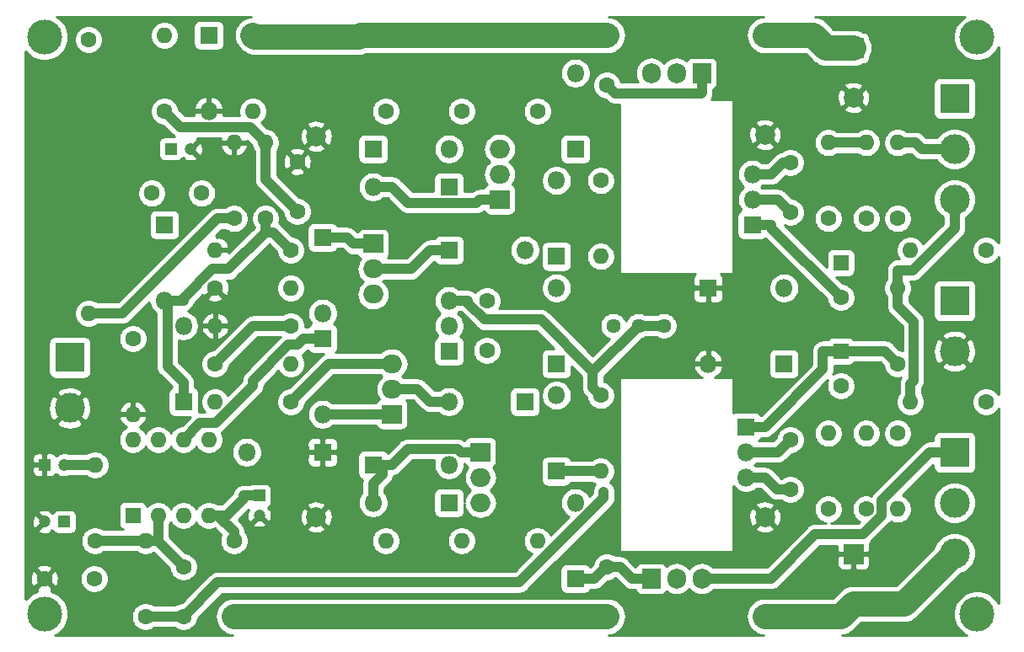
<source format=gbr>
%TF.GenerationSoftware,KiCad,Pcbnew,(5.1.9)-1*%
%TF.CreationDate,2021-06-08T03:56:04-03:00*%
%TF.ProjectId,amp1000,616d7031-3030-4302-9e6b-696361645f70,rev?*%
%TF.SameCoordinates,Original*%
%TF.FileFunction,Copper,L1,Top*%
%TF.FilePolarity,Positive*%
%FSLAX46Y46*%
G04 Gerber Fmt 4.6, Leading zero omitted, Abs format (unit mm)*
G04 Created by KiCad (PCBNEW (5.1.9)-1) date 2021-06-08 03:56:04*
%MOMM*%
%LPD*%
G01*
G04 APERTURE LIST*
%TA.AperFunction,ComponentPad*%
%ADD10O,1.600000X1.600000*%
%TD*%
%TA.AperFunction,ComponentPad*%
%ADD11C,1.600000*%
%TD*%
%TA.AperFunction,ComponentPad*%
%ADD12R,1.600000X1.600000*%
%TD*%
%TA.AperFunction,ComponentPad*%
%ADD13C,1.440000*%
%TD*%
%TA.AperFunction,ComponentPad*%
%ADD14O,1.905000X2.000000*%
%TD*%
%TA.AperFunction,ComponentPad*%
%ADD15R,1.905000X2.000000*%
%TD*%
%TA.AperFunction,ComponentPad*%
%ADD16O,1.800000X1.800000*%
%TD*%
%TA.AperFunction,ComponentPad*%
%ADD17R,1.800000X1.800000*%
%TD*%
%TA.AperFunction,ComponentPad*%
%ADD18O,2.000000X1.905000*%
%TD*%
%TA.AperFunction,ComponentPad*%
%ADD19R,2.000000X1.905000*%
%TD*%
%TA.AperFunction,ComponentPad*%
%ADD20C,3.000000*%
%TD*%
%TA.AperFunction,ComponentPad*%
%ADD21R,3.000000X3.000000*%
%TD*%
%TA.AperFunction,ComponentPad*%
%ADD22C,2.000000*%
%TD*%
%TA.AperFunction,ComponentPad*%
%ADD23R,2.000000X2.000000*%
%TD*%
%TA.AperFunction,ComponentPad*%
%ADD24C,1.200000*%
%TD*%
%TA.AperFunction,ComponentPad*%
%ADD25R,1.200000X1.200000*%
%TD*%
%TA.AperFunction,ViaPad*%
%ADD26C,3.500000*%
%TD*%
%TA.AperFunction,ViaPad*%
%ADD27C,0.800000*%
%TD*%
%TA.AperFunction,Conductor*%
%ADD28C,1.000000*%
%TD*%
%TA.AperFunction,Conductor*%
%ADD29C,2.500000*%
%TD*%
%TA.AperFunction,Conductor*%
%ADD30C,0.254000*%
%TD*%
%TA.AperFunction,Conductor*%
%ADD31C,0.100000*%
%TD*%
G04 APERTURE END LIST*
D10*
%TO.P,R31,2*%
%TO.N,/+basedriver*%
X169545000Y-104140000D03*
D11*
%TO.P,R31,1*%
%TO.N,/-basedriver*%
X177165000Y-104140000D03*
%TD*%
D10*
%TO.P,R30,2*%
%TO.N,/OUT*%
X169545000Y-88900000D03*
D11*
%TO.P,R30,1*%
%TO.N,/-basedriver*%
X177165000Y-88900000D03*
%TD*%
D10*
%TO.P,R29,2*%
%TO.N,/+basedriver*%
X168275000Y-92710000D03*
D11*
%TO.P,R29,1*%
%TO.N,/OUT*%
X168275000Y-100330000D03*
%TD*%
D10*
%TO.P,R28,2*%
%TO.N,/-PROTECTION_DC_OUT*%
X168275000Y-114935000D03*
D11*
%TO.P,R28,1*%
%TO.N,Net-(C14-Pad2)*%
X168275000Y-107315000D03*
%TD*%
D10*
%TO.P,R27,2*%
%TO.N,/+PROTECTION_DC_OUT*%
X168275000Y-78105000D03*
D11*
%TO.P,R27,1*%
%TO.N,Net-(C13-Pad1)*%
X168275000Y-85725000D03*
%TD*%
D10*
%TO.P,R26,2*%
%TO.N,Net-(C18-Pad2)*%
X165100000Y-107315000D03*
D11*
%TO.P,R26,1*%
%TO.N,Net-(C14-Pad2)*%
X165100000Y-114935000D03*
%TD*%
D10*
%TO.P,R25,2*%
%TO.N,Net-(C13-Pad1)*%
X165100000Y-78105000D03*
D11*
%TO.P,R25,1*%
%TO.N,Net-(C17-Pad1)*%
X165100000Y-85725000D03*
%TD*%
D10*
%TO.P,R24,2*%
%TO.N,Net-(D19-Pad1)*%
X161290000Y-107315000D03*
D11*
%TO.P,R24,1*%
%TO.N,Net-(C14-Pad2)*%
X161290000Y-114935000D03*
%TD*%
D10*
%TO.P,R23,2*%
%TO.N,Net-(C13-Pad1)*%
X161290000Y-78105000D03*
D11*
%TO.P,R23,1*%
%TO.N,Net-(D18-Pad2)*%
X161290000Y-85725000D03*
%TD*%
D10*
%TO.P,R22,2*%
%TO.N,Net-(R21-Pad3)*%
X138430000Y-89535000D03*
D11*
%TO.P,R22,1*%
%TO.N,Net-(C12-Pad1)*%
X138430000Y-81915000D03*
%TD*%
D10*
%TO.P,R20,2*%
%TO.N,Net-(D15-Pad1)*%
X138430000Y-111125000D03*
D11*
%TO.P,R20,1*%
%TO.N,Net-(Q5-Pad3)*%
X138430000Y-103505000D03*
%TD*%
D10*
%TO.P,R19,2*%
%TO.N,Net-(Q4-Pad3)*%
X132080000Y-118110000D03*
D11*
%TO.P,R19,1*%
%TO.N,/-B*%
X132080000Y-125730000D03*
%TD*%
D10*
%TO.P,R18,2*%
%TO.N,/+B*%
X132080000Y-67310000D03*
D11*
%TO.P,R18,1*%
%TO.N,Net-(Q3-Pad3)*%
X132080000Y-74930000D03*
%TD*%
D10*
%TO.P,R17,2*%
%TO.N,Net-(D10-Pad1)*%
X124460000Y-118110000D03*
D11*
%TO.P,R17,1*%
%TO.N,/-B*%
X124460000Y-125730000D03*
%TD*%
D10*
%TO.P,R16,2*%
%TO.N,Net-(R13-Pad1)*%
X99695000Y-104140000D03*
D11*
%TO.P,R16,1*%
%TO.N,Net-(Q2-Pad3)*%
X107315000Y-104140000D03*
%TD*%
D10*
%TO.P,R15,2*%
%TO.N,Net-(Q1-Pad3)*%
X107315000Y-100330000D03*
D11*
%TO.P,R15,1*%
%TO.N,Net-(R13-Pad1)*%
X99695000Y-100330000D03*
%TD*%
D10*
%TO.P,R14,2*%
%TO.N,/+B*%
X124460000Y-67310000D03*
D11*
%TO.P,R14,1*%
%TO.N,Net-(D7-Pad2)*%
X124460000Y-74930000D03*
%TD*%
D10*
%TO.P,R13,2*%
%TO.N,Earth*%
X99695000Y-96520000D03*
D11*
%TO.P,R13,1*%
%TO.N,Net-(R13-Pad1)*%
X107315000Y-96520000D03*
%TD*%
D10*
%TO.P,R12,2*%
%TO.N,Net-(D5-Pad2)*%
X107315000Y-92710000D03*
D11*
%TO.P,R12,1*%
%TO.N,Earth*%
X99695000Y-92710000D03*
%TD*%
D10*
%TO.P,R11,2*%
%TO.N,Net-(D6-Pad2)*%
X116840000Y-118110000D03*
D11*
%TO.P,R11,1*%
%TO.N,/-B*%
X116840000Y-125730000D03*
%TD*%
D10*
%TO.P,R10,2*%
%TO.N,/+B*%
X116840000Y-67310000D03*
D11*
%TO.P,R10,1*%
%TO.N,Net-(D5-Pad1)*%
X116840000Y-74930000D03*
%TD*%
D10*
%TO.P,R9,2*%
%TO.N,Net-(C7-Pad1)*%
X103505000Y-74930000D03*
D11*
%TO.P,R9,1*%
%TO.N,/+B*%
X103505000Y-67310000D03*
%TD*%
D10*
%TO.P,R8,2*%
%TO.N,/-B*%
X101600000Y-125730000D03*
D11*
%TO.P,R8,1*%
%TO.N,Net-(C8-Pad1)*%
X101600000Y-118110000D03*
%TD*%
D10*
%TO.P,R7,2*%
%TO.N,Net-(C5-Pad1)*%
X92710000Y-118110000D03*
D11*
%TO.P,R7,1*%
%TO.N,/OUT*%
X92710000Y-125730000D03*
%TD*%
D10*
%TO.P,R6,2*%
%TO.N,Net-(C3-Pad1)*%
X87630000Y-110490000D03*
D11*
%TO.P,R6,1*%
%TO.N,Net-(C5-Pad1)*%
X87630000Y-118110000D03*
%TD*%
D10*
%TO.P,R5,2*%
%TO.N,Earth*%
X99695000Y-88900000D03*
D11*
%TO.P,R5,1*%
%TO.N,Net-(D1-Pad2)*%
X107315000Y-88900000D03*
%TD*%
D10*
%TO.P,R4,2*%
%TO.N,Net-(C2-Pad2)*%
X104775000Y-78105000D03*
D11*
%TO.P,R4,1*%
%TO.N,Net-(D1-Pad2)*%
X104775000Y-85725000D03*
%TD*%
D10*
%TO.P,R3,2*%
%TO.N,Net-(C1-Pad1)*%
X94615000Y-67310000D03*
D11*
%TO.P,R3,1*%
%TO.N,Net-(C2-Pad2)*%
X94615000Y-74930000D03*
%TD*%
D10*
%TO.P,R2,2*%
%TO.N,Earth*%
X91440000Y-105410000D03*
D11*
%TO.P,R2,1*%
%TO.N,Net-(C1-Pad1)*%
X91440000Y-97790000D03*
%TD*%
D10*
%TO.P,R1,2*%
%TO.N,Earth*%
X101600000Y-78105000D03*
D11*
%TO.P,R1,1*%
%TO.N,Net-(C1-Pad2)*%
X101600000Y-85725000D03*
%TD*%
D10*
%TO.P,U1,8*%
%TO.N,Net-(U1-Pad8)*%
X91440000Y-107950000D03*
%TO.P,U1,4*%
%TO.N,Net-(C8-Pad1)*%
X99060000Y-115570000D03*
%TO.P,U1,7*%
%TO.N,Net-(C7-Pad1)*%
X93980000Y-107950000D03*
%TO.P,U1,3*%
%TO.N,Net-(D1-Pad2)*%
X96520000Y-115570000D03*
%TO.P,U1,6*%
%TO.N,Net-(D5-Pad2)*%
X96520000Y-107950000D03*
%TO.P,U1,2*%
%TO.N,Net-(C5-Pad1)*%
X93980000Y-115570000D03*
%TO.P,U1,5*%
%TO.N,Net-(U1-Pad5)*%
X99060000Y-107950000D03*
D12*
%TO.P,U1,1*%
%TO.N,Net-(U1-Pad1)*%
X91440000Y-115570000D03*
%TD*%
D13*
%TO.P,R21,3*%
%TO.N,Net-(R21-Pad3)*%
X139700000Y-96520000D03*
%TO.P,R21,2*%
%TO.N,Net-(Q5-Pad3)*%
X142240000Y-96520000D03*
%TO.P,R21,1*%
X144780000Y-96520000D03*
%TD*%
D14*
%TO.P,Q9,3*%
%TO.N,/-basedriver*%
X148590000Y-121920000D03*
%TO.P,Q9,2*%
%TO.N,/-B*%
X146050000Y-121920000D03*
D15*
%TO.P,Q9,1*%
%TO.N,Net-(C12-Pad1)*%
X143510000Y-121920000D03*
%TD*%
D14*
%TO.P,Q8,3*%
%TO.N,/+basedriver*%
X143510000Y-71120000D03*
%TO.P,Q8,2*%
%TO.N,/+B*%
X146050000Y-71120000D03*
D15*
%TO.P,Q8,1*%
%TO.N,Net-(C12-Pad2)*%
X148590000Y-71120000D03*
%TD*%
D16*
%TO.P,Q7,3*%
%TO.N,Net-(C14-Pad2)*%
X153035000Y-111760000D03*
%TO.P,Q7,2*%
%TO.N,Net-(C14-Pad1)*%
X153035000Y-109220000D03*
D17*
%TO.P,Q7,1*%
%TO.N,/OUT*%
X153035000Y-106680000D03*
%TD*%
D16*
%TO.P,Q6,3*%
%TO.N,Net-(C13-Pad1)*%
X153670000Y-81280000D03*
%TO.P,Q6,2*%
%TO.N,Net-(C13-Pad2)*%
X153670000Y-83820000D03*
D17*
%TO.P,Q6,1*%
%TO.N,/OUT*%
X153670000Y-86360000D03*
%TD*%
D16*
%TO.P,Q5,3*%
%TO.N,Net-(Q5-Pad3)*%
X123190000Y-93980000D03*
%TO.P,Q5,2*%
%TO.N,Net-(C12-Pad2)*%
X123190000Y-96520000D03*
D17*
%TO.P,Q5,1*%
%TO.N,Net-(C12-Pad1)*%
X123190000Y-99060000D03*
%TD*%
D18*
%TO.P,Q4,3*%
%TO.N,Net-(Q4-Pad3)*%
X126365000Y-114300000D03*
%TO.P,Q4,2*%
%TO.N,Net-(C12-Pad1)*%
X126365000Y-111760000D03*
D19*
%TO.P,Q4,1*%
%TO.N,Net-(D10-Pad2)*%
X126365000Y-109220000D03*
%TD*%
D18*
%TO.P,Q3,3*%
%TO.N,Net-(Q3-Pad3)*%
X128270000Y-78740000D03*
%TO.P,Q3,2*%
%TO.N,Net-(C12-Pad2)*%
X128270000Y-81280000D03*
D19*
%TO.P,Q3,1*%
%TO.N,Net-(D7-Pad1)*%
X128270000Y-83820000D03*
%TD*%
D18*
%TO.P,Q2,3*%
%TO.N,Net-(Q2-Pad3)*%
X117475000Y-100330000D03*
%TO.P,Q2,2*%
%TO.N,Net-(D12-Pad2)*%
X117475000Y-102870000D03*
D19*
%TO.P,Q2,1*%
%TO.N,Net-(D6-Pad2)*%
X117475000Y-105410000D03*
%TD*%
D18*
%TO.P,Q1,3*%
%TO.N,Net-(Q1-Pad3)*%
X115570000Y-93345000D03*
%TO.P,Q1,2*%
%TO.N,Net-(D11-Pad1)*%
X115570000Y-90805000D03*
D19*
%TO.P,Q1,1*%
%TO.N,Net-(D5-Pad1)*%
X115570000Y-88265000D03*
%TD*%
D20*
%TO.P,J4,3*%
%TO.N,/-B*%
X173990000Y-119380000D03*
%TO.P,J4,2*%
%TO.N,/-PROTECTION_DC_OUT*%
X173990000Y-114300000D03*
D21*
%TO.P,J4,1*%
%TO.N,/-basedriver*%
X173990000Y-109220000D03*
%TD*%
D20*
%TO.P,J3,2*%
%TO.N,Earth*%
X173990000Y-99060000D03*
D21*
%TO.P,J3,1*%
%TO.N,/OUT*%
X173990000Y-93980000D03*
%TD*%
D20*
%TO.P,J2,3*%
%TO.N,/+basedriver*%
X173990000Y-83820000D03*
%TO.P,J2,2*%
%TO.N,/+PROTECTION_DC_OUT*%
X173990000Y-78740000D03*
D21*
%TO.P,J2,1*%
%TO.N,/+B*%
X173990000Y-73660000D03*
%TD*%
D20*
%TO.P,J1,2*%
%TO.N,Earth*%
X85090000Y-104775000D03*
D21*
%TO.P,J1,1*%
%TO.N,Net-(C1-Pad2)*%
X85090000Y-99695000D03*
%TD*%
D16*
%TO.P,D19,2*%
%TO.N,Earth*%
X149225000Y-100330000D03*
D17*
%TO.P,D19,1*%
%TO.N,Net-(D19-Pad1)*%
X156845000Y-100330000D03*
%TD*%
D16*
%TO.P,D18,2*%
%TO.N,Net-(D18-Pad2)*%
X156845000Y-92710000D03*
D17*
%TO.P,D18,1*%
%TO.N,Earth*%
X149225000Y-92710000D03*
%TD*%
D16*
%TO.P,D17,2*%
%TO.N,Net-(C14-Pad1)*%
X135890000Y-114300000D03*
D17*
%TO.P,D17,1*%
%TO.N,Net-(C12-Pad1)*%
X135890000Y-121920000D03*
%TD*%
D16*
%TO.P,D16,2*%
%TO.N,Net-(C12-Pad2)*%
X135890000Y-71120000D03*
D17*
%TO.P,D16,1*%
%TO.N,Net-(C13-Pad2)*%
X135890000Y-78740000D03*
%TD*%
D16*
%TO.P,D15,2*%
%TO.N,Net-(D14-Pad1)*%
X133985000Y-103505000D03*
D17*
%TO.P,D15,1*%
%TO.N,Net-(D15-Pad1)*%
X133985000Y-111125000D03*
%TD*%
D16*
%TO.P,D14,2*%
%TO.N,Net-(D13-Pad1)*%
X133985000Y-92710000D03*
D17*
%TO.P,D14,1*%
%TO.N,Net-(D14-Pad1)*%
X133985000Y-100330000D03*
%TD*%
D16*
%TO.P,D13,2*%
%TO.N,Net-(C12-Pad2)*%
X133985000Y-81915000D03*
D17*
%TO.P,D13,1*%
%TO.N,Net-(D13-Pad1)*%
X133985000Y-89535000D03*
%TD*%
D16*
%TO.P,D12,2*%
%TO.N,Net-(D12-Pad2)*%
X123190000Y-104140000D03*
D17*
%TO.P,D12,1*%
%TO.N,Net-(C12-Pad1)*%
X130810000Y-104140000D03*
%TD*%
D16*
%TO.P,D11,2*%
%TO.N,Net-(C12-Pad2)*%
X130810000Y-88900000D03*
D17*
%TO.P,D11,1*%
%TO.N,Net-(D11-Pad1)*%
X123190000Y-88900000D03*
%TD*%
D16*
%TO.P,D10,2*%
%TO.N,Net-(D10-Pad2)*%
X115570000Y-114300000D03*
D17*
%TO.P,D10,1*%
%TO.N,Net-(D10-Pad1)*%
X123190000Y-114300000D03*
%TD*%
D16*
%TO.P,D9,2*%
%TO.N,Net-(D12-Pad2)*%
X123190000Y-110490000D03*
D17*
%TO.P,D9,1*%
%TO.N,Net-(D10-Pad2)*%
X115570000Y-110490000D03*
%TD*%
D16*
%TO.P,D8,2*%
%TO.N,Net-(D7-Pad1)*%
X115570000Y-82550000D03*
D17*
%TO.P,D8,1*%
%TO.N,Net-(D11-Pad1)*%
X123190000Y-82550000D03*
%TD*%
D16*
%TO.P,D7,2*%
%TO.N,Net-(D7-Pad2)*%
X123190000Y-78740000D03*
D17*
%TO.P,D7,1*%
%TO.N,Net-(D7-Pad1)*%
X115570000Y-78740000D03*
%TD*%
D16*
%TO.P,D6,2*%
%TO.N,Net-(D6-Pad2)*%
X110490000Y-105410000D03*
D17*
%TO.P,D6,1*%
%TO.N,Net-(D5-Pad2)*%
X110490000Y-97790000D03*
%TD*%
D16*
%TO.P,D5,2*%
%TO.N,Net-(D5-Pad2)*%
X110490000Y-95250000D03*
D17*
%TO.P,D5,1*%
%TO.N,Net-(D5-Pad1)*%
X110490000Y-87630000D03*
%TD*%
D16*
%TO.P,D4,2*%
%TO.N,Earth*%
X99060000Y-74930000D03*
D17*
%TO.P,D4,1*%
%TO.N,Net-(C7-Pad1)*%
X99060000Y-67310000D03*
%TD*%
D16*
%TO.P,D3,2*%
%TO.N,Net-(C8-Pad1)*%
X102870000Y-109220000D03*
D17*
%TO.P,D3,1*%
%TO.N,Earth*%
X110490000Y-109220000D03*
%TD*%
D16*
%TO.P,D2,2*%
%TO.N,Net-(C8-Pad1)*%
X96520000Y-96520000D03*
D17*
%TO.P,D2,1*%
%TO.N,Net-(D1-Pad2)*%
X96520000Y-104140000D03*
%TD*%
D16*
%TO.P,D1,2*%
%TO.N,Net-(D1-Pad2)*%
X94615000Y-93980000D03*
D17*
%TO.P,D1,1*%
%TO.N,Net-(C7-Pad1)*%
X94615000Y-86360000D03*
%TD*%
D22*
%TO.P,C22,2*%
%TO.N,Earth*%
X163830000Y-73580000D03*
D23*
%TO.P,C22,1*%
%TO.N,/+B*%
X163830000Y-68580000D03*
%TD*%
D22*
%TO.P,C21,2*%
%TO.N,/-B*%
X163830000Y-124460000D03*
D23*
%TO.P,C21,1*%
%TO.N,Earth*%
X163830000Y-119460000D03*
%TD*%
D22*
%TO.P,C20,2*%
%TO.N,Earth*%
X154940000Y-115730000D03*
%TO.P,C20,1*%
%TO.N,/-B*%
X154940000Y-125730000D03*
%TD*%
%TO.P,C19,2*%
%TO.N,Earth*%
X154940000Y-77310000D03*
%TO.P,C19,1*%
%TO.N,/+B*%
X154940000Y-67310000D03*
%TD*%
D11*
%TO.P,C18,2*%
%TO.N,Net-(C18-Pad2)*%
X162560000Y-102560000D03*
D12*
%TO.P,C18,1*%
%TO.N,/OUT*%
X162560000Y-99060000D03*
%TD*%
D11*
%TO.P,C17,2*%
%TO.N,/OUT*%
X162560000Y-93670000D03*
D12*
%TO.P,C17,1*%
%TO.N,Net-(C17-Pad1)*%
X162560000Y-90170000D03*
%TD*%
D11*
%TO.P,C16,2*%
%TO.N,Net-(C12-Pad2)*%
X139065000Y-72310000D03*
%TO.P,C16,1*%
%TO.N,/+B*%
X139065000Y-67310000D03*
%TD*%
%TO.P,C15,2*%
%TO.N,Net-(C12-Pad1)*%
X139065000Y-120730000D03*
%TO.P,C15,1*%
%TO.N,/-B*%
X139065000Y-125730000D03*
%TD*%
%TO.P,C14,2*%
%TO.N,Net-(C14-Pad2)*%
X157480000Y-112950000D03*
%TO.P,C14,1*%
%TO.N,Net-(C14-Pad1)*%
X157480000Y-107950000D03*
%TD*%
%TO.P,C13,2*%
%TO.N,Net-(C13-Pad2)*%
X157480000Y-85090000D03*
%TO.P,C13,1*%
%TO.N,Net-(C13-Pad1)*%
X157480000Y-80090000D03*
%TD*%
%TO.P,C12,2*%
%TO.N,Net-(C12-Pad2)*%
X127000000Y-93980000D03*
%TO.P,C12,1*%
%TO.N,Net-(C12-Pad1)*%
X127000000Y-98980000D03*
%TD*%
D22*
%TO.P,C11,2*%
%TO.N,Earth*%
X109855000Y-77470000D03*
%TO.P,C11,1*%
%TO.N,/+B*%
X109855000Y-67470000D03*
%TD*%
%TO.P,C10,2*%
%TO.N,Earth*%
X109855000Y-115730000D03*
%TO.P,C10,1*%
%TO.N,/-B*%
X109855000Y-125730000D03*
%TD*%
D24*
%TO.P,C9,2*%
%TO.N,Earth*%
X104140000Y-115570000D03*
D25*
%TO.P,C9,1*%
%TO.N,Net-(C8-Pad1)*%
X104140000Y-113570000D03*
%TD*%
D11*
%TO.P,C8,2*%
%TO.N,Net-(C7-Pad1)*%
X93345000Y-83185000D03*
%TO.P,C8,1*%
%TO.N,Net-(C8-Pad1)*%
X98345000Y-83185000D03*
%TD*%
D24*
%TO.P,C7,2*%
%TO.N,Earth*%
X97250000Y-78740000D03*
D25*
%TO.P,C7,1*%
%TO.N,Net-(C7-Pad1)*%
X95250000Y-78740000D03*
%TD*%
D11*
%TO.P,C6,2*%
%TO.N,Net-(C3-Pad1)*%
X87550000Y-121920000D03*
%TO.P,C6,1*%
%TO.N,Earth*%
X82550000Y-121920000D03*
%TD*%
%TO.P,C5,2*%
%TO.N,/OUT*%
X96520000Y-125730000D03*
%TO.P,C5,1*%
%TO.N,Net-(C5-Pad1)*%
X96520000Y-120730000D03*
%TD*%
D24*
%TO.P,C4,2*%
%TO.N,Net-(C3-Pad1)*%
X84550000Y-110490000D03*
D25*
%TO.P,C4,1*%
%TO.N,Earth*%
X82550000Y-110490000D03*
%TD*%
D24*
%TO.P,C3,2*%
%TO.N,Earth*%
X82550000Y-116205000D03*
D25*
%TO.P,C3,1*%
%TO.N,Net-(C3-Pad1)*%
X84550000Y-116205000D03*
%TD*%
D11*
%TO.P,C2,2*%
%TO.N,Net-(C2-Pad2)*%
X107950000Y-85010000D03*
%TO.P,C2,1*%
%TO.N,Earth*%
X107950000Y-80010000D03*
%TD*%
D10*
%TO.P,C1,2*%
%TO.N,Net-(C1-Pad2)*%
X86995000Y-95250000D03*
D11*
%TO.P,C1,1*%
%TO.N,Net-(C1-Pad1)*%
X86995000Y-67750000D03*
%TD*%
D26*
%TO.N,*%
X82550000Y-67470000D03*
X82550000Y-125470000D03*
X176260000Y-125470000D03*
X176260000Y-67470000D03*
D27*
%TO.N,/OUT*%
X138756000Y-113197000D03*
%TD*%
D28*
%TO.N,Net-(C1-Pad2)*%
X86995000Y-95250000D02*
X90384000Y-95250000D01*
X90384000Y-95250000D02*
X99909000Y-85725000D01*
X99909000Y-85725000D02*
X101600000Y-85725000D01*
%TO.N,Net-(C2-Pad2)*%
X107950000Y-85010000D02*
X104775000Y-81835000D01*
X104775000Y-81835000D02*
X104775000Y-78105000D01*
X94615000Y-74930000D02*
X96223600Y-76538600D01*
X96223600Y-76538600D02*
X103208600Y-76538600D01*
X103208600Y-76538600D02*
X104775000Y-78105000D01*
%TO.N,Net-(C3-Pad1)*%
X84550000Y-110490000D02*
X87630000Y-110490000D01*
%TO.N,/OUT*%
X153670000Y-86360000D02*
X155570000Y-86360000D01*
X162560000Y-93670000D02*
X155570000Y-86680000D01*
X155570000Y-86680000D02*
X155570000Y-86360000D01*
X153035000Y-106680000D02*
X154935000Y-106680000D01*
X162560000Y-99060000D02*
X160760000Y-99060000D01*
X160760000Y-99060000D02*
X160760000Y-100855000D01*
X160760000Y-100855000D02*
X154935000Y-106680000D01*
X168275000Y-100330000D02*
X167005000Y-99060000D01*
X167005000Y-99060000D02*
X162560000Y-99060000D01*
X138756000Y-113197000D02*
X138756000Y-113790900D01*
X138756000Y-113790900D02*
X130266500Y-122280400D01*
X130266500Y-122280400D02*
X99969600Y-122280400D01*
X99969600Y-122280400D02*
X96520000Y-125730000D01*
X92710000Y-125730000D02*
X96520000Y-125730000D01*
%TO.N,Net-(C5-Pad1)*%
X96520000Y-120730000D02*
X93980000Y-118190000D01*
X93980000Y-118190000D02*
X93980000Y-118110000D01*
X92710000Y-118110000D02*
X93980000Y-118110000D01*
X93980000Y-115570000D02*
X93980000Y-118110000D01*
X87630000Y-118110000D02*
X92710000Y-118110000D01*
%TO.N,Net-(C8-Pad1)*%
X99960000Y-115570000D02*
X101600000Y-117210000D01*
X101600000Y-117210000D02*
X101600000Y-118110000D01*
X99960000Y-115570000D02*
X100860000Y-115570000D01*
X99060000Y-115570000D02*
X99960000Y-115570000D01*
X104140000Y-113570000D02*
X102540000Y-113570000D01*
X102540000Y-113570000D02*
X102540000Y-113890000D01*
X102540000Y-113890000D02*
X100860000Y-115570000D01*
D29*
%TO.N,/-B*%
X163830000Y-124460000D02*
X168910000Y-124460000D01*
X168910000Y-124460000D02*
X173990000Y-119380000D01*
X154940000Y-125730000D02*
X162560000Y-125730000D01*
X162560000Y-125730000D02*
X163830000Y-124460000D01*
X132080000Y-125730000D02*
X124460000Y-125730000D01*
X139065000Y-125730000D02*
X132080000Y-125730000D01*
X116840000Y-125730000D02*
X109855000Y-125730000D01*
X124460000Y-125730000D02*
X116840000Y-125730000D01*
X101600000Y-125730000D02*
X109855000Y-125730000D01*
%TO.N,/+B*%
X139065000Y-67310000D02*
X132080000Y-67310000D01*
X124460000Y-67310000D02*
X132080000Y-67310000D01*
X116840000Y-67310000D02*
X124460000Y-67310000D01*
X115564900Y-67310000D02*
X116840000Y-67310000D01*
X115564900Y-67310000D02*
X114289700Y-67310000D01*
X109855000Y-67470000D02*
X114129700Y-67470000D01*
X114129700Y-67470000D02*
X114289700Y-67310000D01*
X103505000Y-67310000D02*
X103665000Y-67470000D01*
X103665000Y-67470000D02*
X109855000Y-67470000D01*
X163830000Y-68580000D02*
X161079700Y-68580000D01*
X154940000Y-67310000D02*
X159809700Y-67310000D01*
X159809700Y-67310000D02*
X161079700Y-68580000D01*
D28*
%TO.N,Net-(C12-Pad2)*%
X139065000Y-72310000D02*
X139895200Y-73140200D01*
X139895200Y-73140200D02*
X148569800Y-73140200D01*
X148569800Y-73140200D02*
X148590000Y-73120000D01*
X148590000Y-71120000D02*
X148590000Y-73120000D01*
%TO.N,Net-(C12-Pad1)*%
X143510000Y-121920000D02*
X141557500Y-121920000D01*
X139065000Y-120730000D02*
X140367500Y-120730000D01*
X140367500Y-120730000D02*
X141557500Y-121920000D01*
X137790000Y-121920000D02*
X138980000Y-120730000D01*
X138980000Y-120730000D02*
X139065000Y-120730000D01*
X135890000Y-121920000D02*
X137790000Y-121920000D01*
%TO.N,Net-(C13-Pad2)*%
X157480000Y-85090000D02*
X156210000Y-83820000D01*
X156210000Y-83820000D02*
X153670000Y-83820000D01*
%TO.N,Net-(C13-Pad1)*%
X161290000Y-78105000D02*
X165100000Y-78105000D01*
X153670000Y-81280000D02*
X155570000Y-81280000D01*
X157480000Y-80090000D02*
X156760000Y-80090000D01*
X156760000Y-80090000D02*
X155570000Y-81280000D01*
%TO.N,Net-(C14-Pad2)*%
X153035000Y-111760000D02*
X154935000Y-111760000D01*
X157480000Y-112950000D02*
X156125000Y-112950000D01*
X156125000Y-112950000D02*
X154935000Y-111760000D01*
%TO.N,Net-(C14-Pad1)*%
X157480000Y-107950000D02*
X156210000Y-109220000D01*
X156210000Y-109220000D02*
X153035000Y-109220000D01*
%TO.N,Net-(D1-Pad2)*%
X96520000Y-104140000D02*
X96520000Y-102240000D01*
X95004700Y-93980000D02*
X94901900Y-94082800D01*
X94901900Y-94082800D02*
X94901900Y-100621900D01*
X94901900Y-100621900D02*
X96520000Y-102240000D01*
X95004700Y-93980000D02*
X96515000Y-93980000D01*
X94615000Y-93980000D02*
X95004700Y-93980000D01*
X104775000Y-87101900D02*
X105516900Y-87101900D01*
X105516900Y-87101900D02*
X107315000Y-88900000D01*
X96515000Y-93980000D02*
X96515000Y-93742500D01*
X96515000Y-93742500D02*
X99452500Y-90805000D01*
X99452500Y-90805000D02*
X101071900Y-90805000D01*
X101071900Y-90805000D02*
X104775000Y-87101900D01*
X104775000Y-87101900D02*
X104775000Y-85725000D01*
%TO.N,Net-(D5-Pad2)*%
X110490000Y-97790000D02*
X108590000Y-97790000D01*
X108590000Y-97790000D02*
X107955000Y-98425000D01*
X107955000Y-98425000D02*
X107084700Y-98425000D01*
X107084700Y-98425000D02*
X103505100Y-102004600D01*
X103505100Y-102004600D02*
X103505100Y-102518700D01*
X103505100Y-102518700D02*
X99745200Y-106278600D01*
X99745200Y-106278600D02*
X98191400Y-106278600D01*
X98191400Y-106278600D02*
X96520000Y-107950000D01*
%TO.N,Net-(D5-Pad1)*%
X115570000Y-88265000D02*
X113570000Y-88265000D01*
X110490000Y-87630000D02*
X112935000Y-87630000D01*
X112935000Y-87630000D02*
X113570000Y-88265000D01*
%TO.N,Net-(D6-Pad2)*%
X110490000Y-105410000D02*
X117475000Y-105410000D01*
%TO.N,Net-(D7-Pad1)*%
X128270000Y-83820000D02*
X126270000Y-83820000D01*
X115570000Y-82550000D02*
X117470000Y-82550000D01*
X117470000Y-82550000D02*
X119070400Y-84150400D01*
X119070400Y-84150400D02*
X125939600Y-84150400D01*
X125939600Y-84150400D02*
X126270000Y-83820000D01*
%TO.N,Net-(D11-Pad1)*%
X123190000Y-88900000D02*
X121290000Y-88900000D01*
X121290000Y-88900000D02*
X119385000Y-90805000D01*
X119385000Y-90805000D02*
X115570000Y-90805000D01*
%TO.N,Net-(D12-Pad2)*%
X123190000Y-104140000D02*
X121290000Y-104140000D01*
X121290000Y-104140000D02*
X120020000Y-102870000D01*
X120020000Y-102870000D02*
X117475000Y-102870000D01*
%TO.N,Net-(D10-Pad2)*%
X115570000Y-114300000D02*
X115570000Y-112400000D01*
X116520000Y-110490000D02*
X116520000Y-111450000D01*
X116520000Y-111450000D02*
X115570000Y-112400000D01*
X116520000Y-110490000D02*
X117470000Y-110490000D01*
X115570000Y-110490000D02*
X116520000Y-110490000D01*
X126365000Y-109220000D02*
X124365000Y-109220000D01*
X117470000Y-110490000D02*
X119070400Y-108889600D01*
X119070400Y-108889600D02*
X124034600Y-108889600D01*
X124034600Y-108889600D02*
X124365000Y-109220000D01*
%TO.N,Net-(D15-Pad1)*%
X133985000Y-111125000D02*
X138430000Y-111125000D01*
%TO.N,/+basedriver*%
X168275000Y-92710000D02*
X168275000Y-90910000D01*
X173990000Y-83820000D02*
X173990000Y-86731400D01*
X173990000Y-86731400D02*
X169811400Y-90910000D01*
X169811400Y-90910000D02*
X168275000Y-90910000D01*
X169545000Y-104140000D02*
X169545000Y-102340000D01*
X168275000Y-92710000D02*
X168275000Y-94510000D01*
X168275000Y-94510000D02*
X169866300Y-96101300D01*
X169866300Y-96101300D02*
X169866300Y-102018700D01*
X169866300Y-102018700D02*
X169545000Y-102340000D01*
%TO.N,/+PROTECTION_DC_OUT*%
X168275000Y-78105000D02*
X170075000Y-78105000D01*
X173990000Y-78740000D02*
X170710000Y-78740000D01*
X170710000Y-78740000D02*
X170075000Y-78105000D01*
%TO.N,/-basedriver*%
X173990000Y-109220000D02*
X171490000Y-109220000D01*
X171490000Y-109220000D02*
X166687500Y-114022500D01*
X166687500Y-114022500D02*
X166687500Y-115542000D01*
X166687500Y-115542000D02*
X164749100Y-117480400D01*
X164749100Y-117480400D02*
X160007100Y-117480400D01*
X160007100Y-117480400D02*
X155567500Y-121920000D01*
X155567500Y-121920000D02*
X148590000Y-121920000D01*
%TO.N,Net-(Q2-Pad3)*%
X117475000Y-100330000D02*
X111125000Y-100330000D01*
X111125000Y-100330000D02*
X107315000Y-104140000D01*
%TO.N,Net-(Q5-Pad3)*%
X137651800Y-101108200D02*
X142240000Y-96520000D01*
X125090000Y-93980000D02*
X125090000Y-94217600D01*
X125090000Y-94217600D02*
X126752400Y-95880000D01*
X126752400Y-95880000D02*
X132423600Y-95880000D01*
X132423600Y-95880000D02*
X137651800Y-101108200D01*
X137651800Y-101108200D02*
X137651800Y-102726800D01*
X137651800Y-102726800D02*
X138430000Y-103505000D01*
X123190000Y-93980000D02*
X125090000Y-93980000D01*
X144780000Y-96520000D02*
X142240000Y-96520000D01*
%TO.N,Net-(R13-Pad1)*%
X107315000Y-96520000D02*
X103505000Y-96520000D01*
X103505000Y-96520000D02*
X99695000Y-100330000D01*
%TD*%
D30*
%TO.N,Earth*%
X103135476Y-65452275D02*
X102780152Y-65560062D01*
X102452683Y-65735098D01*
X102165655Y-65970655D01*
X101930098Y-66257683D01*
X101755062Y-66585152D01*
X101647275Y-66940476D01*
X101610881Y-67310000D01*
X101647275Y-67679524D01*
X101755062Y-68034848D01*
X101930098Y-68362317D01*
X102106628Y-68577420D01*
X102266626Y-68737418D01*
X102325655Y-68809345D01*
X102612683Y-69044903D01*
X102940152Y-69219939D01*
X103295476Y-69327725D01*
X103572403Y-69355000D01*
X103572413Y-69355000D01*
X103664999Y-69364119D01*
X103757586Y-69355000D01*
X114037111Y-69355000D01*
X114129700Y-69364119D01*
X114222289Y-69355000D01*
X114222297Y-69355000D01*
X114499224Y-69327725D01*
X114854548Y-69219939D01*
X114901206Y-69195000D01*
X139157597Y-69195000D01*
X139434524Y-69167725D01*
X139789848Y-69059939D01*
X140117317Y-68884903D01*
X140404345Y-68649345D01*
X140639903Y-68362317D01*
X140814939Y-68034848D01*
X140922725Y-67679524D01*
X140959120Y-67310000D01*
X140922725Y-66940476D01*
X140814939Y-66585152D01*
X140639903Y-66257683D01*
X140404345Y-65970655D01*
X140117317Y-65735097D01*
X139789848Y-65560061D01*
X139434524Y-65452275D01*
X139208363Y-65430000D01*
X154796637Y-65430000D01*
X154570476Y-65452275D01*
X154215152Y-65560061D01*
X153887683Y-65735097D01*
X153600655Y-65970655D01*
X153365097Y-66257683D01*
X153190061Y-66585152D01*
X153082275Y-66940476D01*
X153045880Y-67310000D01*
X153082275Y-67679524D01*
X153190061Y-68034848D01*
X153365097Y-68362317D01*
X153600655Y-68649345D01*
X153887683Y-68884903D01*
X154215152Y-69059939D01*
X154570476Y-69167725D01*
X154847403Y-69195000D01*
X159028908Y-69195000D01*
X159681330Y-69847423D01*
X159740355Y-69919345D01*
X159812277Y-69978370D01*
X159812279Y-69978372D01*
X159833172Y-69995518D01*
X160027383Y-70154903D01*
X160354852Y-70329939D01*
X160710176Y-70437725D01*
X160987103Y-70465000D01*
X160987112Y-70465000D01*
X161079699Y-70474119D01*
X161172286Y-70465000D01*
X163922597Y-70465000D01*
X164199524Y-70437725D01*
X164554848Y-70329939D01*
X164764136Y-70218072D01*
X164830000Y-70218072D01*
X164954482Y-70205812D01*
X165074180Y-70169502D01*
X165184494Y-70110537D01*
X165281185Y-70031185D01*
X165360537Y-69934494D01*
X165419502Y-69824180D01*
X165455812Y-69704482D01*
X165468072Y-69580000D01*
X165468072Y-69514136D01*
X165579939Y-69304848D01*
X165687725Y-68949524D01*
X165724120Y-68580000D01*
X165687725Y-68210476D01*
X165579939Y-67855152D01*
X165468072Y-67645864D01*
X165468072Y-67580000D01*
X165455812Y-67455518D01*
X165419502Y-67335820D01*
X165360537Y-67225506D01*
X165281185Y-67128815D01*
X165184494Y-67049463D01*
X165074180Y-66990498D01*
X164954482Y-66954188D01*
X164830000Y-66941928D01*
X164764136Y-66941928D01*
X164554848Y-66830061D01*
X164199524Y-66722275D01*
X163922597Y-66695000D01*
X161860493Y-66695000D01*
X161208074Y-66042582D01*
X161149045Y-65970655D01*
X160862017Y-65735097D01*
X160534548Y-65560061D01*
X160179224Y-65452275D01*
X159953063Y-65430000D01*
X175020189Y-65430000D01*
X174739651Y-65617450D01*
X174407450Y-65949651D01*
X174146440Y-66340279D01*
X173966654Y-66774321D01*
X173875000Y-67235098D01*
X173875000Y-67704902D01*
X173966654Y-68165679D01*
X174146440Y-68599721D01*
X174407450Y-68990349D01*
X174739651Y-69322550D01*
X175130279Y-69583560D01*
X175564321Y-69763346D01*
X176025098Y-69855000D01*
X176494902Y-69855000D01*
X176955679Y-69763346D01*
X177389721Y-69583560D01*
X177780349Y-69322550D01*
X178112550Y-68990349D01*
X178373560Y-68599721D01*
X178410000Y-68511747D01*
X178410000Y-88180344D01*
X178279637Y-87985241D01*
X178079759Y-87785363D01*
X177844727Y-87628320D01*
X177583574Y-87520147D01*
X177306335Y-87465000D01*
X177023665Y-87465000D01*
X176746426Y-87520147D01*
X176485273Y-87628320D01*
X176250241Y-87785363D01*
X176050363Y-87985241D01*
X175893320Y-88220273D01*
X175785147Y-88481426D01*
X175730000Y-88758665D01*
X175730000Y-89041335D01*
X175785147Y-89318574D01*
X175893320Y-89579727D01*
X176050363Y-89814759D01*
X176250241Y-90014637D01*
X176485273Y-90171680D01*
X176746426Y-90279853D01*
X177023665Y-90335000D01*
X177306335Y-90335000D01*
X177583574Y-90279853D01*
X177844727Y-90171680D01*
X178079759Y-90014637D01*
X178279637Y-89814759D01*
X178410000Y-89619656D01*
X178410001Y-103420344D01*
X178279637Y-103225241D01*
X178079759Y-103025363D01*
X177844727Y-102868320D01*
X177583574Y-102760147D01*
X177306335Y-102705000D01*
X177023665Y-102705000D01*
X176746426Y-102760147D01*
X176485273Y-102868320D01*
X176250241Y-103025363D01*
X176050363Y-103225241D01*
X175893320Y-103460273D01*
X175785147Y-103721426D01*
X175730000Y-103998665D01*
X175730000Y-104281335D01*
X175785147Y-104558574D01*
X175893320Y-104819727D01*
X176050363Y-105054759D01*
X176250241Y-105254637D01*
X176485273Y-105411680D01*
X176746426Y-105519853D01*
X177023665Y-105575000D01*
X177306335Y-105575000D01*
X177583574Y-105519853D01*
X177844727Y-105411680D01*
X178079759Y-105254637D01*
X178279637Y-105054759D01*
X178410001Y-104859656D01*
X178410001Y-124428255D01*
X178373560Y-124340279D01*
X178112550Y-123949651D01*
X177780349Y-123617450D01*
X177389721Y-123356440D01*
X176955679Y-123176654D01*
X176494902Y-123085000D01*
X176025098Y-123085000D01*
X175564321Y-123176654D01*
X175130279Y-123356440D01*
X174739651Y-123617450D01*
X174407450Y-123949651D01*
X174146440Y-124340279D01*
X173966654Y-124774321D01*
X173875000Y-125235098D01*
X173875000Y-125704902D01*
X173966654Y-126165679D01*
X174146440Y-126599721D01*
X174407450Y-126990349D01*
X174739651Y-127322550D01*
X175130279Y-127583560D01*
X175194111Y-127610000D01*
X162703363Y-127610000D01*
X162929524Y-127587725D01*
X163284848Y-127479939D01*
X163612317Y-127304903D01*
X163899345Y-127069345D01*
X163958374Y-126997418D01*
X164610793Y-126345000D01*
X168817411Y-126345000D01*
X168910000Y-126354119D01*
X169002589Y-126345000D01*
X169002597Y-126345000D01*
X169279524Y-126317725D01*
X169634848Y-126209939D01*
X169962317Y-126034903D01*
X170249345Y-125799345D01*
X170308374Y-125727418D01*
X174600378Y-121435415D01*
X174612756Y-121432953D01*
X175001302Y-121272012D01*
X175350983Y-121038363D01*
X175648363Y-120740983D01*
X175882012Y-120391302D01*
X176042953Y-120002756D01*
X176125000Y-119590279D01*
X176125000Y-119169721D01*
X176042953Y-118757244D01*
X175882012Y-118368698D01*
X175648363Y-118019017D01*
X175350983Y-117721637D01*
X175001302Y-117487988D01*
X174612756Y-117327047D01*
X174200279Y-117245000D01*
X173779721Y-117245000D01*
X173367244Y-117327047D01*
X172978698Y-117487988D01*
X172629017Y-117721637D01*
X172331637Y-118019017D01*
X172097988Y-118368698D01*
X171937047Y-118757244D01*
X171934585Y-118769622D01*
X168129208Y-122575000D01*
X163922586Y-122575000D01*
X163829999Y-122565881D01*
X163737412Y-122575000D01*
X163737403Y-122575000D01*
X163460476Y-122602275D01*
X163105152Y-122710061D01*
X162777683Y-122885097D01*
X162744046Y-122912702D01*
X162562579Y-123061628D01*
X162562577Y-123061630D01*
X162490655Y-123120655D01*
X162431630Y-123192577D01*
X161779208Y-123845000D01*
X154847403Y-123845000D01*
X154570476Y-123872275D01*
X154215152Y-123980061D01*
X153887683Y-124155097D01*
X153600655Y-124390655D01*
X153365097Y-124677683D01*
X153190061Y-125005152D01*
X153082275Y-125360476D01*
X153045880Y-125730000D01*
X153082275Y-126099524D01*
X153190061Y-126454848D01*
X153365097Y-126782317D01*
X153600655Y-127069345D01*
X153887683Y-127304903D01*
X154215152Y-127479939D01*
X154570476Y-127587725D01*
X154796637Y-127610000D01*
X139208363Y-127610000D01*
X139434524Y-127587725D01*
X139789848Y-127479939D01*
X140117317Y-127304903D01*
X140404345Y-127069345D01*
X140639903Y-126782317D01*
X140814939Y-126454848D01*
X140922725Y-126099524D01*
X140959120Y-125730000D01*
X140922725Y-125360476D01*
X140814939Y-125005152D01*
X140639903Y-124677683D01*
X140404345Y-124390655D01*
X140117317Y-124155097D01*
X139789848Y-123980061D01*
X139434524Y-123872275D01*
X139157597Y-123845000D01*
X101507403Y-123845000D01*
X101230476Y-123872275D01*
X100875152Y-123980061D01*
X100547683Y-124155097D01*
X100260655Y-124390655D01*
X100025097Y-124677683D01*
X99850061Y-125005152D01*
X99742275Y-125360476D01*
X99705880Y-125730000D01*
X99742275Y-126099524D01*
X99850061Y-126454848D01*
X100025097Y-126782317D01*
X100260655Y-127069345D01*
X100547683Y-127304903D01*
X100875152Y-127479939D01*
X101230476Y-127587725D01*
X101456637Y-127610000D01*
X83615889Y-127610000D01*
X83679721Y-127583560D01*
X84070349Y-127322550D01*
X84402550Y-126990349D01*
X84663560Y-126599721D01*
X84843346Y-126165679D01*
X84935000Y-125704902D01*
X84935000Y-125588665D01*
X91275000Y-125588665D01*
X91275000Y-125871335D01*
X91330147Y-126148574D01*
X91438320Y-126409727D01*
X91595363Y-126644759D01*
X91795241Y-126844637D01*
X92030273Y-127001680D01*
X92291426Y-127109853D01*
X92568665Y-127165000D01*
X92851335Y-127165000D01*
X93128574Y-127109853D01*
X93389727Y-127001680D01*
X93594284Y-126865000D01*
X95635716Y-126865000D01*
X95840273Y-127001680D01*
X96101426Y-127109853D01*
X96378665Y-127165000D01*
X96661335Y-127165000D01*
X96938574Y-127109853D01*
X97199727Y-127001680D01*
X97434759Y-126844637D01*
X97634637Y-126644759D01*
X97791680Y-126409727D01*
X97899853Y-126148574D01*
X97947850Y-125907281D01*
X100439732Y-123415400D01*
X130210749Y-123415400D01*
X130266500Y-123420891D01*
X130322251Y-123415400D01*
X130322252Y-123415400D01*
X130488999Y-123398977D01*
X130702947Y-123334076D01*
X130900123Y-123228684D01*
X131072949Y-123086849D01*
X131108496Y-123043535D01*
X133132031Y-121020000D01*
X134351928Y-121020000D01*
X134351928Y-122820000D01*
X134364188Y-122944482D01*
X134400498Y-123064180D01*
X134459463Y-123174494D01*
X134538815Y-123271185D01*
X134635506Y-123350537D01*
X134745820Y-123409502D01*
X134865518Y-123445812D01*
X134990000Y-123458072D01*
X136790000Y-123458072D01*
X136914482Y-123445812D01*
X137034180Y-123409502D01*
X137144494Y-123350537D01*
X137241185Y-123271185D01*
X137320537Y-123174494D01*
X137379502Y-123064180D01*
X137382287Y-123055000D01*
X137734249Y-123055000D01*
X137790000Y-123060491D01*
X137845751Y-123055000D01*
X137845752Y-123055000D01*
X138012499Y-123038577D01*
X138226447Y-122973676D01*
X138423623Y-122868284D01*
X138596449Y-122726449D01*
X138631996Y-122683135D01*
X139150131Y-122165000D01*
X139206335Y-122165000D01*
X139483574Y-122109853D01*
X139744727Y-122001680D01*
X139918163Y-121885794D01*
X140715508Y-122683140D01*
X140751051Y-122726449D01*
X140923877Y-122868284D01*
X141121053Y-122973676D01*
X141285205Y-123023471D01*
X141335000Y-123038577D01*
X141557499Y-123060491D01*
X141613251Y-123055000D01*
X141934879Y-123055000D01*
X141967998Y-123164180D01*
X142026963Y-123274494D01*
X142106315Y-123371185D01*
X142203006Y-123450537D01*
X142313320Y-123509502D01*
X142433018Y-123545812D01*
X142557500Y-123558072D01*
X144462500Y-123558072D01*
X144586982Y-123545812D01*
X144706680Y-123509502D01*
X144816994Y-123450537D01*
X144913685Y-123371185D01*
X144993037Y-123274494D01*
X145037905Y-123190553D01*
X145163766Y-123293845D01*
X145439552Y-123441255D01*
X145738797Y-123532030D01*
X146050000Y-123562681D01*
X146361204Y-123532030D01*
X146660449Y-123441255D01*
X146936235Y-123293845D01*
X147177963Y-123095463D01*
X147320000Y-122922391D01*
X147462037Y-123095463D01*
X147703766Y-123293845D01*
X147979552Y-123441255D01*
X148278797Y-123532030D01*
X148590000Y-123562681D01*
X148901204Y-123532030D01*
X149200449Y-123441255D01*
X149476235Y-123293845D01*
X149717963Y-123095463D01*
X149751170Y-123055000D01*
X155511749Y-123055000D01*
X155567500Y-123060491D01*
X155623251Y-123055000D01*
X155623252Y-123055000D01*
X155789999Y-123038577D01*
X156003947Y-122973676D01*
X156201123Y-122868284D01*
X156373949Y-122726449D01*
X156409496Y-122683135D01*
X158632632Y-120460000D01*
X162191928Y-120460000D01*
X162204188Y-120584482D01*
X162240498Y-120704180D01*
X162299463Y-120814494D01*
X162378815Y-120911185D01*
X162475506Y-120990537D01*
X162585820Y-121049502D01*
X162705518Y-121085812D01*
X162830000Y-121098072D01*
X163544250Y-121095000D01*
X163703000Y-120936250D01*
X163703000Y-119587000D01*
X163957000Y-119587000D01*
X163957000Y-120936250D01*
X164115750Y-121095000D01*
X164830000Y-121098072D01*
X164954482Y-121085812D01*
X165074180Y-121049502D01*
X165184494Y-120990537D01*
X165281185Y-120911185D01*
X165360537Y-120814494D01*
X165419502Y-120704180D01*
X165455812Y-120584482D01*
X165468072Y-120460000D01*
X165465000Y-119745750D01*
X165306250Y-119587000D01*
X163957000Y-119587000D01*
X163703000Y-119587000D01*
X162353750Y-119587000D01*
X162195000Y-119745750D01*
X162191928Y-120460000D01*
X158632632Y-120460000D01*
X160477233Y-118615400D01*
X162192596Y-118615400D01*
X162195000Y-119174250D01*
X162353750Y-119333000D01*
X163703000Y-119333000D01*
X163703000Y-119313000D01*
X163957000Y-119313000D01*
X163957000Y-119333000D01*
X165306250Y-119333000D01*
X165465000Y-119174250D01*
X165468072Y-118460000D01*
X165458836Y-118366220D01*
X165555549Y-118286849D01*
X165591095Y-118243536D01*
X167450646Y-116383987D01*
X167493949Y-116348449D01*
X167547303Y-116283438D01*
X167606485Y-116211324D01*
X167856426Y-116314853D01*
X168133665Y-116370000D01*
X168416335Y-116370000D01*
X168693574Y-116314853D01*
X168954727Y-116206680D01*
X169189759Y-116049637D01*
X169389637Y-115849759D01*
X169546680Y-115614727D01*
X169654853Y-115353574D01*
X169710000Y-115076335D01*
X169710000Y-114793665D01*
X169654853Y-114516426D01*
X169546680Y-114255273D01*
X169436062Y-114089721D01*
X171855000Y-114089721D01*
X171855000Y-114510279D01*
X171937047Y-114922756D01*
X172097988Y-115311302D01*
X172331637Y-115660983D01*
X172629017Y-115958363D01*
X172978698Y-116192012D01*
X173367244Y-116352953D01*
X173779721Y-116435000D01*
X174200279Y-116435000D01*
X174612756Y-116352953D01*
X175001302Y-116192012D01*
X175350983Y-115958363D01*
X175648363Y-115660983D01*
X175882012Y-115311302D01*
X176042953Y-114922756D01*
X176125000Y-114510279D01*
X176125000Y-114089721D01*
X176042953Y-113677244D01*
X175882012Y-113288698D01*
X175648363Y-112939017D01*
X175350983Y-112641637D01*
X175001302Y-112407988D01*
X174612756Y-112247047D01*
X174200279Y-112165000D01*
X173779721Y-112165000D01*
X173367244Y-112247047D01*
X172978698Y-112407988D01*
X172629017Y-112641637D01*
X172331637Y-112939017D01*
X172097988Y-113288698D01*
X171937047Y-113677244D01*
X171855000Y-114089721D01*
X169436062Y-114089721D01*
X169389637Y-114020241D01*
X169189759Y-113820363D01*
X168954727Y-113663320D01*
X168740533Y-113574598D01*
X171851928Y-110463205D01*
X171851928Y-110720000D01*
X171864188Y-110844482D01*
X171900498Y-110964180D01*
X171959463Y-111074494D01*
X172038815Y-111171185D01*
X172135506Y-111250537D01*
X172245820Y-111309502D01*
X172365518Y-111345812D01*
X172490000Y-111358072D01*
X175490000Y-111358072D01*
X175614482Y-111345812D01*
X175734180Y-111309502D01*
X175844494Y-111250537D01*
X175941185Y-111171185D01*
X176020537Y-111074494D01*
X176079502Y-110964180D01*
X176115812Y-110844482D01*
X176128072Y-110720000D01*
X176128072Y-107720000D01*
X176115812Y-107595518D01*
X176079502Y-107475820D01*
X176020537Y-107365506D01*
X175941185Y-107268815D01*
X175844494Y-107189463D01*
X175734180Y-107130498D01*
X175614482Y-107094188D01*
X175490000Y-107081928D01*
X172490000Y-107081928D01*
X172365518Y-107094188D01*
X172245820Y-107130498D01*
X172135506Y-107189463D01*
X172038815Y-107268815D01*
X171959463Y-107365506D01*
X171900498Y-107475820D01*
X171864188Y-107595518D01*
X171851928Y-107720000D01*
X171851928Y-108085000D01*
X171545752Y-108085000D01*
X171490000Y-108079509D01*
X171267501Y-108101423D01*
X171053553Y-108166324D01*
X170856377Y-108271716D01*
X170726856Y-108378011D01*
X170726854Y-108378013D01*
X170683551Y-108413551D01*
X170648013Y-108456854D01*
X165924365Y-113180504D01*
X165881051Y-113216051D01*
X165739216Y-113388877D01*
X165669891Y-113518577D01*
X165633824Y-113586054D01*
X165629288Y-113601006D01*
X165518574Y-113555147D01*
X165241335Y-113500000D01*
X164958665Y-113500000D01*
X164681426Y-113555147D01*
X164420273Y-113663320D01*
X164185241Y-113820363D01*
X163985363Y-114020241D01*
X163828320Y-114255273D01*
X163720147Y-114516426D01*
X163665000Y-114793665D01*
X163665000Y-115076335D01*
X163720147Y-115353574D01*
X163828320Y-115614727D01*
X163985363Y-115849759D01*
X164185241Y-116049637D01*
X164418724Y-116205645D01*
X164278969Y-116345400D01*
X161555006Y-116345400D01*
X161708574Y-116314853D01*
X161969727Y-116206680D01*
X162204759Y-116049637D01*
X162404637Y-115849759D01*
X162561680Y-115614727D01*
X162669853Y-115353574D01*
X162725000Y-115076335D01*
X162725000Y-114793665D01*
X162669853Y-114516426D01*
X162561680Y-114255273D01*
X162404637Y-114020241D01*
X162204759Y-113820363D01*
X161969727Y-113663320D01*
X161708574Y-113555147D01*
X161431335Y-113500000D01*
X161148665Y-113500000D01*
X160871426Y-113555147D01*
X160610273Y-113663320D01*
X160375241Y-113820363D01*
X160175363Y-114020241D01*
X160018320Y-114255273D01*
X159910147Y-114516426D01*
X159855000Y-114793665D01*
X159855000Y-115076335D01*
X159910147Y-115353574D01*
X160018320Y-115614727D01*
X160175363Y-115849759D01*
X160375241Y-116049637D01*
X160610273Y-116206680D01*
X160871426Y-116314853D01*
X161024994Y-116345400D01*
X160062852Y-116345400D01*
X160007100Y-116339909D01*
X159951348Y-116345400D01*
X159784601Y-116361823D01*
X159570653Y-116426724D01*
X159373477Y-116532116D01*
X159243956Y-116638411D01*
X159243954Y-116638413D01*
X159200651Y-116673951D01*
X159165113Y-116717254D01*
X155097369Y-120785000D01*
X149751170Y-120785000D01*
X149717963Y-120744537D01*
X149476234Y-120546155D01*
X149200448Y-120398745D01*
X148901203Y-120307970D01*
X148590000Y-120277319D01*
X148278796Y-120307970D01*
X147979551Y-120398745D01*
X147703765Y-120546155D01*
X147462037Y-120744537D01*
X147320000Y-120917609D01*
X147177963Y-120744537D01*
X146936234Y-120546155D01*
X146660448Y-120398745D01*
X146361203Y-120307970D01*
X146050000Y-120277319D01*
X145738796Y-120307970D01*
X145439551Y-120398745D01*
X145163765Y-120546155D01*
X145037905Y-120649446D01*
X144993037Y-120565506D01*
X144913685Y-120468815D01*
X144816994Y-120389463D01*
X144706680Y-120330498D01*
X144586982Y-120294188D01*
X144462500Y-120281928D01*
X142557500Y-120281928D01*
X142433018Y-120294188D01*
X142313320Y-120330498D01*
X142203006Y-120389463D01*
X142106315Y-120468815D01*
X142026963Y-120565506D01*
X141967998Y-120675820D01*
X141956466Y-120713835D01*
X141209496Y-119966865D01*
X141173949Y-119923551D01*
X141001123Y-119781716D01*
X140803947Y-119676324D01*
X140589999Y-119611423D01*
X140423252Y-119595000D01*
X140423251Y-119595000D01*
X140367500Y-119589509D01*
X140311749Y-119595000D01*
X139949284Y-119595000D01*
X139744727Y-119458320D01*
X139483574Y-119350147D01*
X139206335Y-119295000D01*
X138923665Y-119295000D01*
X138646426Y-119350147D01*
X138385273Y-119458320D01*
X138150241Y-119615363D01*
X137950363Y-119815241D01*
X137793320Y-120050273D01*
X137685147Y-120311426D01*
X137658256Y-120446612D01*
X137361928Y-120742941D01*
X137320537Y-120665506D01*
X137241185Y-120568815D01*
X137144494Y-120489463D01*
X137034180Y-120430498D01*
X136914482Y-120394188D01*
X136790000Y-120381928D01*
X134990000Y-120381928D01*
X134865518Y-120394188D01*
X134745820Y-120430498D01*
X134635506Y-120489463D01*
X134538815Y-120568815D01*
X134459463Y-120665506D01*
X134400498Y-120775820D01*
X134364188Y-120895518D01*
X134351928Y-121020000D01*
X133132031Y-121020000D01*
X139519141Y-114632891D01*
X139562449Y-114597349D01*
X139704284Y-114424523D01*
X139800241Y-114244998D01*
X139809676Y-114227347D01*
X139874577Y-114013399D01*
X139896491Y-113790901D01*
X139891000Y-113735149D01*
X139891000Y-113141248D01*
X139874577Y-112974501D01*
X139809676Y-112760553D01*
X139704284Y-112563377D01*
X139562449Y-112390551D01*
X139389623Y-112248716D01*
X139354470Y-112229926D01*
X139544637Y-112039759D01*
X139701680Y-111804727D01*
X139809853Y-111543574D01*
X139865000Y-111266335D01*
X139865000Y-110983665D01*
X139809853Y-110706426D01*
X139701680Y-110445273D01*
X139544637Y-110210241D01*
X139344759Y-110010363D01*
X139109727Y-109853320D01*
X138848574Y-109745147D01*
X138571335Y-109690000D01*
X138288665Y-109690000D01*
X138011426Y-109745147D01*
X137750273Y-109853320D01*
X137545716Y-109990000D01*
X135477287Y-109990000D01*
X135474502Y-109980820D01*
X135415537Y-109870506D01*
X135336185Y-109773815D01*
X135239494Y-109694463D01*
X135129180Y-109635498D01*
X135009482Y-109599188D01*
X134885000Y-109586928D01*
X133085000Y-109586928D01*
X132960518Y-109599188D01*
X132840820Y-109635498D01*
X132730506Y-109694463D01*
X132633815Y-109773815D01*
X132554463Y-109870506D01*
X132495498Y-109980820D01*
X132459188Y-110100518D01*
X132446928Y-110225000D01*
X132446928Y-112025000D01*
X132459188Y-112149482D01*
X132495498Y-112269180D01*
X132554463Y-112379494D01*
X132633815Y-112476185D01*
X132730506Y-112555537D01*
X132840820Y-112614502D01*
X132960518Y-112650812D01*
X133085000Y-112663072D01*
X134885000Y-112663072D01*
X135009482Y-112650812D01*
X135129180Y-112614502D01*
X135239494Y-112555537D01*
X135336185Y-112476185D01*
X135415537Y-112379494D01*
X135474502Y-112269180D01*
X135477287Y-112260000D01*
X137545716Y-112260000D01*
X137750273Y-112396680D01*
X137895241Y-112456728D01*
X137807716Y-112563377D01*
X137702324Y-112760554D01*
X137637423Y-112974502D01*
X137621000Y-113141249D01*
X137621000Y-113320768D01*
X137285026Y-113656742D01*
X137250299Y-113572905D01*
X137082312Y-113321495D01*
X136868505Y-113107688D01*
X136617095Y-112939701D01*
X136337743Y-112823989D01*
X136041184Y-112765000D01*
X135738816Y-112765000D01*
X135442257Y-112823989D01*
X135162905Y-112939701D01*
X134911495Y-113107688D01*
X134697688Y-113321495D01*
X134529701Y-113572905D01*
X134413989Y-113852257D01*
X134355000Y-114148816D01*
X134355000Y-114451184D01*
X134413989Y-114747743D01*
X134529701Y-115027095D01*
X134697688Y-115278505D01*
X134911495Y-115492312D01*
X135162905Y-115660299D01*
X135246743Y-115695026D01*
X133398489Y-117543280D01*
X133351680Y-117430273D01*
X133194637Y-117195241D01*
X132994759Y-116995363D01*
X132759727Y-116838320D01*
X132498574Y-116730147D01*
X132221335Y-116675000D01*
X131938665Y-116675000D01*
X131661426Y-116730147D01*
X131400273Y-116838320D01*
X131165241Y-116995363D01*
X130965363Y-117195241D01*
X130808320Y-117430273D01*
X130700147Y-117691426D01*
X130645000Y-117968665D01*
X130645000Y-118251335D01*
X130700147Y-118528574D01*
X130808320Y-118789727D01*
X130965363Y-119024759D01*
X131165241Y-119224637D01*
X131400273Y-119381680D01*
X131513280Y-119428489D01*
X129796369Y-121145400D01*
X100025351Y-121145400D01*
X99969599Y-121139909D01*
X99747100Y-121161823D01*
X99533153Y-121226724D01*
X99335977Y-121332116D01*
X99163151Y-121473951D01*
X99127611Y-121517257D01*
X96342719Y-124302150D01*
X96101426Y-124350147D01*
X95840273Y-124458320D01*
X95635716Y-124595000D01*
X93594284Y-124595000D01*
X93389727Y-124458320D01*
X93128574Y-124350147D01*
X92851335Y-124295000D01*
X92568665Y-124295000D01*
X92291426Y-124350147D01*
X92030273Y-124458320D01*
X91795241Y-124615363D01*
X91595363Y-124815241D01*
X91438320Y-125050273D01*
X91330147Y-125311426D01*
X91275000Y-125588665D01*
X84935000Y-125588665D01*
X84935000Y-125235098D01*
X84843346Y-124774321D01*
X84663560Y-124340279D01*
X84402550Y-123949651D01*
X84070349Y-123617450D01*
X83679721Y-123356440D01*
X83250439Y-123178626D01*
X83291514Y-123156671D01*
X83363097Y-122912702D01*
X82550000Y-122099605D01*
X81736903Y-122912702D01*
X81808486Y-123156671D01*
X81852400Y-123177450D01*
X81420279Y-123356440D01*
X81029651Y-123617450D01*
X80697450Y-123949651D01*
X80670000Y-123990733D01*
X80670000Y-121990512D01*
X81109783Y-121990512D01*
X81151213Y-122270130D01*
X81246397Y-122536292D01*
X81313329Y-122661514D01*
X81557298Y-122733097D01*
X82370395Y-121920000D01*
X82729605Y-121920000D01*
X83542702Y-122733097D01*
X83786671Y-122661514D01*
X83907571Y-122406004D01*
X83976300Y-122131816D01*
X83990217Y-121849488D01*
X83979724Y-121778665D01*
X86115000Y-121778665D01*
X86115000Y-122061335D01*
X86170147Y-122338574D01*
X86278320Y-122599727D01*
X86435363Y-122834759D01*
X86635241Y-123034637D01*
X86870273Y-123191680D01*
X87131426Y-123299853D01*
X87408665Y-123355000D01*
X87691335Y-123355000D01*
X87968574Y-123299853D01*
X88229727Y-123191680D01*
X88464759Y-123034637D01*
X88664637Y-122834759D01*
X88821680Y-122599727D01*
X88929853Y-122338574D01*
X88985000Y-122061335D01*
X88985000Y-121778665D01*
X88929853Y-121501426D01*
X88821680Y-121240273D01*
X88664637Y-121005241D01*
X88464759Y-120805363D01*
X88229727Y-120648320D01*
X87968574Y-120540147D01*
X87691335Y-120485000D01*
X87408665Y-120485000D01*
X87131426Y-120540147D01*
X86870273Y-120648320D01*
X86635241Y-120805363D01*
X86435363Y-121005241D01*
X86278320Y-121240273D01*
X86170147Y-121501426D01*
X86115000Y-121778665D01*
X83979724Y-121778665D01*
X83948787Y-121569870D01*
X83853603Y-121303708D01*
X83786671Y-121178486D01*
X83542702Y-121106903D01*
X82729605Y-121920000D01*
X82370395Y-121920000D01*
X81557298Y-121106903D01*
X81313329Y-121178486D01*
X81192429Y-121433996D01*
X81123700Y-121708184D01*
X81109783Y-121990512D01*
X80670000Y-121990512D01*
X80670000Y-120927298D01*
X81736903Y-120927298D01*
X82550000Y-121740395D01*
X83363097Y-120927298D01*
X83291514Y-120683329D01*
X83036004Y-120562429D01*
X82761816Y-120493700D01*
X82479488Y-120479783D01*
X82199870Y-120521213D01*
X81933708Y-120616397D01*
X81808486Y-120683329D01*
X81736903Y-120927298D01*
X80670000Y-120927298D01*
X80670000Y-117968665D01*
X86195000Y-117968665D01*
X86195000Y-118251335D01*
X86250147Y-118528574D01*
X86358320Y-118789727D01*
X86515363Y-119024759D01*
X86715241Y-119224637D01*
X86950273Y-119381680D01*
X87211426Y-119489853D01*
X87488665Y-119545000D01*
X87771335Y-119545000D01*
X88048574Y-119489853D01*
X88309727Y-119381680D01*
X88514284Y-119245000D01*
X91825716Y-119245000D01*
X92030273Y-119381680D01*
X92291426Y-119489853D01*
X92568665Y-119545000D01*
X92851335Y-119545000D01*
X93128574Y-119489853D01*
X93389727Y-119381680D01*
X93495724Y-119310855D01*
X95092150Y-120907282D01*
X95140147Y-121148574D01*
X95248320Y-121409727D01*
X95405363Y-121644759D01*
X95605241Y-121844637D01*
X95840273Y-122001680D01*
X96101426Y-122109853D01*
X96378665Y-122165000D01*
X96661335Y-122165000D01*
X96938574Y-122109853D01*
X97199727Y-122001680D01*
X97434759Y-121844637D01*
X97634637Y-121644759D01*
X97791680Y-121409727D01*
X97899853Y-121148574D01*
X97955000Y-120871335D01*
X97955000Y-120588665D01*
X97899853Y-120311426D01*
X97791680Y-120050273D01*
X97634637Y-119815241D01*
X97434759Y-119615363D01*
X97199727Y-119458320D01*
X96938574Y-119350147D01*
X96697282Y-119302150D01*
X95115000Y-117719869D01*
X95115000Y-116454284D01*
X95250000Y-116252241D01*
X95405363Y-116484759D01*
X95605241Y-116684637D01*
X95840273Y-116841680D01*
X96101426Y-116949853D01*
X96378665Y-117005000D01*
X96661335Y-117005000D01*
X96938574Y-116949853D01*
X97199727Y-116841680D01*
X97434759Y-116684637D01*
X97634637Y-116484759D01*
X97790000Y-116252241D01*
X97945363Y-116484759D01*
X98145241Y-116684637D01*
X98380273Y-116841680D01*
X98641426Y-116949853D01*
X98918665Y-117005000D01*
X99201335Y-117005000D01*
X99478574Y-116949853D01*
X99659698Y-116874829D01*
X100295171Y-117510302D01*
X100220147Y-117691426D01*
X100165000Y-117968665D01*
X100165000Y-118251335D01*
X100220147Y-118528574D01*
X100328320Y-118789727D01*
X100485363Y-119024759D01*
X100685241Y-119224637D01*
X100920273Y-119381680D01*
X101181426Y-119489853D01*
X101458665Y-119545000D01*
X101741335Y-119545000D01*
X102018574Y-119489853D01*
X102279727Y-119381680D01*
X102514759Y-119224637D01*
X102714637Y-119024759D01*
X102871680Y-118789727D01*
X102979853Y-118528574D01*
X103035000Y-118251335D01*
X103035000Y-117968665D01*
X115405000Y-117968665D01*
X115405000Y-118251335D01*
X115460147Y-118528574D01*
X115568320Y-118789727D01*
X115725363Y-119024759D01*
X115925241Y-119224637D01*
X116160273Y-119381680D01*
X116421426Y-119489853D01*
X116698665Y-119545000D01*
X116981335Y-119545000D01*
X117258574Y-119489853D01*
X117519727Y-119381680D01*
X117754759Y-119224637D01*
X117954637Y-119024759D01*
X118111680Y-118789727D01*
X118219853Y-118528574D01*
X118275000Y-118251335D01*
X118275000Y-117968665D01*
X123025000Y-117968665D01*
X123025000Y-118251335D01*
X123080147Y-118528574D01*
X123188320Y-118789727D01*
X123345363Y-119024759D01*
X123545241Y-119224637D01*
X123780273Y-119381680D01*
X124041426Y-119489853D01*
X124318665Y-119545000D01*
X124601335Y-119545000D01*
X124878574Y-119489853D01*
X125139727Y-119381680D01*
X125374759Y-119224637D01*
X125574637Y-119024759D01*
X125731680Y-118789727D01*
X125839853Y-118528574D01*
X125895000Y-118251335D01*
X125895000Y-117968665D01*
X125839853Y-117691426D01*
X125731680Y-117430273D01*
X125574637Y-117195241D01*
X125374759Y-116995363D01*
X125139727Y-116838320D01*
X124878574Y-116730147D01*
X124601335Y-116675000D01*
X124318665Y-116675000D01*
X124041426Y-116730147D01*
X123780273Y-116838320D01*
X123545241Y-116995363D01*
X123345363Y-117195241D01*
X123188320Y-117430273D01*
X123080147Y-117691426D01*
X123025000Y-117968665D01*
X118275000Y-117968665D01*
X118219853Y-117691426D01*
X118111680Y-117430273D01*
X117954637Y-117195241D01*
X117754759Y-116995363D01*
X117519727Y-116838320D01*
X117258574Y-116730147D01*
X116981335Y-116675000D01*
X116698665Y-116675000D01*
X116421426Y-116730147D01*
X116160273Y-116838320D01*
X115925241Y-116995363D01*
X115725363Y-117195241D01*
X115568320Y-117430273D01*
X115460147Y-117691426D01*
X115405000Y-117968665D01*
X103035000Y-117968665D01*
X102979853Y-117691426D01*
X102871680Y-117430273D01*
X102738436Y-117230858D01*
X102740490Y-117209999D01*
X102735000Y-117154257D01*
X102735000Y-117154248D01*
X102718577Y-116987501D01*
X102681542Y-116865413D01*
X108899192Y-116865413D01*
X108994956Y-117129814D01*
X109284571Y-117270704D01*
X109596108Y-117352384D01*
X109917595Y-117371718D01*
X110236675Y-117327961D01*
X110541088Y-117222795D01*
X110715044Y-117129814D01*
X110810808Y-116865413D01*
X109855000Y-115909605D01*
X108899192Y-116865413D01*
X102681542Y-116865413D01*
X102653676Y-116773553D01*
X102548284Y-116576377D01*
X102419755Y-116419764D01*
X103469841Y-116419764D01*
X103517148Y-116643348D01*
X103738516Y-116744237D01*
X103975313Y-116800000D01*
X104218438Y-116808495D01*
X104458549Y-116769395D01*
X104686418Y-116684202D01*
X104762852Y-116643348D01*
X104810159Y-116419764D01*
X104140000Y-115749605D01*
X103469841Y-116419764D01*
X102419755Y-116419764D01*
X102406449Y-116403551D01*
X102363140Y-116368009D01*
X102015131Y-116020000D01*
X103048789Y-114986343D01*
X102965763Y-115168516D01*
X102910000Y-115405313D01*
X102901505Y-115648438D01*
X102940605Y-115888549D01*
X103025798Y-116116418D01*
X103066652Y-116192852D01*
X103290236Y-116240159D01*
X103960395Y-115570000D01*
X103946253Y-115555858D01*
X104125858Y-115376253D01*
X104140000Y-115390395D01*
X104154143Y-115376253D01*
X104333748Y-115555858D01*
X104319605Y-115570000D01*
X104989764Y-116240159D01*
X105213348Y-116192852D01*
X105314237Y-115971484D01*
X105356363Y-115792595D01*
X108213282Y-115792595D01*
X108257039Y-116111675D01*
X108362205Y-116416088D01*
X108455186Y-116590044D01*
X108719587Y-116685808D01*
X109675395Y-115730000D01*
X110034605Y-115730000D01*
X110990413Y-116685808D01*
X111254814Y-116590044D01*
X111395704Y-116300429D01*
X111477384Y-115988892D01*
X111496718Y-115667405D01*
X111452961Y-115348325D01*
X111347795Y-115043912D01*
X111254814Y-114869956D01*
X110990413Y-114774192D01*
X110034605Y-115730000D01*
X109675395Y-115730000D01*
X108719587Y-114774192D01*
X108455186Y-114869956D01*
X108314296Y-115159571D01*
X108232616Y-115471108D01*
X108213282Y-115792595D01*
X105356363Y-115792595D01*
X105370000Y-115734687D01*
X105378495Y-115491562D01*
X105339395Y-115251451D01*
X105254202Y-115023582D01*
X105213348Y-114947148D01*
X104989766Y-114899842D01*
X105106872Y-114782736D01*
X105048994Y-114724858D01*
X105094494Y-114700537D01*
X105191185Y-114621185D01*
X105213013Y-114594587D01*
X108899192Y-114594587D01*
X109855000Y-115550395D01*
X110810808Y-114594587D01*
X110715044Y-114330186D01*
X110425429Y-114189296D01*
X110113892Y-114107616D01*
X109792405Y-114088282D01*
X109473325Y-114132039D01*
X109168912Y-114237205D01*
X108994956Y-114330186D01*
X108899192Y-114594587D01*
X105213013Y-114594587D01*
X105270537Y-114524494D01*
X105329502Y-114414180D01*
X105365812Y-114294482D01*
X105378072Y-114170000D01*
X105378072Y-112970000D01*
X105365812Y-112845518D01*
X105329502Y-112725820D01*
X105270537Y-112615506D01*
X105191185Y-112518815D01*
X105094494Y-112439463D01*
X104984180Y-112380498D01*
X104864482Y-112344188D01*
X104740000Y-112331928D01*
X103540000Y-112331928D01*
X103415518Y-112344188D01*
X103295820Y-112380498D01*
X103193856Y-112435000D01*
X102595751Y-112435000D01*
X102540000Y-112429509D01*
X102484248Y-112435000D01*
X102317501Y-112451423D01*
X102103553Y-112516324D01*
X101906377Y-112621716D01*
X101733551Y-112763551D01*
X101591716Y-112936377D01*
X101486324Y-113133553D01*
X101421423Y-113347501D01*
X101415311Y-113409557D01*
X100389869Y-114435000D01*
X100015751Y-114435000D01*
X99960000Y-114429509D01*
X99939140Y-114431563D01*
X99739727Y-114298320D01*
X99478574Y-114190147D01*
X99201335Y-114135000D01*
X98918665Y-114135000D01*
X98641426Y-114190147D01*
X98380273Y-114298320D01*
X98145241Y-114455363D01*
X97945363Y-114655241D01*
X97790000Y-114887759D01*
X97634637Y-114655241D01*
X97434759Y-114455363D01*
X97199727Y-114298320D01*
X96938574Y-114190147D01*
X96661335Y-114135000D01*
X96378665Y-114135000D01*
X96101426Y-114190147D01*
X95840273Y-114298320D01*
X95605241Y-114455363D01*
X95405363Y-114655241D01*
X95250000Y-114887759D01*
X95094637Y-114655241D01*
X94894759Y-114455363D01*
X94659727Y-114298320D01*
X94398574Y-114190147D01*
X94121335Y-114135000D01*
X93838665Y-114135000D01*
X93561426Y-114190147D01*
X93300273Y-114298320D01*
X93065241Y-114455363D01*
X92866643Y-114653961D01*
X92865812Y-114645518D01*
X92829502Y-114525820D01*
X92770537Y-114415506D01*
X92691185Y-114318815D01*
X92594494Y-114239463D01*
X92484180Y-114180498D01*
X92364482Y-114144188D01*
X92240000Y-114131928D01*
X90640000Y-114131928D01*
X90515518Y-114144188D01*
X90395820Y-114180498D01*
X90285506Y-114239463D01*
X90188815Y-114318815D01*
X90109463Y-114415506D01*
X90050498Y-114525820D01*
X90014188Y-114645518D01*
X90001928Y-114770000D01*
X90001928Y-116370000D01*
X90014188Y-116494482D01*
X90050498Y-116614180D01*
X90109463Y-116724494D01*
X90188815Y-116821185D01*
X90285506Y-116900537D01*
X90395820Y-116959502D01*
X90446910Y-116975000D01*
X88514284Y-116975000D01*
X88309727Y-116838320D01*
X88048574Y-116730147D01*
X87771335Y-116675000D01*
X87488665Y-116675000D01*
X87211426Y-116730147D01*
X86950273Y-116838320D01*
X86715241Y-116995363D01*
X86515363Y-117195241D01*
X86358320Y-117430273D01*
X86250147Y-117691426D01*
X86195000Y-117968665D01*
X80670000Y-117968665D01*
X80670000Y-116283438D01*
X81311505Y-116283438D01*
X81350605Y-116523549D01*
X81435798Y-116751418D01*
X81476652Y-116827852D01*
X81700236Y-116875159D01*
X82370395Y-116205000D01*
X81700236Y-115534841D01*
X81476652Y-115582148D01*
X81375763Y-115803516D01*
X81320000Y-116040313D01*
X81311505Y-116283438D01*
X80670000Y-116283438D01*
X80670000Y-115355236D01*
X81879841Y-115355236D01*
X82550000Y-116025395D01*
X82564143Y-116011253D01*
X82743748Y-116190858D01*
X82729605Y-116205000D01*
X82743748Y-116219143D01*
X82564143Y-116398748D01*
X82550000Y-116384605D01*
X81879841Y-117054764D01*
X81927148Y-117278348D01*
X82148516Y-117379237D01*
X82385313Y-117435000D01*
X82628438Y-117443495D01*
X82868549Y-117404395D01*
X83096418Y-117319202D01*
X83172852Y-117278348D01*
X83220158Y-117054766D01*
X83337264Y-117171872D01*
X83395142Y-117113994D01*
X83419463Y-117159494D01*
X83498815Y-117256185D01*
X83595506Y-117335537D01*
X83705820Y-117394502D01*
X83825518Y-117430812D01*
X83950000Y-117443072D01*
X85150000Y-117443072D01*
X85274482Y-117430812D01*
X85394180Y-117394502D01*
X85504494Y-117335537D01*
X85601185Y-117256185D01*
X85680537Y-117159494D01*
X85739502Y-117049180D01*
X85775812Y-116929482D01*
X85788072Y-116805000D01*
X85788072Y-115605000D01*
X85775812Y-115480518D01*
X85739502Y-115360820D01*
X85680537Y-115250506D01*
X85601185Y-115153815D01*
X85504494Y-115074463D01*
X85394180Y-115015498D01*
X85274482Y-114979188D01*
X85150000Y-114966928D01*
X83950000Y-114966928D01*
X83825518Y-114979188D01*
X83705820Y-115015498D01*
X83595506Y-115074463D01*
X83498815Y-115153815D01*
X83419463Y-115250506D01*
X83395142Y-115296006D01*
X83337264Y-115238128D01*
X83220158Y-115355234D01*
X83172852Y-115131652D01*
X82951484Y-115030763D01*
X82714687Y-114975000D01*
X82471562Y-114966505D01*
X82231451Y-115005605D01*
X82003582Y-115090798D01*
X81927148Y-115131652D01*
X81879841Y-115355236D01*
X80670000Y-115355236D01*
X80670000Y-111090000D01*
X81311928Y-111090000D01*
X81324188Y-111214482D01*
X81360498Y-111334180D01*
X81419463Y-111444494D01*
X81498815Y-111541185D01*
X81595506Y-111620537D01*
X81705820Y-111679502D01*
X81825518Y-111715812D01*
X81950000Y-111728072D01*
X82264250Y-111725000D01*
X82423000Y-111566250D01*
X82423000Y-110617000D01*
X81473750Y-110617000D01*
X81315000Y-110775750D01*
X81311928Y-111090000D01*
X80670000Y-111090000D01*
X80670000Y-109890000D01*
X81311928Y-109890000D01*
X81315000Y-110204250D01*
X81473750Y-110363000D01*
X82423000Y-110363000D01*
X82423000Y-109413750D01*
X82677000Y-109413750D01*
X82677000Y-110363000D01*
X82697000Y-110363000D01*
X82697000Y-110617000D01*
X82677000Y-110617000D01*
X82677000Y-111566250D01*
X82835750Y-111725000D01*
X83150000Y-111728072D01*
X83274482Y-111715812D01*
X83394180Y-111679502D01*
X83504494Y-111620537D01*
X83601185Y-111541185D01*
X83680537Y-111444494D01*
X83707499Y-111394053D01*
X83762733Y-111449287D01*
X83965008Y-111584443D01*
X84189764Y-111677540D01*
X84428363Y-111725000D01*
X84671637Y-111725000D01*
X84910236Y-111677540D01*
X85037079Y-111625000D01*
X86745716Y-111625000D01*
X86950273Y-111761680D01*
X87211426Y-111869853D01*
X87488665Y-111925000D01*
X87771335Y-111925000D01*
X88048574Y-111869853D01*
X88309727Y-111761680D01*
X88544759Y-111604637D01*
X88744637Y-111404759D01*
X88901680Y-111169727D01*
X89009853Y-110908574D01*
X89065000Y-110631335D01*
X89065000Y-110348665D01*
X89009853Y-110071426D01*
X88901680Y-109810273D01*
X88744637Y-109575241D01*
X88544759Y-109375363D01*
X88309727Y-109218320D01*
X88048574Y-109110147D01*
X87771335Y-109055000D01*
X87488665Y-109055000D01*
X87211426Y-109110147D01*
X86950273Y-109218320D01*
X86745716Y-109355000D01*
X85037079Y-109355000D01*
X84910236Y-109302460D01*
X84671637Y-109255000D01*
X84428363Y-109255000D01*
X84189764Y-109302460D01*
X83965008Y-109395557D01*
X83762733Y-109530713D01*
X83707499Y-109585947D01*
X83680537Y-109535506D01*
X83601185Y-109438815D01*
X83504494Y-109359463D01*
X83394180Y-109300498D01*
X83274482Y-109264188D01*
X83150000Y-109251928D01*
X82835750Y-109255000D01*
X82677000Y-109413750D01*
X82423000Y-109413750D01*
X82264250Y-109255000D01*
X81950000Y-109251928D01*
X81825518Y-109264188D01*
X81705820Y-109300498D01*
X81595506Y-109359463D01*
X81498815Y-109438815D01*
X81419463Y-109535506D01*
X81360498Y-109645820D01*
X81324188Y-109765518D01*
X81311928Y-109890000D01*
X80670000Y-109890000D01*
X80670000Y-106266653D01*
X83777952Y-106266653D01*
X83933962Y-106582214D01*
X84308745Y-106773020D01*
X84713551Y-106887044D01*
X85132824Y-106919902D01*
X85550451Y-106870334D01*
X85950383Y-106740243D01*
X86246038Y-106582214D01*
X86402048Y-106266653D01*
X85090000Y-104954605D01*
X83777952Y-106266653D01*
X80670000Y-106266653D01*
X80670000Y-104817824D01*
X82945098Y-104817824D01*
X82994666Y-105235451D01*
X83124757Y-105635383D01*
X83282786Y-105931038D01*
X83598347Y-106087048D01*
X84910395Y-104775000D01*
X85269605Y-104775000D01*
X86581653Y-106087048D01*
X86897214Y-105931038D01*
X87088020Y-105556255D01*
X87202044Y-105151449D01*
X87209135Y-105060960D01*
X90048091Y-105060960D01*
X90169376Y-105283000D01*
X91313000Y-105283000D01*
X91313000Y-104140085D01*
X91567000Y-104140085D01*
X91567000Y-105283000D01*
X92710624Y-105283000D01*
X92831909Y-105060960D01*
X92737070Y-104796119D01*
X92592385Y-104554869D01*
X92403414Y-104346481D01*
X92177420Y-104178963D01*
X91923087Y-104058754D01*
X91789039Y-104018096D01*
X91567000Y-104140085D01*
X91313000Y-104140085D01*
X91090961Y-104018096D01*
X90956913Y-104058754D01*
X90702580Y-104178963D01*
X90476586Y-104346481D01*
X90287615Y-104554869D01*
X90142930Y-104796119D01*
X90048091Y-105060960D01*
X87209135Y-105060960D01*
X87234902Y-104732176D01*
X87185334Y-104314549D01*
X87055243Y-103914617D01*
X86897214Y-103618962D01*
X86581653Y-103462952D01*
X85269605Y-104775000D01*
X84910395Y-104775000D01*
X83598347Y-103462952D01*
X83282786Y-103618962D01*
X83091980Y-103993745D01*
X82977956Y-104398551D01*
X82945098Y-104817824D01*
X80670000Y-104817824D01*
X80670000Y-103283347D01*
X83777952Y-103283347D01*
X85090000Y-104595395D01*
X86402048Y-103283347D01*
X86246038Y-102967786D01*
X85871255Y-102776980D01*
X85466449Y-102662956D01*
X85047176Y-102630098D01*
X84629549Y-102679666D01*
X84229617Y-102809757D01*
X83933962Y-102967786D01*
X83777952Y-103283347D01*
X80670000Y-103283347D01*
X80670000Y-98195000D01*
X82951928Y-98195000D01*
X82951928Y-101195000D01*
X82964188Y-101319482D01*
X83000498Y-101439180D01*
X83059463Y-101549494D01*
X83138815Y-101646185D01*
X83235506Y-101725537D01*
X83345820Y-101784502D01*
X83465518Y-101820812D01*
X83590000Y-101833072D01*
X86590000Y-101833072D01*
X86714482Y-101820812D01*
X86834180Y-101784502D01*
X86944494Y-101725537D01*
X87041185Y-101646185D01*
X87120537Y-101549494D01*
X87179502Y-101439180D01*
X87215812Y-101319482D01*
X87228072Y-101195000D01*
X87228072Y-98195000D01*
X87215812Y-98070518D01*
X87179502Y-97950820D01*
X87120537Y-97840506D01*
X87041185Y-97743815D01*
X86944494Y-97664463D01*
X86914939Y-97648665D01*
X90005000Y-97648665D01*
X90005000Y-97931335D01*
X90060147Y-98208574D01*
X90168320Y-98469727D01*
X90325363Y-98704759D01*
X90525241Y-98904637D01*
X90760273Y-99061680D01*
X91021426Y-99169853D01*
X91298665Y-99225000D01*
X91581335Y-99225000D01*
X91858574Y-99169853D01*
X92119727Y-99061680D01*
X92354759Y-98904637D01*
X92554637Y-98704759D01*
X92711680Y-98469727D01*
X92819853Y-98208574D01*
X92875000Y-97931335D01*
X92875000Y-97648665D01*
X92819853Y-97371426D01*
X92711680Y-97110273D01*
X92554637Y-96875241D01*
X92354759Y-96675363D01*
X92119727Y-96518320D01*
X91858574Y-96410147D01*
X91581335Y-96355000D01*
X91298665Y-96355000D01*
X91021426Y-96410147D01*
X90760273Y-96518320D01*
X90525241Y-96675363D01*
X90325363Y-96875241D01*
X90168320Y-97110273D01*
X90060147Y-97371426D01*
X90005000Y-97648665D01*
X86914939Y-97648665D01*
X86834180Y-97605498D01*
X86714482Y-97569188D01*
X86590000Y-97556928D01*
X83590000Y-97556928D01*
X83465518Y-97569188D01*
X83345820Y-97605498D01*
X83235506Y-97664463D01*
X83138815Y-97743815D01*
X83059463Y-97840506D01*
X83000498Y-97950820D01*
X82964188Y-98070518D01*
X82951928Y-98195000D01*
X80670000Y-98195000D01*
X80670000Y-95108665D01*
X85560000Y-95108665D01*
X85560000Y-95391335D01*
X85615147Y-95668574D01*
X85723320Y-95929727D01*
X85880363Y-96164759D01*
X86080241Y-96364637D01*
X86315273Y-96521680D01*
X86576426Y-96629853D01*
X86853665Y-96685000D01*
X87136335Y-96685000D01*
X87413574Y-96629853D01*
X87674727Y-96521680D01*
X87879284Y-96385000D01*
X90328249Y-96385000D01*
X90384000Y-96390491D01*
X90439751Y-96385000D01*
X90439752Y-96385000D01*
X90606499Y-96368577D01*
X90820447Y-96303676D01*
X91017623Y-96198284D01*
X91190449Y-96056449D01*
X91225996Y-96013135D01*
X93084637Y-94154494D01*
X93138989Y-94427743D01*
X93254701Y-94707095D01*
X93422688Y-94958505D01*
X93636495Y-95172312D01*
X93766900Y-95259446D01*
X93766901Y-100566139D01*
X93761409Y-100621900D01*
X93783323Y-100844398D01*
X93848224Y-101058346D01*
X93889971Y-101136449D01*
X93953617Y-101255523D01*
X94095452Y-101428349D01*
X94138760Y-101463891D01*
X95342941Y-102668073D01*
X95265506Y-102709463D01*
X95168815Y-102788815D01*
X95089463Y-102885506D01*
X95030498Y-102995820D01*
X94994188Y-103115518D01*
X94981928Y-103240000D01*
X94981928Y-105040000D01*
X94994188Y-105164482D01*
X95030498Y-105284180D01*
X95089463Y-105394494D01*
X95168815Y-105491185D01*
X95265506Y-105570537D01*
X95375820Y-105629502D01*
X95495518Y-105665812D01*
X95620000Y-105678072D01*
X97186795Y-105678072D01*
X96342718Y-106522150D01*
X96101426Y-106570147D01*
X95840273Y-106678320D01*
X95605241Y-106835363D01*
X95405363Y-107035241D01*
X95250000Y-107267759D01*
X95094637Y-107035241D01*
X94894759Y-106835363D01*
X94659727Y-106678320D01*
X94398574Y-106570147D01*
X94121335Y-106515000D01*
X93838665Y-106515000D01*
X93561426Y-106570147D01*
X93300273Y-106678320D01*
X93065241Y-106835363D01*
X92865363Y-107035241D01*
X92710000Y-107267759D01*
X92554637Y-107035241D01*
X92354759Y-106835363D01*
X92119727Y-106678320D01*
X92108435Y-106673643D01*
X92177420Y-106641037D01*
X92403414Y-106473519D01*
X92592385Y-106265131D01*
X92737070Y-106023881D01*
X92831909Y-105759040D01*
X92710624Y-105537000D01*
X91567000Y-105537000D01*
X91567000Y-105557000D01*
X91313000Y-105557000D01*
X91313000Y-105537000D01*
X90169376Y-105537000D01*
X90048091Y-105759040D01*
X90142930Y-106023881D01*
X90287615Y-106265131D01*
X90476586Y-106473519D01*
X90702580Y-106641037D01*
X90771565Y-106673643D01*
X90760273Y-106678320D01*
X90525241Y-106835363D01*
X90325363Y-107035241D01*
X90168320Y-107270273D01*
X90060147Y-107531426D01*
X90005000Y-107808665D01*
X90005000Y-108091335D01*
X90060147Y-108368574D01*
X90168320Y-108629727D01*
X90325363Y-108864759D01*
X90525241Y-109064637D01*
X90760273Y-109221680D01*
X91021426Y-109329853D01*
X91298665Y-109385000D01*
X91581335Y-109385000D01*
X91858574Y-109329853D01*
X92119727Y-109221680D01*
X92354759Y-109064637D01*
X92554637Y-108864759D01*
X92710000Y-108632241D01*
X92865363Y-108864759D01*
X93065241Y-109064637D01*
X93300273Y-109221680D01*
X93561426Y-109329853D01*
X93838665Y-109385000D01*
X94121335Y-109385000D01*
X94398574Y-109329853D01*
X94659727Y-109221680D01*
X94894759Y-109064637D01*
X95094637Y-108864759D01*
X95250000Y-108632241D01*
X95405363Y-108864759D01*
X95605241Y-109064637D01*
X95840273Y-109221680D01*
X96101426Y-109329853D01*
X96378665Y-109385000D01*
X96661335Y-109385000D01*
X96938574Y-109329853D01*
X97199727Y-109221680D01*
X97434759Y-109064637D01*
X97634637Y-108864759D01*
X97790000Y-108632241D01*
X97945363Y-108864759D01*
X98145241Y-109064637D01*
X98380273Y-109221680D01*
X98641426Y-109329853D01*
X98918665Y-109385000D01*
X99201335Y-109385000D01*
X99478574Y-109329853D01*
X99739727Y-109221680D01*
X99968504Y-109068816D01*
X101335000Y-109068816D01*
X101335000Y-109371184D01*
X101393989Y-109667743D01*
X101509701Y-109947095D01*
X101677688Y-110198505D01*
X101891495Y-110412312D01*
X102142905Y-110580299D01*
X102422257Y-110696011D01*
X102718816Y-110755000D01*
X103021184Y-110755000D01*
X103317743Y-110696011D01*
X103597095Y-110580299D01*
X103848505Y-110412312D01*
X104062312Y-110198505D01*
X104114767Y-110120000D01*
X108951928Y-110120000D01*
X108964188Y-110244482D01*
X109000498Y-110364180D01*
X109059463Y-110474494D01*
X109138815Y-110571185D01*
X109235506Y-110650537D01*
X109345820Y-110709502D01*
X109465518Y-110745812D01*
X109590000Y-110758072D01*
X110204250Y-110755000D01*
X110363000Y-110596250D01*
X110363000Y-109347000D01*
X110617000Y-109347000D01*
X110617000Y-110596250D01*
X110775750Y-110755000D01*
X111390000Y-110758072D01*
X111514482Y-110745812D01*
X111634180Y-110709502D01*
X111744494Y-110650537D01*
X111841185Y-110571185D01*
X111920537Y-110474494D01*
X111979502Y-110364180D01*
X112015812Y-110244482D01*
X112028072Y-110120000D01*
X112025422Y-109590000D01*
X114031928Y-109590000D01*
X114031928Y-111390000D01*
X114044188Y-111514482D01*
X114080498Y-111634180D01*
X114139463Y-111744494D01*
X114218815Y-111841185D01*
X114315506Y-111920537D01*
X114425820Y-111979502D01*
X114504267Y-112003299D01*
X114451423Y-112177502D01*
X114429509Y-112400000D01*
X114435001Y-112455761D01*
X114435001Y-113264182D01*
X114377688Y-113321495D01*
X114209701Y-113572905D01*
X114093989Y-113852257D01*
X114035000Y-114148816D01*
X114035000Y-114451184D01*
X114093989Y-114747743D01*
X114209701Y-115027095D01*
X114377688Y-115278505D01*
X114591495Y-115492312D01*
X114842905Y-115660299D01*
X115122257Y-115776011D01*
X115418816Y-115835000D01*
X115721184Y-115835000D01*
X116017743Y-115776011D01*
X116297095Y-115660299D01*
X116548505Y-115492312D01*
X116762312Y-115278505D01*
X116930299Y-115027095D01*
X117046011Y-114747743D01*
X117105000Y-114451184D01*
X117105000Y-114148816D01*
X117046011Y-113852257D01*
X116930299Y-113572905D01*
X116762312Y-113321495D01*
X116705000Y-113264183D01*
X116705000Y-112870131D01*
X117283140Y-112291992D01*
X117326449Y-112256449D01*
X117468284Y-112083623D01*
X117573676Y-111886447D01*
X117638577Y-111672499D01*
X117644406Y-111613314D01*
X117692499Y-111608577D01*
X117906447Y-111543676D01*
X118103623Y-111438284D01*
X118276449Y-111296449D01*
X118311996Y-111253135D01*
X119540532Y-110024600D01*
X121721303Y-110024600D01*
X121713989Y-110042257D01*
X121655000Y-110338816D01*
X121655000Y-110641184D01*
X121713989Y-110937743D01*
X121829701Y-111217095D01*
X121997688Y-111468505D01*
X122211495Y-111682312D01*
X122462905Y-111850299D01*
X122742257Y-111966011D01*
X123038816Y-112025000D01*
X123341184Y-112025000D01*
X123637743Y-111966011D01*
X123917095Y-111850299D01*
X124168505Y-111682312D01*
X124382312Y-111468505D01*
X124550299Y-111217095D01*
X124666011Y-110937743D01*
X124725000Y-110641184D01*
X124725000Y-110355000D01*
X124756788Y-110355000D01*
X124775498Y-110416680D01*
X124834463Y-110526994D01*
X124913815Y-110623685D01*
X125010506Y-110703037D01*
X125094446Y-110747905D01*
X124991155Y-110873765D01*
X124843745Y-111149551D01*
X124752970Y-111448796D01*
X124722319Y-111760000D01*
X124752970Y-112071204D01*
X124843745Y-112370449D01*
X124991155Y-112646235D01*
X125189537Y-112887963D01*
X125362609Y-113030000D01*
X125189537Y-113172037D01*
X124991155Y-113413765D01*
X124843745Y-113689551D01*
X124752970Y-113988796D01*
X124728072Y-114241589D01*
X124728072Y-113400000D01*
X124715812Y-113275518D01*
X124679502Y-113155820D01*
X124620537Y-113045506D01*
X124541185Y-112948815D01*
X124444494Y-112869463D01*
X124334180Y-112810498D01*
X124214482Y-112774188D01*
X124090000Y-112761928D01*
X122290000Y-112761928D01*
X122165518Y-112774188D01*
X122045820Y-112810498D01*
X121935506Y-112869463D01*
X121838815Y-112948815D01*
X121759463Y-113045506D01*
X121700498Y-113155820D01*
X121664188Y-113275518D01*
X121651928Y-113400000D01*
X121651928Y-115200000D01*
X121664188Y-115324482D01*
X121700498Y-115444180D01*
X121759463Y-115554494D01*
X121838815Y-115651185D01*
X121935506Y-115730537D01*
X122045820Y-115789502D01*
X122165518Y-115825812D01*
X122290000Y-115838072D01*
X124090000Y-115838072D01*
X124214482Y-115825812D01*
X124334180Y-115789502D01*
X124444494Y-115730537D01*
X124541185Y-115651185D01*
X124620537Y-115554494D01*
X124679502Y-115444180D01*
X124715812Y-115324482D01*
X124728072Y-115200000D01*
X124728072Y-114358411D01*
X124752970Y-114611204D01*
X124843745Y-114910449D01*
X124991155Y-115186235D01*
X125189537Y-115427963D01*
X125431265Y-115626345D01*
X125707051Y-115773755D01*
X126006296Y-115864530D01*
X126239514Y-115887500D01*
X126490486Y-115887500D01*
X126723704Y-115864530D01*
X127022949Y-115773755D01*
X127298735Y-115626345D01*
X127540463Y-115427963D01*
X127738845Y-115186235D01*
X127886255Y-114910449D01*
X127977030Y-114611204D01*
X128007681Y-114300000D01*
X127977030Y-113988796D01*
X127886255Y-113689551D01*
X127738845Y-113413765D01*
X127540463Y-113172037D01*
X127367391Y-113030000D01*
X127540463Y-112887963D01*
X127738845Y-112646235D01*
X127886255Y-112370449D01*
X127977030Y-112071204D01*
X128007681Y-111760000D01*
X127977030Y-111448796D01*
X127886255Y-111149551D01*
X127738845Y-110873765D01*
X127635554Y-110747905D01*
X127719494Y-110703037D01*
X127816185Y-110623685D01*
X127895537Y-110526994D01*
X127954502Y-110416680D01*
X127990812Y-110296982D01*
X128003072Y-110172500D01*
X128003072Y-108267500D01*
X127990812Y-108143018D01*
X127954502Y-108023320D01*
X127895537Y-107913006D01*
X127816185Y-107816315D01*
X127719494Y-107736963D01*
X127609180Y-107677998D01*
X127489482Y-107641688D01*
X127365000Y-107629428D01*
X125365000Y-107629428D01*
X125240518Y-107641688D01*
X125120820Y-107677998D01*
X125010506Y-107736963D01*
X124913815Y-107816315D01*
X124834463Y-107913006D01*
X124775498Y-108023320D01*
X124774032Y-108028152D01*
X124668223Y-107941316D01*
X124471047Y-107835924D01*
X124257099Y-107771023D01*
X124090352Y-107754600D01*
X124090351Y-107754600D01*
X124034600Y-107749109D01*
X123978849Y-107754600D01*
X119126141Y-107754600D01*
X119070399Y-107749110D01*
X119014657Y-107754600D01*
X119014648Y-107754600D01*
X118847901Y-107771023D01*
X118633953Y-107835924D01*
X118436777Y-107941316D01*
X118263951Y-108083151D01*
X118228409Y-108126460D01*
X117041928Y-109312941D01*
X117000537Y-109235506D01*
X116921185Y-109138815D01*
X116824494Y-109059463D01*
X116714180Y-109000498D01*
X116594482Y-108964188D01*
X116470000Y-108951928D01*
X114670000Y-108951928D01*
X114545518Y-108964188D01*
X114425820Y-109000498D01*
X114315506Y-109059463D01*
X114218815Y-109138815D01*
X114139463Y-109235506D01*
X114080498Y-109345820D01*
X114044188Y-109465518D01*
X114031928Y-109590000D01*
X112025422Y-109590000D01*
X112025000Y-109505750D01*
X111866250Y-109347000D01*
X110617000Y-109347000D01*
X110363000Y-109347000D01*
X109113750Y-109347000D01*
X108955000Y-109505750D01*
X108951928Y-110120000D01*
X104114767Y-110120000D01*
X104230299Y-109947095D01*
X104346011Y-109667743D01*
X104405000Y-109371184D01*
X104405000Y-109068816D01*
X104346011Y-108772257D01*
X104230299Y-108492905D01*
X104114768Y-108320000D01*
X108951928Y-108320000D01*
X108955000Y-108934250D01*
X109113750Y-109093000D01*
X110363000Y-109093000D01*
X110363000Y-107843750D01*
X110617000Y-107843750D01*
X110617000Y-109093000D01*
X111866250Y-109093000D01*
X112025000Y-108934250D01*
X112028072Y-108320000D01*
X112015812Y-108195518D01*
X111979502Y-108075820D01*
X111920537Y-107965506D01*
X111841185Y-107868815D01*
X111744494Y-107789463D01*
X111634180Y-107730498D01*
X111514482Y-107694188D01*
X111390000Y-107681928D01*
X110775750Y-107685000D01*
X110617000Y-107843750D01*
X110363000Y-107843750D01*
X110204250Y-107685000D01*
X109590000Y-107681928D01*
X109465518Y-107694188D01*
X109345820Y-107730498D01*
X109235506Y-107789463D01*
X109138815Y-107868815D01*
X109059463Y-107965506D01*
X109000498Y-108075820D01*
X108964188Y-108195518D01*
X108951928Y-108320000D01*
X104114768Y-108320000D01*
X104062312Y-108241495D01*
X103848505Y-108027688D01*
X103597095Y-107859701D01*
X103317743Y-107743989D01*
X103021184Y-107685000D01*
X102718816Y-107685000D01*
X102422257Y-107743989D01*
X102142905Y-107859701D01*
X101891495Y-108027688D01*
X101677688Y-108241495D01*
X101509701Y-108492905D01*
X101393989Y-108772257D01*
X101335000Y-109068816D01*
X99968504Y-109068816D01*
X99974759Y-109064637D01*
X100174637Y-108864759D01*
X100331680Y-108629727D01*
X100439853Y-108368574D01*
X100495000Y-108091335D01*
X100495000Y-107808665D01*
X100439853Y-107531426D01*
X100331680Y-107270273D01*
X100322724Y-107256869D01*
X100378823Y-107226884D01*
X100551649Y-107085049D01*
X100587196Y-107041735D01*
X104268246Y-103360687D01*
X104311549Y-103325149D01*
X104453384Y-103152323D01*
X104456524Y-103146448D01*
X104558776Y-102955147D01*
X104623677Y-102741199D01*
X104645591Y-102518700D01*
X104641156Y-102473675D01*
X106068067Y-101046764D01*
X106200363Y-101244759D01*
X106400241Y-101444637D01*
X106635273Y-101601680D01*
X106896426Y-101709853D01*
X107173665Y-101765000D01*
X107456335Y-101765000D01*
X107733574Y-101709853D01*
X107994727Y-101601680D01*
X108229759Y-101444637D01*
X108429637Y-101244759D01*
X108586680Y-101009727D01*
X108694853Y-100748574D01*
X108750000Y-100471335D01*
X108750000Y-100188665D01*
X108694853Y-99911426D01*
X108586680Y-99650273D01*
X108450819Y-99446941D01*
X108588623Y-99373284D01*
X108761449Y-99231449D01*
X108796995Y-99188136D01*
X109018072Y-98967059D01*
X109059463Y-99044494D01*
X109138815Y-99141185D01*
X109235506Y-99220537D01*
X109345820Y-99279502D01*
X109465518Y-99315812D01*
X109590000Y-99328072D01*
X110591739Y-99328072D01*
X110491377Y-99381716D01*
X110361856Y-99488011D01*
X110361854Y-99488013D01*
X110318551Y-99523551D01*
X110283013Y-99566854D01*
X107137718Y-102712150D01*
X106896426Y-102760147D01*
X106635273Y-102868320D01*
X106400241Y-103025363D01*
X106200363Y-103225241D01*
X106043320Y-103460273D01*
X105935147Y-103721426D01*
X105880000Y-103998665D01*
X105880000Y-104281335D01*
X105935147Y-104558574D01*
X106043320Y-104819727D01*
X106200363Y-105054759D01*
X106400241Y-105254637D01*
X106635273Y-105411680D01*
X106896426Y-105519853D01*
X107173665Y-105575000D01*
X107456335Y-105575000D01*
X107733574Y-105519853D01*
X107994727Y-105411680D01*
X108229759Y-105254637D01*
X108429637Y-105054759D01*
X108586680Y-104819727D01*
X108694853Y-104558574D01*
X108742850Y-104317282D01*
X111595133Y-101465000D01*
X116308112Y-101465000D01*
X116472609Y-101600000D01*
X116299537Y-101742037D01*
X116101155Y-101983765D01*
X115953745Y-102259551D01*
X115862970Y-102558796D01*
X115832319Y-102870000D01*
X115862970Y-103181204D01*
X115953745Y-103480449D01*
X116101155Y-103756235D01*
X116204446Y-103882095D01*
X116120506Y-103926963D01*
X116023815Y-104006315D01*
X115944463Y-104103006D01*
X115885498Y-104213320D01*
X115866788Y-104275000D01*
X111525817Y-104275000D01*
X111468505Y-104217688D01*
X111217095Y-104049701D01*
X110937743Y-103933989D01*
X110641184Y-103875000D01*
X110338816Y-103875000D01*
X110042257Y-103933989D01*
X109762905Y-104049701D01*
X109511495Y-104217688D01*
X109297688Y-104431495D01*
X109129701Y-104682905D01*
X109013989Y-104962257D01*
X108955000Y-105258816D01*
X108955000Y-105561184D01*
X109013989Y-105857743D01*
X109129701Y-106137095D01*
X109297688Y-106388505D01*
X109511495Y-106602312D01*
X109762905Y-106770299D01*
X110042257Y-106886011D01*
X110338816Y-106945000D01*
X110641184Y-106945000D01*
X110937743Y-106886011D01*
X111217095Y-106770299D01*
X111468505Y-106602312D01*
X111525817Y-106545000D01*
X115866788Y-106545000D01*
X115885498Y-106606680D01*
X115944463Y-106716994D01*
X116023815Y-106813685D01*
X116120506Y-106893037D01*
X116230820Y-106952002D01*
X116350518Y-106988312D01*
X116475000Y-107000572D01*
X118475000Y-107000572D01*
X118599482Y-106988312D01*
X118719180Y-106952002D01*
X118829494Y-106893037D01*
X118926185Y-106813685D01*
X119005537Y-106716994D01*
X119064502Y-106606680D01*
X119100812Y-106486982D01*
X119113072Y-106362500D01*
X119113072Y-104457500D01*
X119100812Y-104333018D01*
X119064502Y-104213320D01*
X119005537Y-104103006D01*
X118926185Y-104006315D01*
X118924583Y-104005000D01*
X119549869Y-104005000D01*
X120448008Y-104903140D01*
X120483551Y-104946449D01*
X120656377Y-105088284D01*
X120853553Y-105193676D01*
X121017705Y-105243471D01*
X121067500Y-105258577D01*
X121088493Y-105260644D01*
X121234248Y-105275000D01*
X121234255Y-105275000D01*
X121289999Y-105280490D01*
X121345743Y-105275000D01*
X122154183Y-105275000D01*
X122211495Y-105332312D01*
X122462905Y-105500299D01*
X122742257Y-105616011D01*
X123038816Y-105675000D01*
X123341184Y-105675000D01*
X123637743Y-105616011D01*
X123917095Y-105500299D01*
X124168505Y-105332312D01*
X124382312Y-105118505D01*
X124550299Y-104867095D01*
X124666011Y-104587743D01*
X124725000Y-104291184D01*
X124725000Y-103988816D01*
X124666011Y-103692257D01*
X124550299Y-103412905D01*
X124434768Y-103240000D01*
X129271928Y-103240000D01*
X129271928Y-105040000D01*
X129284188Y-105164482D01*
X129320498Y-105284180D01*
X129379463Y-105394494D01*
X129458815Y-105491185D01*
X129555506Y-105570537D01*
X129665820Y-105629502D01*
X129785518Y-105665812D01*
X129910000Y-105678072D01*
X131710000Y-105678072D01*
X131834482Y-105665812D01*
X131954180Y-105629502D01*
X132064494Y-105570537D01*
X132161185Y-105491185D01*
X132240537Y-105394494D01*
X132299502Y-105284180D01*
X132335812Y-105164482D01*
X132348072Y-105040000D01*
X132348072Y-103353816D01*
X132450000Y-103353816D01*
X132450000Y-103656184D01*
X132508989Y-103952743D01*
X132624701Y-104232095D01*
X132792688Y-104483505D01*
X133006495Y-104697312D01*
X133257905Y-104865299D01*
X133537257Y-104981011D01*
X133833816Y-105040000D01*
X134136184Y-105040000D01*
X134432743Y-104981011D01*
X134712095Y-104865299D01*
X134963505Y-104697312D01*
X135177312Y-104483505D01*
X135345299Y-104232095D01*
X135461011Y-103952743D01*
X135520000Y-103656184D01*
X135520000Y-103353816D01*
X135461011Y-103057257D01*
X135345299Y-102777905D01*
X135177312Y-102526495D01*
X134963505Y-102312688D01*
X134712095Y-102144701D01*
X134432743Y-102028989D01*
X134136184Y-101970000D01*
X133833816Y-101970000D01*
X133537257Y-102028989D01*
X133257905Y-102144701D01*
X133006495Y-102312688D01*
X132792688Y-102526495D01*
X132624701Y-102777905D01*
X132508989Y-103057257D01*
X132450000Y-103353816D01*
X132348072Y-103353816D01*
X132348072Y-103240000D01*
X132335812Y-103115518D01*
X132299502Y-102995820D01*
X132240537Y-102885506D01*
X132161185Y-102788815D01*
X132064494Y-102709463D01*
X131954180Y-102650498D01*
X131834482Y-102614188D01*
X131710000Y-102601928D01*
X129910000Y-102601928D01*
X129785518Y-102614188D01*
X129665820Y-102650498D01*
X129555506Y-102709463D01*
X129458815Y-102788815D01*
X129379463Y-102885506D01*
X129320498Y-102995820D01*
X129284188Y-103115518D01*
X129271928Y-103240000D01*
X124434768Y-103240000D01*
X124382312Y-103161495D01*
X124168505Y-102947688D01*
X123917095Y-102779701D01*
X123637743Y-102663989D01*
X123341184Y-102605000D01*
X123038816Y-102605000D01*
X122742257Y-102663989D01*
X122462905Y-102779701D01*
X122211495Y-102947688D01*
X122154183Y-103005000D01*
X121760132Y-103005000D01*
X120861996Y-102106865D01*
X120826449Y-102063551D01*
X120653623Y-101921716D01*
X120456447Y-101816324D01*
X120242499Y-101751423D01*
X120075752Y-101735000D01*
X120075751Y-101735000D01*
X120020000Y-101729509D01*
X119964249Y-101735000D01*
X118641888Y-101735000D01*
X118477391Y-101600000D01*
X118650463Y-101457963D01*
X118848845Y-101216235D01*
X118996255Y-100940449D01*
X119087030Y-100641204D01*
X119117681Y-100330000D01*
X119087030Y-100018796D01*
X118996255Y-99719551D01*
X118848845Y-99443765D01*
X118650463Y-99202037D01*
X118408735Y-99003655D01*
X118132949Y-98856245D01*
X117833704Y-98765470D01*
X117600486Y-98742500D01*
X117349514Y-98742500D01*
X117116296Y-98765470D01*
X116817051Y-98856245D01*
X116541265Y-99003655D01*
X116308112Y-99195000D01*
X111775611Y-99195000D01*
X111841185Y-99141185D01*
X111920537Y-99044494D01*
X111979502Y-98934180D01*
X112015812Y-98814482D01*
X112028072Y-98690000D01*
X112028072Y-98160000D01*
X121651928Y-98160000D01*
X121651928Y-99960000D01*
X121664188Y-100084482D01*
X121700498Y-100204180D01*
X121759463Y-100314494D01*
X121838815Y-100411185D01*
X121935506Y-100490537D01*
X122045820Y-100549502D01*
X122165518Y-100585812D01*
X122290000Y-100598072D01*
X124090000Y-100598072D01*
X124214482Y-100585812D01*
X124334180Y-100549502D01*
X124444494Y-100490537D01*
X124541185Y-100411185D01*
X124620537Y-100314494D01*
X124679502Y-100204180D01*
X124715812Y-100084482D01*
X124728072Y-99960000D01*
X124728072Y-98838665D01*
X125565000Y-98838665D01*
X125565000Y-99121335D01*
X125620147Y-99398574D01*
X125728320Y-99659727D01*
X125885363Y-99894759D01*
X126085241Y-100094637D01*
X126320273Y-100251680D01*
X126581426Y-100359853D01*
X126858665Y-100415000D01*
X127141335Y-100415000D01*
X127418574Y-100359853D01*
X127679727Y-100251680D01*
X127914759Y-100094637D01*
X128114637Y-99894759D01*
X128271680Y-99659727D01*
X128379853Y-99398574D01*
X128435000Y-99121335D01*
X128435000Y-98838665D01*
X128379853Y-98561426D01*
X128271680Y-98300273D01*
X128114637Y-98065241D01*
X127914759Y-97865363D01*
X127679727Y-97708320D01*
X127418574Y-97600147D01*
X127141335Y-97545000D01*
X126858665Y-97545000D01*
X126581426Y-97600147D01*
X126320273Y-97708320D01*
X126085241Y-97865363D01*
X125885363Y-98065241D01*
X125728320Y-98300273D01*
X125620147Y-98561426D01*
X125565000Y-98838665D01*
X124728072Y-98838665D01*
X124728072Y-98160000D01*
X124715812Y-98035518D01*
X124679502Y-97915820D01*
X124620537Y-97805506D01*
X124541185Y-97708815D01*
X124444494Y-97629463D01*
X124334180Y-97570498D01*
X124315873Y-97564944D01*
X124382312Y-97498505D01*
X124550299Y-97247095D01*
X124666011Y-96967743D01*
X124725000Y-96671184D01*
X124725000Y-96368816D01*
X124666011Y-96072257D01*
X124550299Y-95792905D01*
X124382312Y-95541495D01*
X124168505Y-95327688D01*
X124052237Y-95250000D01*
X124168505Y-95172312D01*
X124225817Y-95115000D01*
X124382269Y-95115000D01*
X125910413Y-96643146D01*
X125945951Y-96686449D01*
X125989254Y-96721987D01*
X125989256Y-96721989D01*
X126118777Y-96828284D01*
X126315953Y-96933676D01*
X126529901Y-96998577D01*
X126752400Y-97020491D01*
X126808152Y-97015000D01*
X131953469Y-97015000D01*
X133730397Y-98791928D01*
X133085000Y-98791928D01*
X132960518Y-98804188D01*
X132840820Y-98840498D01*
X132730506Y-98899463D01*
X132633815Y-98978815D01*
X132554463Y-99075506D01*
X132495498Y-99185820D01*
X132459188Y-99305518D01*
X132446928Y-99430000D01*
X132446928Y-101230000D01*
X132459188Y-101354482D01*
X132495498Y-101474180D01*
X132554463Y-101584494D01*
X132633815Y-101681185D01*
X132730506Y-101760537D01*
X132840820Y-101819502D01*
X132960518Y-101855812D01*
X133085000Y-101868072D01*
X134885000Y-101868072D01*
X135009482Y-101855812D01*
X135129180Y-101819502D01*
X135239494Y-101760537D01*
X135336185Y-101681185D01*
X135415537Y-101584494D01*
X135474502Y-101474180D01*
X135510812Y-101354482D01*
X135523072Y-101230000D01*
X135523072Y-100584604D01*
X136516800Y-101578332D01*
X136516800Y-102671049D01*
X136511309Y-102726800D01*
X136516800Y-102782551D01*
X136516800Y-102782552D01*
X136533223Y-102949299D01*
X136542104Y-102978574D01*
X136598124Y-103163246D01*
X136598125Y-103163247D01*
X136703517Y-103360423D01*
X136845352Y-103533249D01*
X136888660Y-103568791D01*
X137002150Y-103682282D01*
X137050147Y-103923574D01*
X137158320Y-104184727D01*
X137315363Y-104419759D01*
X137515241Y-104619637D01*
X137750273Y-104776680D01*
X138011426Y-104884853D01*
X138288665Y-104940000D01*
X138571335Y-104940000D01*
X138848574Y-104884853D01*
X139109727Y-104776680D01*
X139344759Y-104619637D01*
X139544637Y-104419759D01*
X139701680Y-104184727D01*
X139809853Y-103923574D01*
X139865000Y-103646335D01*
X139865000Y-103363665D01*
X139809853Y-103086426D01*
X139701680Y-102825273D01*
X139544637Y-102590241D01*
X139344759Y-102390363D01*
X139109727Y-102233320D01*
X138848574Y-102125147D01*
X138786800Y-102112859D01*
X138786800Y-101854000D01*
X140335000Y-101854000D01*
X140335000Y-119126000D01*
X140337440Y-119150776D01*
X140344667Y-119174601D01*
X140356403Y-119196557D01*
X140372197Y-119215803D01*
X140391443Y-119231597D01*
X140413399Y-119243333D01*
X140437224Y-119250560D01*
X140462000Y-119253000D01*
X151638000Y-119253000D01*
X151662776Y-119250560D01*
X151686601Y-119243333D01*
X151708557Y-119231597D01*
X151727803Y-119215803D01*
X151743597Y-119196557D01*
X151755333Y-119174601D01*
X151762560Y-119150776D01*
X151765000Y-119126000D01*
X151765000Y-116865413D01*
X153984192Y-116865413D01*
X154079956Y-117129814D01*
X154369571Y-117270704D01*
X154681108Y-117352384D01*
X155002595Y-117371718D01*
X155321675Y-117327961D01*
X155626088Y-117222795D01*
X155800044Y-117129814D01*
X155895808Y-116865413D01*
X154940000Y-115909605D01*
X153984192Y-116865413D01*
X151765000Y-116865413D01*
X151765000Y-115792595D01*
X153298282Y-115792595D01*
X153342039Y-116111675D01*
X153447205Y-116416088D01*
X153540186Y-116590044D01*
X153804587Y-116685808D01*
X154760395Y-115730000D01*
X155119605Y-115730000D01*
X156075413Y-116685808D01*
X156339814Y-116590044D01*
X156480704Y-116300429D01*
X156562384Y-115988892D01*
X156581718Y-115667405D01*
X156537961Y-115348325D01*
X156432795Y-115043912D01*
X156339814Y-114869956D01*
X156075413Y-114774192D01*
X155119605Y-115730000D01*
X154760395Y-115730000D01*
X153804587Y-114774192D01*
X153540186Y-114869956D01*
X153399296Y-115159571D01*
X153317616Y-115471108D01*
X153298282Y-115792595D01*
X151765000Y-115792595D01*
X151765000Y-114594587D01*
X153984192Y-114594587D01*
X154940000Y-115550395D01*
X155895808Y-114594587D01*
X155800044Y-114330186D01*
X155510429Y-114189296D01*
X155198892Y-114107616D01*
X154877405Y-114088282D01*
X154558325Y-114132039D01*
X154253912Y-114237205D01*
X154079956Y-114330186D01*
X153984192Y-114594587D01*
X151765000Y-114594587D01*
X151765000Y-112622237D01*
X151842688Y-112738505D01*
X152056495Y-112952312D01*
X152307905Y-113120299D01*
X152587257Y-113236011D01*
X152883816Y-113295000D01*
X153186184Y-113295000D01*
X153482743Y-113236011D01*
X153762095Y-113120299D01*
X154013505Y-112952312D01*
X154070817Y-112895000D01*
X154464869Y-112895000D01*
X155283008Y-113713140D01*
X155318551Y-113756449D01*
X155491377Y-113898284D01*
X155688553Y-114003676D01*
X155852705Y-114053471D01*
X155902500Y-114068577D01*
X156124999Y-114090491D01*
X156180751Y-114085000D01*
X156595716Y-114085000D01*
X156800273Y-114221680D01*
X157061426Y-114329853D01*
X157338665Y-114385000D01*
X157621335Y-114385000D01*
X157898574Y-114329853D01*
X158159727Y-114221680D01*
X158394759Y-114064637D01*
X158594637Y-113864759D01*
X158751680Y-113629727D01*
X158859853Y-113368574D01*
X158915000Y-113091335D01*
X158915000Y-112808665D01*
X158859853Y-112531426D01*
X158751680Y-112270273D01*
X158594637Y-112035241D01*
X158394759Y-111835363D01*
X158159727Y-111678320D01*
X157898574Y-111570147D01*
X157621335Y-111515000D01*
X157338665Y-111515000D01*
X157061426Y-111570147D01*
X156800273Y-111678320D01*
X156595716Y-111815000D01*
X156595132Y-111815000D01*
X155776996Y-110996865D01*
X155741449Y-110953551D01*
X155568623Y-110811716D01*
X155371447Y-110706324D01*
X155157499Y-110641423D01*
X154990752Y-110625000D01*
X154990751Y-110625000D01*
X154935000Y-110619509D01*
X154879249Y-110625000D01*
X154070817Y-110625000D01*
X154013505Y-110567688D01*
X153897237Y-110490000D01*
X154013505Y-110412312D01*
X154070817Y-110355000D01*
X156154249Y-110355000D01*
X156210000Y-110360491D01*
X156265751Y-110355000D01*
X156265752Y-110355000D01*
X156432499Y-110338577D01*
X156646447Y-110273676D01*
X156843623Y-110168284D01*
X157016449Y-110026449D01*
X157051996Y-109983135D01*
X157657282Y-109377850D01*
X157898574Y-109329853D01*
X158159727Y-109221680D01*
X158394759Y-109064637D01*
X158594637Y-108864759D01*
X158751680Y-108629727D01*
X158859853Y-108368574D01*
X158915000Y-108091335D01*
X158915000Y-107808665D01*
X158859853Y-107531426D01*
X158751680Y-107270273D01*
X158687129Y-107173665D01*
X159855000Y-107173665D01*
X159855000Y-107456335D01*
X159910147Y-107733574D01*
X160018320Y-107994727D01*
X160175363Y-108229759D01*
X160375241Y-108429637D01*
X160610273Y-108586680D01*
X160871426Y-108694853D01*
X161148665Y-108750000D01*
X161431335Y-108750000D01*
X161708574Y-108694853D01*
X161969727Y-108586680D01*
X162204759Y-108429637D01*
X162404637Y-108229759D01*
X162561680Y-107994727D01*
X162669853Y-107733574D01*
X162725000Y-107456335D01*
X162725000Y-107173665D01*
X163665000Y-107173665D01*
X163665000Y-107456335D01*
X163720147Y-107733574D01*
X163828320Y-107994727D01*
X163985363Y-108229759D01*
X164185241Y-108429637D01*
X164420273Y-108586680D01*
X164681426Y-108694853D01*
X164958665Y-108750000D01*
X165241335Y-108750000D01*
X165518574Y-108694853D01*
X165779727Y-108586680D01*
X166014759Y-108429637D01*
X166214637Y-108229759D01*
X166371680Y-107994727D01*
X166479853Y-107733574D01*
X166535000Y-107456335D01*
X166535000Y-107173665D01*
X166840000Y-107173665D01*
X166840000Y-107456335D01*
X166895147Y-107733574D01*
X167003320Y-107994727D01*
X167160363Y-108229759D01*
X167360241Y-108429637D01*
X167595273Y-108586680D01*
X167856426Y-108694853D01*
X168133665Y-108750000D01*
X168416335Y-108750000D01*
X168693574Y-108694853D01*
X168954727Y-108586680D01*
X169189759Y-108429637D01*
X169389637Y-108229759D01*
X169546680Y-107994727D01*
X169654853Y-107733574D01*
X169710000Y-107456335D01*
X169710000Y-107173665D01*
X169654853Y-106896426D01*
X169546680Y-106635273D01*
X169389637Y-106400241D01*
X169189759Y-106200363D01*
X168954727Y-106043320D01*
X168693574Y-105935147D01*
X168416335Y-105880000D01*
X168133665Y-105880000D01*
X167856426Y-105935147D01*
X167595273Y-106043320D01*
X167360241Y-106200363D01*
X167160363Y-106400241D01*
X167003320Y-106635273D01*
X166895147Y-106896426D01*
X166840000Y-107173665D01*
X166535000Y-107173665D01*
X166479853Y-106896426D01*
X166371680Y-106635273D01*
X166214637Y-106400241D01*
X166014759Y-106200363D01*
X165779727Y-106043320D01*
X165518574Y-105935147D01*
X165241335Y-105880000D01*
X164958665Y-105880000D01*
X164681426Y-105935147D01*
X164420273Y-106043320D01*
X164185241Y-106200363D01*
X163985363Y-106400241D01*
X163828320Y-106635273D01*
X163720147Y-106896426D01*
X163665000Y-107173665D01*
X162725000Y-107173665D01*
X162669853Y-106896426D01*
X162561680Y-106635273D01*
X162404637Y-106400241D01*
X162204759Y-106200363D01*
X161969727Y-106043320D01*
X161708574Y-105935147D01*
X161431335Y-105880000D01*
X161148665Y-105880000D01*
X160871426Y-105935147D01*
X160610273Y-106043320D01*
X160375241Y-106200363D01*
X160175363Y-106400241D01*
X160018320Y-106635273D01*
X159910147Y-106896426D01*
X159855000Y-107173665D01*
X158687129Y-107173665D01*
X158594637Y-107035241D01*
X158394759Y-106835363D01*
X158159727Y-106678320D01*
X157898574Y-106570147D01*
X157621335Y-106515000D01*
X157338665Y-106515000D01*
X157061426Y-106570147D01*
X156800273Y-106678320D01*
X156565241Y-106835363D01*
X156365363Y-107035241D01*
X156208320Y-107270273D01*
X156100147Y-107531426D01*
X156052150Y-107772718D01*
X155739869Y-108085000D01*
X154320611Y-108085000D01*
X154386185Y-108031185D01*
X154465537Y-107934494D01*
X154524502Y-107824180D01*
X154527287Y-107815000D01*
X154879249Y-107815000D01*
X154935000Y-107820491D01*
X154990751Y-107815000D01*
X154990752Y-107815000D01*
X155157499Y-107798577D01*
X155371447Y-107733676D01*
X155568623Y-107628284D01*
X155741449Y-107486449D01*
X155776996Y-107443135D01*
X161251877Y-101968255D01*
X161180147Y-102141426D01*
X161125000Y-102418665D01*
X161125000Y-102701335D01*
X161180147Y-102978574D01*
X161288320Y-103239727D01*
X161445363Y-103474759D01*
X161645241Y-103674637D01*
X161880273Y-103831680D01*
X162141426Y-103939853D01*
X162418665Y-103995000D01*
X162701335Y-103995000D01*
X162978574Y-103939853D01*
X163239727Y-103831680D01*
X163474759Y-103674637D01*
X163674637Y-103474759D01*
X163831680Y-103239727D01*
X163939853Y-102978574D01*
X163995000Y-102701335D01*
X163995000Y-102418665D01*
X163939853Y-102141426D01*
X163831680Y-101880273D01*
X163674637Y-101645241D01*
X163474759Y-101445363D01*
X163239727Y-101288320D01*
X162978574Y-101180147D01*
X162701335Y-101125000D01*
X162418665Y-101125000D01*
X162141426Y-101180147D01*
X161880273Y-101288320D01*
X161779277Y-101355803D01*
X161813676Y-101291447D01*
X161878577Y-101077499D01*
X161880463Y-101058346D01*
X161900491Y-100855001D01*
X161895000Y-100799249D01*
X161895000Y-100498072D01*
X163360000Y-100498072D01*
X163484482Y-100485812D01*
X163604180Y-100449502D01*
X163714494Y-100390537D01*
X163811185Y-100311185D01*
X163890537Y-100214494D01*
X163900957Y-100195000D01*
X166534869Y-100195000D01*
X166847150Y-100507282D01*
X166895147Y-100748574D01*
X167003320Y-101009727D01*
X167160363Y-101244759D01*
X167360241Y-101444637D01*
X167595273Y-101601680D01*
X167856426Y-101709853D01*
X168133665Y-101765000D01*
X168416335Y-101765000D01*
X168583115Y-101731825D01*
X168544920Y-101803284D01*
X168491324Y-101903554D01*
X168426423Y-102117502D01*
X168404509Y-102340000D01*
X168410000Y-102395751D01*
X168410000Y-103255716D01*
X168273320Y-103460273D01*
X168165147Y-103721426D01*
X168110000Y-103998665D01*
X168110000Y-104281335D01*
X168165147Y-104558574D01*
X168273320Y-104819727D01*
X168430363Y-105054759D01*
X168630241Y-105254637D01*
X168865273Y-105411680D01*
X169126426Y-105519853D01*
X169403665Y-105575000D01*
X169686335Y-105575000D01*
X169963574Y-105519853D01*
X170224727Y-105411680D01*
X170459759Y-105254637D01*
X170659637Y-105054759D01*
X170816680Y-104819727D01*
X170924853Y-104558574D01*
X170980000Y-104281335D01*
X170980000Y-103998665D01*
X170924853Y-103721426D01*
X170816680Y-103460273D01*
X170680000Y-103255716D01*
X170680000Y-102816314D01*
X170814584Y-102652323D01*
X170919976Y-102455147D01*
X170984877Y-102241199D01*
X171001300Y-102074452D01*
X171006791Y-102018700D01*
X171001300Y-101962948D01*
X171001300Y-100551653D01*
X172677952Y-100551653D01*
X172833962Y-100867214D01*
X173208745Y-101058020D01*
X173613551Y-101172044D01*
X174032824Y-101204902D01*
X174450451Y-101155334D01*
X174850383Y-101025243D01*
X175146038Y-100867214D01*
X175302048Y-100551653D01*
X173990000Y-99239605D01*
X172677952Y-100551653D01*
X171001300Y-100551653D01*
X171001300Y-99102824D01*
X171845098Y-99102824D01*
X171894666Y-99520451D01*
X172024757Y-99920383D01*
X172182786Y-100216038D01*
X172498347Y-100372048D01*
X173810395Y-99060000D01*
X174169605Y-99060000D01*
X175481653Y-100372048D01*
X175797214Y-100216038D01*
X175988020Y-99841255D01*
X176102044Y-99436449D01*
X176134902Y-99017176D01*
X176085334Y-98599549D01*
X175955243Y-98199617D01*
X175797214Y-97903962D01*
X175481653Y-97747952D01*
X174169605Y-99060000D01*
X173810395Y-99060000D01*
X172498347Y-97747952D01*
X172182786Y-97903962D01*
X171991980Y-98278745D01*
X171877956Y-98683551D01*
X171845098Y-99102824D01*
X171001300Y-99102824D01*
X171001300Y-97568347D01*
X172677952Y-97568347D01*
X173990000Y-98880395D01*
X175302048Y-97568347D01*
X175146038Y-97252786D01*
X174771255Y-97061980D01*
X174366449Y-96947956D01*
X173947176Y-96915098D01*
X173529549Y-96964666D01*
X173129617Y-97094757D01*
X172833962Y-97252786D01*
X172677952Y-97568347D01*
X171001300Y-97568347D01*
X171001300Y-96157051D01*
X171006791Y-96101299D01*
X170984877Y-95878801D01*
X170919976Y-95664853D01*
X170887707Y-95604482D01*
X170814584Y-95467677D01*
X170672749Y-95294851D01*
X170629440Y-95259309D01*
X169410000Y-94039869D01*
X169410000Y-93594284D01*
X169546680Y-93389727D01*
X169654853Y-93128574D01*
X169710000Y-92851335D01*
X169710000Y-92568665D01*
X169692364Y-92480000D01*
X171851928Y-92480000D01*
X171851928Y-95480000D01*
X171864188Y-95604482D01*
X171900498Y-95724180D01*
X171959463Y-95834494D01*
X172038815Y-95931185D01*
X172135506Y-96010537D01*
X172245820Y-96069502D01*
X172365518Y-96105812D01*
X172490000Y-96118072D01*
X175490000Y-96118072D01*
X175614482Y-96105812D01*
X175734180Y-96069502D01*
X175844494Y-96010537D01*
X175941185Y-95931185D01*
X176020537Y-95834494D01*
X176079502Y-95724180D01*
X176115812Y-95604482D01*
X176128072Y-95480000D01*
X176128072Y-92480000D01*
X176115812Y-92355518D01*
X176079502Y-92235820D01*
X176020537Y-92125506D01*
X175941185Y-92028815D01*
X175844494Y-91949463D01*
X175734180Y-91890498D01*
X175614482Y-91854188D01*
X175490000Y-91841928D01*
X172490000Y-91841928D01*
X172365518Y-91854188D01*
X172245820Y-91890498D01*
X172135506Y-91949463D01*
X172038815Y-92028815D01*
X171959463Y-92125506D01*
X171900498Y-92235820D01*
X171864188Y-92355518D01*
X171851928Y-92480000D01*
X169692364Y-92480000D01*
X169654853Y-92291426D01*
X169552780Y-92045000D01*
X169755649Y-92045000D01*
X169811400Y-92050491D01*
X169867151Y-92045000D01*
X169867152Y-92045000D01*
X170033899Y-92028577D01*
X170247847Y-91963676D01*
X170445023Y-91858284D01*
X170617849Y-91716449D01*
X170653396Y-91673135D01*
X174753141Y-87573391D01*
X174796449Y-87537849D01*
X174938284Y-87365023D01*
X175043676Y-87167847D01*
X175108577Y-86953899D01*
X175125000Y-86787152D01*
X175130491Y-86731400D01*
X175125000Y-86675648D01*
X175125000Y-85629360D01*
X175350983Y-85478363D01*
X175648363Y-85180983D01*
X175882012Y-84831302D01*
X176042953Y-84442756D01*
X176125000Y-84030279D01*
X176125000Y-83609721D01*
X176042953Y-83197244D01*
X175882012Y-82808698D01*
X175648363Y-82459017D01*
X175350983Y-82161637D01*
X175001302Y-81927988D01*
X174612756Y-81767047D01*
X174200279Y-81685000D01*
X173779721Y-81685000D01*
X173367244Y-81767047D01*
X172978698Y-81927988D01*
X172629017Y-82161637D01*
X172331637Y-82459017D01*
X172097988Y-82808698D01*
X171937047Y-83197244D01*
X171855000Y-83609721D01*
X171855000Y-84030279D01*
X171937047Y-84442756D01*
X172097988Y-84831302D01*
X172331637Y-85180983D01*
X172629017Y-85478363D01*
X172855001Y-85629360D01*
X172855001Y-86261267D01*
X170839911Y-88276358D01*
X170816680Y-88220273D01*
X170659637Y-87985241D01*
X170459759Y-87785363D01*
X170224727Y-87628320D01*
X169963574Y-87520147D01*
X169686335Y-87465000D01*
X169403665Y-87465000D01*
X169126426Y-87520147D01*
X168865273Y-87628320D01*
X168630241Y-87785363D01*
X168430363Y-87985241D01*
X168273320Y-88220273D01*
X168165147Y-88481426D01*
X168110000Y-88758665D01*
X168110000Y-89041335D01*
X168165147Y-89318574D01*
X168273320Y-89579727D01*
X168403797Y-89775000D01*
X168330752Y-89775000D01*
X168275000Y-89769509D01*
X168219249Y-89775000D01*
X168219248Y-89775000D01*
X168052501Y-89791423D01*
X167838553Y-89856324D01*
X167641377Y-89961716D01*
X167468551Y-90103551D01*
X167326716Y-90276377D01*
X167221324Y-90473553D01*
X167156423Y-90687501D01*
X167134509Y-90910000D01*
X167140000Y-90965752D01*
X167140000Y-91825716D01*
X167003320Y-92030273D01*
X166895147Y-92291426D01*
X166840000Y-92568665D01*
X166840000Y-92851335D01*
X166895147Y-93128574D01*
X167003320Y-93389727D01*
X167140000Y-93594284D01*
X167140000Y-94454249D01*
X167134509Y-94510000D01*
X167156423Y-94732498D01*
X167221324Y-94946446D01*
X167239656Y-94980743D01*
X167326717Y-95143623D01*
X167468552Y-95316449D01*
X167511860Y-95351991D01*
X168731300Y-96571432D01*
X168731300Y-98965774D01*
X168693574Y-98950147D01*
X168452282Y-98902150D01*
X167846996Y-98296865D01*
X167811449Y-98253551D01*
X167638623Y-98111716D01*
X167441447Y-98006324D01*
X167227499Y-97941423D01*
X167060752Y-97925000D01*
X167060751Y-97925000D01*
X167005000Y-97919509D01*
X166949249Y-97925000D01*
X163900957Y-97925000D01*
X163890537Y-97905506D01*
X163811185Y-97808815D01*
X163714494Y-97729463D01*
X163604180Y-97670498D01*
X163484482Y-97634188D01*
X163360000Y-97621928D01*
X161760000Y-97621928D01*
X161635518Y-97634188D01*
X161515820Y-97670498D01*
X161405506Y-97729463D01*
X161308815Y-97808815D01*
X161229463Y-97905506D01*
X161219043Y-97925000D01*
X160815751Y-97925000D01*
X160760000Y-97919509D01*
X160704248Y-97925000D01*
X160537501Y-97941423D01*
X160323553Y-98006324D01*
X160126377Y-98111716D01*
X159953551Y-98253551D01*
X159811716Y-98426377D01*
X159706324Y-98623553D01*
X159641423Y-98837501D01*
X159619509Y-99060000D01*
X159625000Y-99115752D01*
X159625000Y-100384868D01*
X154506928Y-105502941D01*
X154465537Y-105425506D01*
X154386185Y-105328815D01*
X154289494Y-105249463D01*
X154179180Y-105190498D01*
X154059482Y-105154188D01*
X153935000Y-105141928D01*
X152135000Y-105141928D01*
X152010518Y-105154188D01*
X151890820Y-105190498D01*
X151780506Y-105249463D01*
X151765000Y-105262188D01*
X151765000Y-101854000D01*
X151762560Y-101829224D01*
X151755333Y-101805399D01*
X151743597Y-101783443D01*
X151727803Y-101764197D01*
X151708557Y-101748403D01*
X151686601Y-101736667D01*
X151662776Y-101729440D01*
X151638000Y-101727000D01*
X149857220Y-101727000D01*
X149873620Y-101721234D01*
X150132573Y-101567962D01*
X150356649Y-101367116D01*
X150537236Y-101126414D01*
X150667394Y-100855107D01*
X150716036Y-100694740D01*
X150595378Y-100457000D01*
X149352000Y-100457000D01*
X149352000Y-100477000D01*
X149098000Y-100477000D01*
X149098000Y-100457000D01*
X147854622Y-100457000D01*
X147733964Y-100694740D01*
X147782606Y-100855107D01*
X147912764Y-101126414D01*
X148093351Y-101367116D01*
X148317427Y-101567962D01*
X148576380Y-101721234D01*
X148592780Y-101727000D01*
X140462000Y-101727000D01*
X140437224Y-101729440D01*
X140413399Y-101736667D01*
X140391443Y-101748403D01*
X140372197Y-101764197D01*
X140356403Y-101783443D01*
X140344667Y-101805399D01*
X140337440Y-101829224D01*
X140335000Y-101854000D01*
X138786800Y-101854000D01*
X138786800Y-101578331D01*
X140399871Y-99965260D01*
X147733964Y-99965260D01*
X147854622Y-100203000D01*
X149098000Y-100203000D01*
X149098000Y-98959008D01*
X149352000Y-98959008D01*
X149352000Y-100203000D01*
X150595378Y-100203000D01*
X150716036Y-99965260D01*
X150667394Y-99804893D01*
X150537236Y-99533586D01*
X150459521Y-99430000D01*
X155306928Y-99430000D01*
X155306928Y-101230000D01*
X155319188Y-101354482D01*
X155355498Y-101474180D01*
X155414463Y-101584494D01*
X155493815Y-101681185D01*
X155590506Y-101760537D01*
X155700820Y-101819502D01*
X155820518Y-101855812D01*
X155945000Y-101868072D01*
X157745000Y-101868072D01*
X157869482Y-101855812D01*
X157989180Y-101819502D01*
X158099494Y-101760537D01*
X158196185Y-101681185D01*
X158275537Y-101584494D01*
X158334502Y-101474180D01*
X158370812Y-101354482D01*
X158383072Y-101230000D01*
X158383072Y-99430000D01*
X158370812Y-99305518D01*
X158334502Y-99185820D01*
X158275537Y-99075506D01*
X158196185Y-98978815D01*
X158099494Y-98899463D01*
X157989180Y-98840498D01*
X157869482Y-98804188D01*
X157745000Y-98791928D01*
X155945000Y-98791928D01*
X155820518Y-98804188D01*
X155700820Y-98840498D01*
X155590506Y-98899463D01*
X155493815Y-98978815D01*
X155414463Y-99075506D01*
X155355498Y-99185820D01*
X155319188Y-99305518D01*
X155306928Y-99430000D01*
X150459521Y-99430000D01*
X150356649Y-99292884D01*
X150132573Y-99092038D01*
X149873620Y-98938766D01*
X149589741Y-98838959D01*
X149352000Y-98959008D01*
X149098000Y-98959008D01*
X148860259Y-98838959D01*
X148576380Y-98938766D01*
X148317427Y-99092038D01*
X148093351Y-99292884D01*
X147912764Y-99533586D01*
X147782606Y-99804893D01*
X147733964Y-99965260D01*
X140399871Y-99965260D01*
X142519104Y-97846029D01*
X142635239Y-97822928D01*
X142881833Y-97720785D01*
X142980287Y-97655000D01*
X144039713Y-97655000D01*
X144138167Y-97720785D01*
X144384761Y-97822928D01*
X144646544Y-97875000D01*
X144913456Y-97875000D01*
X145175239Y-97822928D01*
X145421833Y-97720785D01*
X145643762Y-97572497D01*
X145832497Y-97383762D01*
X145980785Y-97161833D01*
X146082928Y-96915239D01*
X146135000Y-96653456D01*
X146135000Y-96386544D01*
X146082928Y-96124761D01*
X145980785Y-95878167D01*
X145832497Y-95656238D01*
X145643762Y-95467503D01*
X145421833Y-95319215D01*
X145175239Y-95217072D01*
X144913456Y-95165000D01*
X144646544Y-95165000D01*
X144384761Y-95217072D01*
X144138167Y-95319215D01*
X144039713Y-95385000D01*
X142980287Y-95385000D01*
X142881833Y-95319215D01*
X142635239Y-95217072D01*
X142373456Y-95165000D01*
X142106544Y-95165000D01*
X141844761Y-95217072D01*
X141598167Y-95319215D01*
X141376238Y-95467503D01*
X141187503Y-95656238D01*
X141039215Y-95878167D01*
X140970000Y-96045266D01*
X140900785Y-95878167D01*
X140752497Y-95656238D01*
X140563762Y-95467503D01*
X140341833Y-95319215D01*
X140095239Y-95217072D01*
X139833456Y-95165000D01*
X139566544Y-95165000D01*
X139304761Y-95217072D01*
X139058167Y-95319215D01*
X138836238Y-95467503D01*
X138647503Y-95656238D01*
X138499215Y-95878167D01*
X138397072Y-96124761D01*
X138345000Y-96386544D01*
X138345000Y-96653456D01*
X138397072Y-96915239D01*
X138499215Y-97161833D01*
X138647503Y-97383762D01*
X138836238Y-97572497D01*
X139058167Y-97720785D01*
X139304761Y-97822928D01*
X139327431Y-97827437D01*
X137651800Y-99503068D01*
X133265596Y-95116865D01*
X133230049Y-95073551D01*
X133057223Y-94931716D01*
X132860047Y-94826324D01*
X132646099Y-94761423D01*
X132479352Y-94745000D01*
X132479351Y-94745000D01*
X132423600Y-94739509D01*
X132367849Y-94745000D01*
X128214703Y-94745000D01*
X128271680Y-94659727D01*
X128379853Y-94398574D01*
X128435000Y-94121335D01*
X128435000Y-93838665D01*
X128379853Y-93561426D01*
X128271680Y-93300273D01*
X128114637Y-93065241D01*
X127914759Y-92865363D01*
X127679727Y-92708320D01*
X127418574Y-92600147D01*
X127210792Y-92558816D01*
X132450000Y-92558816D01*
X132450000Y-92861184D01*
X132508989Y-93157743D01*
X132624701Y-93437095D01*
X132792688Y-93688505D01*
X133006495Y-93902312D01*
X133257905Y-94070299D01*
X133537257Y-94186011D01*
X133833816Y-94245000D01*
X134136184Y-94245000D01*
X134432743Y-94186011D01*
X134712095Y-94070299D01*
X134963505Y-93902312D01*
X135177312Y-93688505D01*
X135229767Y-93610000D01*
X147686928Y-93610000D01*
X147699188Y-93734482D01*
X147735498Y-93854180D01*
X147794463Y-93964494D01*
X147873815Y-94061185D01*
X147970506Y-94140537D01*
X148080820Y-94199502D01*
X148200518Y-94235812D01*
X148325000Y-94248072D01*
X148939250Y-94245000D01*
X149098000Y-94086250D01*
X149098000Y-92837000D01*
X149352000Y-92837000D01*
X149352000Y-94086250D01*
X149510750Y-94245000D01*
X150125000Y-94248072D01*
X150249482Y-94235812D01*
X150369180Y-94199502D01*
X150479494Y-94140537D01*
X150576185Y-94061185D01*
X150655537Y-93964494D01*
X150714502Y-93854180D01*
X150750812Y-93734482D01*
X150763072Y-93610000D01*
X150760000Y-92995750D01*
X150601250Y-92837000D01*
X149352000Y-92837000D01*
X149098000Y-92837000D01*
X147848750Y-92837000D01*
X147690000Y-92995750D01*
X147686928Y-93610000D01*
X135229767Y-93610000D01*
X135345299Y-93437095D01*
X135461011Y-93157743D01*
X135520000Y-92861184D01*
X135520000Y-92558816D01*
X135461011Y-92262257D01*
X135345299Y-91982905D01*
X135177312Y-91731495D01*
X134963505Y-91517688D01*
X134712095Y-91349701D01*
X134432743Y-91233989D01*
X134136184Y-91175000D01*
X133833816Y-91175000D01*
X133537257Y-91233989D01*
X133257905Y-91349701D01*
X133006495Y-91517688D01*
X132792688Y-91731495D01*
X132624701Y-91982905D01*
X132508989Y-92262257D01*
X132450000Y-92558816D01*
X127210792Y-92558816D01*
X127141335Y-92545000D01*
X126858665Y-92545000D01*
X126581426Y-92600147D01*
X126320273Y-92708320D01*
X126085241Y-92865363D01*
X125885363Y-93065241D01*
X125842549Y-93129316D01*
X125723623Y-93031716D01*
X125625665Y-92979357D01*
X125526447Y-92926324D01*
X125312499Y-92861423D01*
X125145752Y-92845000D01*
X125145751Y-92845000D01*
X125090000Y-92839509D01*
X125034248Y-92845000D01*
X124225817Y-92845000D01*
X124168505Y-92787688D01*
X123917095Y-92619701D01*
X123637743Y-92503989D01*
X123341184Y-92445000D01*
X123038816Y-92445000D01*
X122742257Y-92503989D01*
X122462905Y-92619701D01*
X122211495Y-92787688D01*
X121997688Y-93001495D01*
X121829701Y-93252905D01*
X121713989Y-93532257D01*
X121655000Y-93828816D01*
X121655000Y-94131184D01*
X121713989Y-94427743D01*
X121829701Y-94707095D01*
X121997688Y-94958505D01*
X122211495Y-95172312D01*
X122327763Y-95250000D01*
X122211495Y-95327688D01*
X121997688Y-95541495D01*
X121829701Y-95792905D01*
X121713989Y-96072257D01*
X121655000Y-96368816D01*
X121655000Y-96671184D01*
X121713989Y-96967743D01*
X121829701Y-97247095D01*
X121997688Y-97498505D01*
X122064127Y-97564944D01*
X122045820Y-97570498D01*
X121935506Y-97629463D01*
X121838815Y-97708815D01*
X121759463Y-97805506D01*
X121700498Y-97915820D01*
X121664188Y-98035518D01*
X121651928Y-98160000D01*
X112028072Y-98160000D01*
X112028072Y-96890000D01*
X112015812Y-96765518D01*
X111979502Y-96645820D01*
X111920537Y-96535506D01*
X111841185Y-96438815D01*
X111744494Y-96359463D01*
X111634180Y-96300498D01*
X111615873Y-96294944D01*
X111682312Y-96228505D01*
X111850299Y-95977095D01*
X111966011Y-95697743D01*
X112025000Y-95401184D01*
X112025000Y-95098816D01*
X111966011Y-94802257D01*
X111850299Y-94522905D01*
X111682312Y-94271495D01*
X111468505Y-94057688D01*
X111217095Y-93889701D01*
X110937743Y-93773989D01*
X110641184Y-93715000D01*
X110338816Y-93715000D01*
X110042257Y-93773989D01*
X109762905Y-93889701D01*
X109511495Y-94057688D01*
X109297688Y-94271495D01*
X109129701Y-94522905D01*
X109013989Y-94802257D01*
X108955000Y-95098816D01*
X108955000Y-95401184D01*
X109013989Y-95697743D01*
X109129701Y-95977095D01*
X109297688Y-96228505D01*
X109364127Y-96294944D01*
X109345820Y-96300498D01*
X109235506Y-96359463D01*
X109138815Y-96438815D01*
X109059463Y-96535506D01*
X109000498Y-96645820D01*
X108997713Y-96655000D01*
X108750000Y-96655000D01*
X108750000Y-96378665D01*
X108694853Y-96101426D01*
X108586680Y-95840273D01*
X108429637Y-95605241D01*
X108229759Y-95405363D01*
X107994727Y-95248320D01*
X107733574Y-95140147D01*
X107456335Y-95085000D01*
X107173665Y-95085000D01*
X106896426Y-95140147D01*
X106635273Y-95248320D01*
X106430716Y-95385000D01*
X103560752Y-95385000D01*
X103505000Y-95379509D01*
X103282501Y-95401423D01*
X103068553Y-95466324D01*
X102871377Y-95571716D01*
X102741856Y-95678011D01*
X102741854Y-95678013D01*
X102698551Y-95713551D01*
X102663013Y-95756854D01*
X99517718Y-98902150D01*
X99276426Y-98950147D01*
X99015273Y-99058320D01*
X98780241Y-99215363D01*
X98580363Y-99415241D01*
X98423320Y-99650273D01*
X98315147Y-99911426D01*
X98260000Y-100188665D01*
X98260000Y-100471335D01*
X98315147Y-100748574D01*
X98423320Y-101009727D01*
X98580363Y-101244759D01*
X98780241Y-101444637D01*
X99015273Y-101601680D01*
X99276426Y-101709853D01*
X99553665Y-101765000D01*
X99836335Y-101765000D01*
X100113574Y-101709853D01*
X100374727Y-101601680D01*
X100609759Y-101444637D01*
X100809637Y-101244759D01*
X100966680Y-101009727D01*
X101074853Y-100748574D01*
X101122850Y-100507282D01*
X103975133Y-97655000D01*
X106248338Y-97655000D01*
X106242711Y-97661857D01*
X102741965Y-101162604D01*
X102698651Y-101198151D01*
X102556816Y-101370977D01*
X102464519Y-101543655D01*
X102451424Y-101568154D01*
X102386523Y-101782102D01*
X102364609Y-102004600D01*
X102369043Y-102049624D01*
X100963361Y-103455306D01*
X100809637Y-103225241D01*
X100609759Y-103025363D01*
X100374727Y-102868320D01*
X100113574Y-102760147D01*
X99836335Y-102705000D01*
X99553665Y-102705000D01*
X99276426Y-102760147D01*
X99015273Y-102868320D01*
X98780241Y-103025363D01*
X98580363Y-103225241D01*
X98423320Y-103460273D01*
X98315147Y-103721426D01*
X98260000Y-103998665D01*
X98260000Y-104281335D01*
X98315147Y-104558574D01*
X98423320Y-104819727D01*
X98580363Y-105054759D01*
X98669204Y-105143600D01*
X98247152Y-105143600D01*
X98191400Y-105138109D01*
X98047009Y-105152330D01*
X98058072Y-105040000D01*
X98058072Y-103240000D01*
X98045812Y-103115518D01*
X98009502Y-102995820D01*
X97950537Y-102885506D01*
X97871185Y-102788815D01*
X97774494Y-102709463D01*
X97664180Y-102650498D01*
X97655000Y-102647713D01*
X97655000Y-102295751D01*
X97660491Y-102240000D01*
X97638577Y-102017501D01*
X97573676Y-101803553D01*
X97552640Y-101764197D01*
X97468284Y-101606377D01*
X97326449Y-101433551D01*
X97283140Y-101398009D01*
X96036900Y-100151769D01*
X96036900Y-97981366D01*
X96072257Y-97996011D01*
X96368816Y-98055000D01*
X96671184Y-98055000D01*
X96967743Y-97996011D01*
X97247095Y-97880299D01*
X97498505Y-97712312D01*
X97712312Y-97498505D01*
X97880299Y-97247095D01*
X97996011Y-96967743D01*
X98015644Y-96869039D01*
X98303096Y-96869039D01*
X98343754Y-97003087D01*
X98463963Y-97257420D01*
X98631481Y-97483414D01*
X98839869Y-97672385D01*
X99081119Y-97817070D01*
X99345960Y-97911909D01*
X99568000Y-97790624D01*
X99568000Y-96647000D01*
X99822000Y-96647000D01*
X99822000Y-97790624D01*
X100044040Y-97911909D01*
X100308881Y-97817070D01*
X100550131Y-97672385D01*
X100758519Y-97483414D01*
X100926037Y-97257420D01*
X101046246Y-97003087D01*
X101086904Y-96869039D01*
X100964915Y-96647000D01*
X99822000Y-96647000D01*
X99568000Y-96647000D01*
X98425085Y-96647000D01*
X98303096Y-96869039D01*
X98015644Y-96869039D01*
X98055000Y-96671184D01*
X98055000Y-96368816D01*
X98015645Y-96170961D01*
X98303096Y-96170961D01*
X98425085Y-96393000D01*
X99568000Y-96393000D01*
X99568000Y-95249376D01*
X99822000Y-95249376D01*
X99822000Y-96393000D01*
X100964915Y-96393000D01*
X101086904Y-96170961D01*
X101046246Y-96036913D01*
X100926037Y-95782580D01*
X100758519Y-95556586D01*
X100550131Y-95367615D01*
X100308881Y-95222930D01*
X100044040Y-95128091D01*
X99822000Y-95249376D01*
X99568000Y-95249376D01*
X99345960Y-95128091D01*
X99081119Y-95222930D01*
X98839869Y-95367615D01*
X98631481Y-95556586D01*
X98463963Y-95782580D01*
X98343754Y-96036913D01*
X98303096Y-96170961D01*
X98015645Y-96170961D01*
X97996011Y-96072257D01*
X97880299Y-95792905D01*
X97712312Y-95541495D01*
X97498505Y-95327688D01*
X97247095Y-95159701D01*
X96967743Y-95043989D01*
X96937368Y-95037947D01*
X96951447Y-95033676D01*
X97148623Y-94928284D01*
X97321449Y-94786449D01*
X97463284Y-94613623D01*
X97568676Y-94416447D01*
X97622014Y-94240617D01*
X98159929Y-93702702D01*
X98881903Y-93702702D01*
X98953486Y-93946671D01*
X99208996Y-94067571D01*
X99483184Y-94136300D01*
X99765512Y-94150217D01*
X100045130Y-94108787D01*
X100311292Y-94013603D01*
X100436514Y-93946671D01*
X100508097Y-93702702D01*
X99695000Y-92889605D01*
X98881903Y-93702702D01*
X98159929Y-93702702D01*
X98441884Y-93420747D01*
X98458329Y-93451514D01*
X98702298Y-93523097D01*
X99515395Y-92710000D01*
X99501253Y-92695858D01*
X99680858Y-92516253D01*
X99695000Y-92530395D01*
X99709143Y-92516253D01*
X99888748Y-92695858D01*
X99874605Y-92710000D01*
X100687702Y-93523097D01*
X100931671Y-93451514D01*
X101052571Y-93196004D01*
X101121300Y-92921816D01*
X101135217Y-92639488D01*
X101124724Y-92568665D01*
X105880000Y-92568665D01*
X105880000Y-92851335D01*
X105935147Y-93128574D01*
X106043320Y-93389727D01*
X106200363Y-93624759D01*
X106400241Y-93824637D01*
X106635273Y-93981680D01*
X106896426Y-94089853D01*
X107173665Y-94145000D01*
X107456335Y-94145000D01*
X107733574Y-94089853D01*
X107994727Y-93981680D01*
X108229759Y-93824637D01*
X108429637Y-93624759D01*
X108586680Y-93389727D01*
X108694853Y-93128574D01*
X108750000Y-92851335D01*
X108750000Y-92568665D01*
X108694853Y-92291426D01*
X108586680Y-92030273D01*
X108429637Y-91795241D01*
X108229759Y-91595363D01*
X107994727Y-91438320D01*
X107733574Y-91330147D01*
X107456335Y-91275000D01*
X107173665Y-91275000D01*
X106896426Y-91330147D01*
X106635273Y-91438320D01*
X106400241Y-91595363D01*
X106200363Y-91795241D01*
X106043320Y-92030273D01*
X105935147Y-92291426D01*
X105880000Y-92568665D01*
X101124724Y-92568665D01*
X101093787Y-92359870D01*
X100998603Y-92093708D01*
X100931671Y-91968486D01*
X100834585Y-91940000D01*
X101016149Y-91940000D01*
X101071900Y-91945491D01*
X101127651Y-91940000D01*
X101127652Y-91940000D01*
X101294399Y-91923577D01*
X101508347Y-91858676D01*
X101705523Y-91753284D01*
X101878349Y-91611449D01*
X101913896Y-91568135D01*
X105145950Y-88336082D01*
X105887150Y-89077282D01*
X105935147Y-89318574D01*
X106043320Y-89579727D01*
X106200363Y-89814759D01*
X106400241Y-90014637D01*
X106635273Y-90171680D01*
X106896426Y-90279853D01*
X107173665Y-90335000D01*
X107456335Y-90335000D01*
X107733574Y-90279853D01*
X107994727Y-90171680D01*
X108229759Y-90014637D01*
X108429637Y-89814759D01*
X108586680Y-89579727D01*
X108694853Y-89318574D01*
X108750000Y-89041335D01*
X108750000Y-88758665D01*
X108694853Y-88481426D01*
X108586680Y-88220273D01*
X108429637Y-87985241D01*
X108229759Y-87785363D01*
X107994727Y-87628320D01*
X107733574Y-87520147D01*
X107492282Y-87472150D01*
X106750132Y-86730000D01*
X108951928Y-86730000D01*
X108951928Y-88530000D01*
X108964188Y-88654482D01*
X109000498Y-88774180D01*
X109059463Y-88884494D01*
X109138815Y-88981185D01*
X109235506Y-89060537D01*
X109345820Y-89119502D01*
X109465518Y-89155812D01*
X109590000Y-89168072D01*
X111390000Y-89168072D01*
X111514482Y-89155812D01*
X111634180Y-89119502D01*
X111744494Y-89060537D01*
X111841185Y-88981185D01*
X111920537Y-88884494D01*
X111979502Y-88774180D01*
X111982287Y-88765000D01*
X112464868Y-88765000D01*
X112728008Y-89028140D01*
X112763551Y-89071449D01*
X112881286Y-89168072D01*
X112936377Y-89213284D01*
X113133553Y-89318676D01*
X113347501Y-89383577D01*
X113570000Y-89405491D01*
X113625752Y-89400000D01*
X113961788Y-89400000D01*
X113980498Y-89461680D01*
X114039463Y-89571994D01*
X114118815Y-89668685D01*
X114215506Y-89748037D01*
X114299446Y-89792905D01*
X114196155Y-89918765D01*
X114048745Y-90194551D01*
X113957970Y-90493796D01*
X113927319Y-90805000D01*
X113957970Y-91116204D01*
X114048745Y-91415449D01*
X114196155Y-91691235D01*
X114394537Y-91932963D01*
X114567609Y-92075000D01*
X114394537Y-92217037D01*
X114196155Y-92458765D01*
X114048745Y-92734551D01*
X113957970Y-93033796D01*
X113927319Y-93345000D01*
X113957970Y-93656204D01*
X114048745Y-93955449D01*
X114196155Y-94231235D01*
X114394537Y-94472963D01*
X114636265Y-94671345D01*
X114912051Y-94818755D01*
X115211296Y-94909530D01*
X115444514Y-94932500D01*
X115695486Y-94932500D01*
X115928704Y-94909530D01*
X116227949Y-94818755D01*
X116503735Y-94671345D01*
X116745463Y-94472963D01*
X116943845Y-94231235D01*
X117091255Y-93955449D01*
X117182030Y-93656204D01*
X117212681Y-93345000D01*
X117182030Y-93033796D01*
X117091255Y-92734551D01*
X116943845Y-92458765D01*
X116745463Y-92217037D01*
X116572391Y-92075000D01*
X116736888Y-91940000D01*
X119329249Y-91940000D01*
X119385000Y-91945491D01*
X119440751Y-91940000D01*
X119440752Y-91940000D01*
X119607499Y-91923577D01*
X119821447Y-91858676D01*
X120018623Y-91753284D01*
X120191449Y-91611449D01*
X120226996Y-91568135D01*
X121718073Y-90077059D01*
X121759463Y-90154494D01*
X121838815Y-90251185D01*
X121935506Y-90330537D01*
X122045820Y-90389502D01*
X122165518Y-90425812D01*
X122290000Y-90438072D01*
X124090000Y-90438072D01*
X124214482Y-90425812D01*
X124334180Y-90389502D01*
X124444494Y-90330537D01*
X124541185Y-90251185D01*
X124620537Y-90154494D01*
X124679502Y-90044180D01*
X124715812Y-89924482D01*
X124728072Y-89800000D01*
X124728072Y-88748816D01*
X129275000Y-88748816D01*
X129275000Y-89051184D01*
X129333989Y-89347743D01*
X129449701Y-89627095D01*
X129617688Y-89878505D01*
X129831495Y-90092312D01*
X130082905Y-90260299D01*
X130362257Y-90376011D01*
X130658816Y-90435000D01*
X130961184Y-90435000D01*
X131257743Y-90376011D01*
X131537095Y-90260299D01*
X131788505Y-90092312D01*
X132002312Y-89878505D01*
X132170299Y-89627095D01*
X132286011Y-89347743D01*
X132345000Y-89051184D01*
X132345000Y-88748816D01*
X132322361Y-88635000D01*
X132446928Y-88635000D01*
X132446928Y-90435000D01*
X132459188Y-90559482D01*
X132495498Y-90679180D01*
X132554463Y-90789494D01*
X132633815Y-90886185D01*
X132730506Y-90965537D01*
X132840820Y-91024502D01*
X132960518Y-91060812D01*
X133085000Y-91073072D01*
X134885000Y-91073072D01*
X135009482Y-91060812D01*
X135129180Y-91024502D01*
X135239494Y-90965537D01*
X135336185Y-90886185D01*
X135415537Y-90789494D01*
X135474502Y-90679180D01*
X135510812Y-90559482D01*
X135523072Y-90435000D01*
X135523072Y-89393665D01*
X136995000Y-89393665D01*
X136995000Y-89676335D01*
X137050147Y-89953574D01*
X137158320Y-90214727D01*
X137315363Y-90449759D01*
X137515241Y-90649637D01*
X137750273Y-90806680D01*
X138011426Y-90914853D01*
X138288665Y-90970000D01*
X138571335Y-90970000D01*
X138848574Y-90914853D01*
X139109727Y-90806680D01*
X139344759Y-90649637D01*
X139544637Y-90449759D01*
X139701680Y-90214727D01*
X139809853Y-89953574D01*
X139865000Y-89676335D01*
X139865000Y-89393665D01*
X139809853Y-89116426D01*
X139701680Y-88855273D01*
X139544637Y-88620241D01*
X139344759Y-88420363D01*
X139109727Y-88263320D01*
X138848574Y-88155147D01*
X138571335Y-88100000D01*
X138288665Y-88100000D01*
X138011426Y-88155147D01*
X137750273Y-88263320D01*
X137515241Y-88420363D01*
X137315363Y-88620241D01*
X137158320Y-88855273D01*
X137050147Y-89116426D01*
X136995000Y-89393665D01*
X135523072Y-89393665D01*
X135523072Y-88635000D01*
X135510812Y-88510518D01*
X135474502Y-88390820D01*
X135415537Y-88280506D01*
X135336185Y-88183815D01*
X135239494Y-88104463D01*
X135129180Y-88045498D01*
X135009482Y-88009188D01*
X134885000Y-87996928D01*
X133085000Y-87996928D01*
X132960518Y-88009188D01*
X132840820Y-88045498D01*
X132730506Y-88104463D01*
X132633815Y-88183815D01*
X132554463Y-88280506D01*
X132495498Y-88390820D01*
X132459188Y-88510518D01*
X132446928Y-88635000D01*
X132322361Y-88635000D01*
X132286011Y-88452257D01*
X132170299Y-88172905D01*
X132002312Y-87921495D01*
X131788505Y-87707688D01*
X131537095Y-87539701D01*
X131257743Y-87423989D01*
X130961184Y-87365000D01*
X130658816Y-87365000D01*
X130362257Y-87423989D01*
X130082905Y-87539701D01*
X129831495Y-87707688D01*
X129617688Y-87921495D01*
X129449701Y-88172905D01*
X129333989Y-88452257D01*
X129275000Y-88748816D01*
X124728072Y-88748816D01*
X124728072Y-88000000D01*
X124715812Y-87875518D01*
X124679502Y-87755820D01*
X124620537Y-87645506D01*
X124541185Y-87548815D01*
X124444494Y-87469463D01*
X124334180Y-87410498D01*
X124214482Y-87374188D01*
X124090000Y-87361928D01*
X122290000Y-87361928D01*
X122165518Y-87374188D01*
X122045820Y-87410498D01*
X121935506Y-87469463D01*
X121838815Y-87548815D01*
X121759463Y-87645506D01*
X121700498Y-87755820D01*
X121697713Y-87765000D01*
X121345752Y-87765000D01*
X121290000Y-87759509D01*
X121234248Y-87765000D01*
X121067501Y-87781423D01*
X120853553Y-87846324D01*
X120656377Y-87951716D01*
X120483551Y-88093551D01*
X120448009Y-88136859D01*
X118914869Y-89670000D01*
X117019583Y-89670000D01*
X117021185Y-89668685D01*
X117100537Y-89571994D01*
X117159502Y-89461680D01*
X117195812Y-89341982D01*
X117208072Y-89217500D01*
X117208072Y-87312500D01*
X117195812Y-87188018D01*
X117159502Y-87068320D01*
X117100537Y-86958006D01*
X117021185Y-86861315D01*
X116924494Y-86781963D01*
X116814180Y-86722998D01*
X116694482Y-86686688D01*
X116570000Y-86674428D01*
X114570000Y-86674428D01*
X114445518Y-86686688D01*
X114325820Y-86722998D01*
X114215506Y-86781963D01*
X114118815Y-86861315D01*
X114039463Y-86958006D01*
X113980498Y-87068320D01*
X113980022Y-87069890D01*
X113776995Y-86866864D01*
X113741449Y-86823551D01*
X113568623Y-86681716D01*
X113371447Y-86576324D01*
X113157499Y-86511423D01*
X112990752Y-86495000D01*
X112990751Y-86495000D01*
X112935000Y-86489509D01*
X112879249Y-86495000D01*
X111982287Y-86495000D01*
X111979502Y-86485820D01*
X111920537Y-86375506D01*
X111841185Y-86278815D01*
X111744494Y-86199463D01*
X111634180Y-86140498D01*
X111514482Y-86104188D01*
X111390000Y-86091928D01*
X109590000Y-86091928D01*
X109465518Y-86104188D01*
X109345820Y-86140498D01*
X109235506Y-86199463D01*
X109138815Y-86278815D01*
X109059463Y-86375506D01*
X109000498Y-86485820D01*
X108964188Y-86605518D01*
X108951928Y-86730000D01*
X106750132Y-86730000D01*
X106358896Y-86338765D01*
X106323349Y-86295451D01*
X106150650Y-86153720D01*
X106154853Y-86143574D01*
X106210000Y-85866335D01*
X106210000Y-85583665D01*
X106154853Y-85306426D01*
X106046680Y-85045273D01*
X105889637Y-84810241D01*
X105689759Y-84610363D01*
X105454727Y-84453320D01*
X105193574Y-84345147D01*
X104916335Y-84290000D01*
X104633665Y-84290000D01*
X104356426Y-84345147D01*
X104095273Y-84453320D01*
X103860241Y-84610363D01*
X103660363Y-84810241D01*
X103503320Y-85045273D01*
X103395147Y-85306426D01*
X103340000Y-85583665D01*
X103340000Y-85866335D01*
X103395147Y-86143574D01*
X103503320Y-86404727D01*
X103640000Y-86609284D01*
X103640000Y-86631768D01*
X101064148Y-89207620D01*
X100964915Y-89027000D01*
X99822000Y-89027000D01*
X99822000Y-89047000D01*
X99568000Y-89047000D01*
X99568000Y-89027000D01*
X99548000Y-89027000D01*
X99548000Y-88773000D01*
X99568000Y-88773000D01*
X99568000Y-88753000D01*
X99822000Y-88753000D01*
X99822000Y-88773000D01*
X100964915Y-88773000D01*
X101086904Y-88550961D01*
X101046246Y-88416913D01*
X100926037Y-88162580D01*
X100758519Y-87936586D01*
X100550131Y-87747615D01*
X100308881Y-87602930D01*
X100044040Y-87508091D01*
X99822002Y-87629375D01*
X99822002Y-87465000D01*
X99774132Y-87465000D01*
X100379132Y-86860000D01*
X100715716Y-86860000D01*
X100920273Y-86996680D01*
X101181426Y-87104853D01*
X101458665Y-87160000D01*
X101741335Y-87160000D01*
X102018574Y-87104853D01*
X102279727Y-86996680D01*
X102514759Y-86839637D01*
X102714637Y-86639759D01*
X102871680Y-86404727D01*
X102979853Y-86143574D01*
X103035000Y-85866335D01*
X103035000Y-85583665D01*
X102979853Y-85306426D01*
X102871680Y-85045273D01*
X102714637Y-84810241D01*
X102514759Y-84610363D01*
X102279727Y-84453320D01*
X102018574Y-84345147D01*
X101741335Y-84290000D01*
X101458665Y-84290000D01*
X101181426Y-84345147D01*
X100920273Y-84453320D01*
X100715716Y-84590000D01*
X99964743Y-84590000D01*
X99908999Y-84584510D01*
X99853255Y-84590000D01*
X99853248Y-84590000D01*
X99707493Y-84604356D01*
X99686500Y-84606423D01*
X99641744Y-84620000D01*
X99472553Y-84671324D01*
X99275377Y-84776716D01*
X99102551Y-84918551D01*
X99067009Y-84961859D01*
X89913869Y-94115000D01*
X87879284Y-94115000D01*
X87674727Y-93978320D01*
X87413574Y-93870147D01*
X87136335Y-93815000D01*
X86853665Y-93815000D01*
X86576426Y-93870147D01*
X86315273Y-93978320D01*
X86080241Y-94135363D01*
X85880363Y-94335241D01*
X85723320Y-94570273D01*
X85615147Y-94831426D01*
X85560000Y-95108665D01*
X80670000Y-95108665D01*
X80670000Y-85460000D01*
X93076928Y-85460000D01*
X93076928Y-87260000D01*
X93089188Y-87384482D01*
X93125498Y-87504180D01*
X93184463Y-87614494D01*
X93263815Y-87711185D01*
X93360506Y-87790537D01*
X93470820Y-87849502D01*
X93590518Y-87885812D01*
X93715000Y-87898072D01*
X95515000Y-87898072D01*
X95639482Y-87885812D01*
X95759180Y-87849502D01*
X95869494Y-87790537D01*
X95966185Y-87711185D01*
X96045537Y-87614494D01*
X96104502Y-87504180D01*
X96140812Y-87384482D01*
X96153072Y-87260000D01*
X96153072Y-85460000D01*
X96140812Y-85335518D01*
X96104502Y-85215820D01*
X96045537Y-85105506D01*
X95966185Y-85008815D01*
X95869494Y-84929463D01*
X95759180Y-84870498D01*
X95639482Y-84834188D01*
X95515000Y-84821928D01*
X93715000Y-84821928D01*
X93590518Y-84834188D01*
X93470820Y-84870498D01*
X93360506Y-84929463D01*
X93263815Y-85008815D01*
X93184463Y-85105506D01*
X93125498Y-85215820D01*
X93089188Y-85335518D01*
X93076928Y-85460000D01*
X80670000Y-85460000D01*
X80670000Y-83043665D01*
X91910000Y-83043665D01*
X91910000Y-83326335D01*
X91965147Y-83603574D01*
X92073320Y-83864727D01*
X92230363Y-84099759D01*
X92430241Y-84299637D01*
X92665273Y-84456680D01*
X92926426Y-84564853D01*
X93203665Y-84620000D01*
X93486335Y-84620000D01*
X93763574Y-84564853D01*
X94024727Y-84456680D01*
X94259759Y-84299637D01*
X94459637Y-84099759D01*
X94616680Y-83864727D01*
X94724853Y-83603574D01*
X94780000Y-83326335D01*
X94780000Y-83043665D01*
X96910000Y-83043665D01*
X96910000Y-83326335D01*
X96965147Y-83603574D01*
X97073320Y-83864727D01*
X97230363Y-84099759D01*
X97430241Y-84299637D01*
X97665273Y-84456680D01*
X97926426Y-84564853D01*
X98203665Y-84620000D01*
X98486335Y-84620000D01*
X98763574Y-84564853D01*
X99024727Y-84456680D01*
X99259759Y-84299637D01*
X99459637Y-84099759D01*
X99616680Y-83864727D01*
X99724853Y-83603574D01*
X99780000Y-83326335D01*
X99780000Y-83043665D01*
X99724853Y-82766426D01*
X99616680Y-82505273D01*
X99459637Y-82270241D01*
X99259759Y-82070363D01*
X99024727Y-81913320D01*
X98763574Y-81805147D01*
X98486335Y-81750000D01*
X98203665Y-81750000D01*
X97926426Y-81805147D01*
X97665273Y-81913320D01*
X97430241Y-82070363D01*
X97230363Y-82270241D01*
X97073320Y-82505273D01*
X96965147Y-82766426D01*
X96910000Y-83043665D01*
X94780000Y-83043665D01*
X94724853Y-82766426D01*
X94616680Y-82505273D01*
X94459637Y-82270241D01*
X94259759Y-82070363D01*
X94024727Y-81913320D01*
X93763574Y-81805147D01*
X93486335Y-81750000D01*
X93203665Y-81750000D01*
X92926426Y-81805147D01*
X92665273Y-81913320D01*
X92430241Y-82070363D01*
X92230363Y-82270241D01*
X92073320Y-82505273D01*
X91965147Y-82766426D01*
X91910000Y-83043665D01*
X80670000Y-83043665D01*
X80670000Y-74788665D01*
X93180000Y-74788665D01*
X93180000Y-75071335D01*
X93235147Y-75348574D01*
X93343320Y-75609727D01*
X93500363Y-75844759D01*
X93700241Y-76044637D01*
X93935273Y-76201680D01*
X94196426Y-76309853D01*
X94437718Y-76357850D01*
X95381609Y-77301740D01*
X95417151Y-77345049D01*
X95589977Y-77486884D01*
X95618123Y-77501928D01*
X94650000Y-77501928D01*
X94525518Y-77514188D01*
X94405820Y-77550498D01*
X94295506Y-77609463D01*
X94198815Y-77688815D01*
X94119463Y-77785506D01*
X94060498Y-77895820D01*
X94024188Y-78015518D01*
X94011928Y-78140000D01*
X94011928Y-79340000D01*
X94024188Y-79464482D01*
X94060498Y-79584180D01*
X94119463Y-79694494D01*
X94198815Y-79791185D01*
X94295506Y-79870537D01*
X94405820Y-79929502D01*
X94525518Y-79965812D01*
X94650000Y-79978072D01*
X95850000Y-79978072D01*
X95974482Y-79965812D01*
X96094180Y-79929502D01*
X96204494Y-79870537D01*
X96301185Y-79791185D01*
X96380537Y-79694494D01*
X96404858Y-79648994D01*
X96462736Y-79706872D01*
X96579842Y-79589766D01*
X96627148Y-79813348D01*
X96848516Y-79914237D01*
X97085313Y-79970000D01*
X97328438Y-79978495D01*
X97568549Y-79939395D01*
X97796418Y-79854202D01*
X97872852Y-79813348D01*
X97920159Y-79589764D01*
X97250000Y-78919605D01*
X97235858Y-78933748D01*
X97056253Y-78754143D01*
X97070395Y-78740000D01*
X97429605Y-78740000D01*
X98099764Y-79410159D01*
X98323348Y-79362852D01*
X98424237Y-79141484D01*
X98480000Y-78904687D01*
X98488495Y-78661562D01*
X98454702Y-78454040D01*
X100208091Y-78454040D01*
X100302930Y-78718881D01*
X100447615Y-78960131D01*
X100636586Y-79168519D01*
X100862580Y-79336037D01*
X101116913Y-79456246D01*
X101250961Y-79496904D01*
X101473000Y-79374915D01*
X101473000Y-78232000D01*
X101727000Y-78232000D01*
X101727000Y-79374915D01*
X101949039Y-79496904D01*
X102083087Y-79456246D01*
X102337420Y-79336037D01*
X102563414Y-79168519D01*
X102752385Y-78960131D01*
X102897070Y-78718881D01*
X102991909Y-78454040D01*
X102870624Y-78232000D01*
X101727000Y-78232000D01*
X101473000Y-78232000D01*
X100329376Y-78232000D01*
X100208091Y-78454040D01*
X98454702Y-78454040D01*
X98449395Y-78421451D01*
X98364202Y-78193582D01*
X98323348Y-78117148D01*
X98099764Y-78069841D01*
X97429605Y-78740000D01*
X97070395Y-78740000D01*
X97056253Y-78725858D01*
X97235858Y-78546253D01*
X97250000Y-78560395D01*
X97920159Y-77890236D01*
X97874322Y-77673600D01*
X100237584Y-77673600D01*
X100208091Y-77755960D01*
X100329376Y-77978000D01*
X101473000Y-77978000D01*
X101473000Y-77958000D01*
X101727000Y-77958000D01*
X101727000Y-77978000D01*
X102870624Y-77978000D01*
X102931472Y-77866603D01*
X103347150Y-78282282D01*
X103395147Y-78523574D01*
X103503320Y-78784727D01*
X103640001Y-78989285D01*
X103640000Y-81779248D01*
X103634509Y-81835000D01*
X103640000Y-81890751D01*
X103656423Y-82057498D01*
X103721324Y-82271446D01*
X103826716Y-82468623D01*
X103968551Y-82641449D01*
X104011865Y-82676996D01*
X106522150Y-85187282D01*
X106570147Y-85428574D01*
X106678320Y-85689727D01*
X106835363Y-85924759D01*
X107035241Y-86124637D01*
X107270273Y-86281680D01*
X107531426Y-86389853D01*
X107808665Y-86445000D01*
X108091335Y-86445000D01*
X108368574Y-86389853D01*
X108629727Y-86281680D01*
X108864759Y-86124637D01*
X109064637Y-85924759D01*
X109221680Y-85689727D01*
X109329853Y-85428574D01*
X109385000Y-85151335D01*
X109385000Y-84868665D01*
X109329853Y-84591426D01*
X109221680Y-84330273D01*
X109064637Y-84095241D01*
X108864759Y-83895363D01*
X108629727Y-83738320D01*
X108368574Y-83630147D01*
X108127282Y-83582150D01*
X106943948Y-82398816D01*
X114035000Y-82398816D01*
X114035000Y-82701184D01*
X114093989Y-82997743D01*
X114209701Y-83277095D01*
X114377688Y-83528505D01*
X114591495Y-83742312D01*
X114842905Y-83910299D01*
X115122257Y-84026011D01*
X115418816Y-84085000D01*
X115721184Y-84085000D01*
X116017743Y-84026011D01*
X116297095Y-83910299D01*
X116548505Y-83742312D01*
X116605817Y-83685000D01*
X116999869Y-83685000D01*
X118228409Y-84913540D01*
X118263951Y-84956849D01*
X118436777Y-85098684D01*
X118633953Y-85204076D01*
X118847901Y-85268977D01*
X119014648Y-85285400D01*
X119014657Y-85285400D01*
X119070399Y-85290890D01*
X119126141Y-85285400D01*
X125883849Y-85285400D01*
X125939600Y-85290891D01*
X125995351Y-85285400D01*
X125995352Y-85285400D01*
X126162099Y-85268977D01*
X126376047Y-85204076D01*
X126573223Y-85098684D01*
X126679032Y-85011848D01*
X126680498Y-85016680D01*
X126739463Y-85126994D01*
X126818815Y-85223685D01*
X126915506Y-85303037D01*
X127025820Y-85362002D01*
X127145518Y-85398312D01*
X127270000Y-85410572D01*
X129270000Y-85410572D01*
X129394482Y-85398312D01*
X129514180Y-85362002D01*
X129624494Y-85303037D01*
X129721185Y-85223685D01*
X129800537Y-85126994D01*
X129859502Y-85016680D01*
X129895812Y-84896982D01*
X129908072Y-84772500D01*
X129908072Y-82867500D01*
X129895812Y-82743018D01*
X129859502Y-82623320D01*
X129800537Y-82513006D01*
X129721185Y-82416315D01*
X129624494Y-82336963D01*
X129540554Y-82292095D01*
X129643845Y-82166235D01*
X129791255Y-81890449D01*
X129829668Y-81763816D01*
X132450000Y-81763816D01*
X132450000Y-82066184D01*
X132508989Y-82362743D01*
X132624701Y-82642095D01*
X132792688Y-82893505D01*
X133006495Y-83107312D01*
X133257905Y-83275299D01*
X133537257Y-83391011D01*
X133833816Y-83450000D01*
X134136184Y-83450000D01*
X134432743Y-83391011D01*
X134712095Y-83275299D01*
X134963505Y-83107312D01*
X135177312Y-82893505D01*
X135345299Y-82642095D01*
X135461011Y-82362743D01*
X135520000Y-82066184D01*
X135520000Y-81773665D01*
X136995000Y-81773665D01*
X136995000Y-82056335D01*
X137050147Y-82333574D01*
X137158320Y-82594727D01*
X137315363Y-82829759D01*
X137515241Y-83029637D01*
X137750273Y-83186680D01*
X138011426Y-83294853D01*
X138288665Y-83350000D01*
X138571335Y-83350000D01*
X138848574Y-83294853D01*
X139109727Y-83186680D01*
X139344759Y-83029637D01*
X139544637Y-82829759D01*
X139701680Y-82594727D01*
X139809853Y-82333574D01*
X139865000Y-82056335D01*
X139865000Y-81773665D01*
X139809853Y-81496426D01*
X139701680Y-81235273D01*
X139544637Y-81000241D01*
X139344759Y-80800363D01*
X139109727Y-80643320D01*
X138848574Y-80535147D01*
X138571335Y-80480000D01*
X138288665Y-80480000D01*
X138011426Y-80535147D01*
X137750273Y-80643320D01*
X137515241Y-80800363D01*
X137315363Y-81000241D01*
X137158320Y-81235273D01*
X137050147Y-81496426D01*
X136995000Y-81773665D01*
X135520000Y-81773665D01*
X135520000Y-81763816D01*
X135461011Y-81467257D01*
X135345299Y-81187905D01*
X135177312Y-80936495D01*
X134963505Y-80722688D01*
X134712095Y-80554701D01*
X134432743Y-80438989D01*
X134136184Y-80380000D01*
X133833816Y-80380000D01*
X133537257Y-80438989D01*
X133257905Y-80554701D01*
X133006495Y-80722688D01*
X132792688Y-80936495D01*
X132624701Y-81187905D01*
X132508989Y-81467257D01*
X132450000Y-81763816D01*
X129829668Y-81763816D01*
X129882030Y-81591204D01*
X129912681Y-81280000D01*
X129882030Y-80968796D01*
X129791255Y-80669551D01*
X129643845Y-80393765D01*
X129445463Y-80152037D01*
X129272391Y-80010000D01*
X129445463Y-79867963D01*
X129643845Y-79626235D01*
X129791255Y-79350449D01*
X129882030Y-79051204D01*
X129912681Y-78740000D01*
X129882030Y-78428796D01*
X129791255Y-78129551D01*
X129643845Y-77853765D01*
X129632549Y-77840000D01*
X134351928Y-77840000D01*
X134351928Y-79640000D01*
X134364188Y-79764482D01*
X134400498Y-79884180D01*
X134459463Y-79994494D01*
X134538815Y-80091185D01*
X134635506Y-80170537D01*
X134745820Y-80229502D01*
X134865518Y-80265812D01*
X134990000Y-80278072D01*
X136790000Y-80278072D01*
X136914482Y-80265812D01*
X137034180Y-80229502D01*
X137144494Y-80170537D01*
X137241185Y-80091185D01*
X137320537Y-79994494D01*
X137379502Y-79884180D01*
X137415812Y-79764482D01*
X137428072Y-79640000D01*
X137428072Y-77840000D01*
X137415812Y-77715518D01*
X137379502Y-77595820D01*
X137320537Y-77485506D01*
X137241185Y-77388815D01*
X137144494Y-77309463D01*
X137034180Y-77250498D01*
X136914482Y-77214188D01*
X136790000Y-77201928D01*
X134990000Y-77201928D01*
X134865518Y-77214188D01*
X134745820Y-77250498D01*
X134635506Y-77309463D01*
X134538815Y-77388815D01*
X134459463Y-77485506D01*
X134400498Y-77595820D01*
X134364188Y-77715518D01*
X134351928Y-77840000D01*
X129632549Y-77840000D01*
X129445463Y-77612037D01*
X129203735Y-77413655D01*
X128927949Y-77266245D01*
X128628704Y-77175470D01*
X128395486Y-77152500D01*
X128144514Y-77152500D01*
X127911296Y-77175470D01*
X127612051Y-77266245D01*
X127336265Y-77413655D01*
X127094537Y-77612037D01*
X126896155Y-77853765D01*
X126748745Y-78129551D01*
X126657970Y-78428796D01*
X126627319Y-78740000D01*
X126657970Y-79051204D01*
X126748745Y-79350449D01*
X126896155Y-79626235D01*
X127094537Y-79867963D01*
X127267609Y-80010000D01*
X127094537Y-80152037D01*
X126896155Y-80393765D01*
X126748745Y-80669551D01*
X126657970Y-80968796D01*
X126627319Y-81280000D01*
X126657970Y-81591204D01*
X126748745Y-81890449D01*
X126896155Y-82166235D01*
X126999446Y-82292095D01*
X126915506Y-82336963D01*
X126818815Y-82416315D01*
X126739463Y-82513006D01*
X126680498Y-82623320D01*
X126661788Y-82685000D01*
X126325743Y-82685000D01*
X126269999Y-82679510D01*
X126214255Y-82685000D01*
X126214248Y-82685000D01*
X126068493Y-82699356D01*
X126047500Y-82701423D01*
X126007106Y-82713677D01*
X125833553Y-82766324D01*
X125636377Y-82871716D01*
X125463551Y-83013551D01*
X125462034Y-83015400D01*
X124728072Y-83015400D01*
X124728072Y-81650000D01*
X124715812Y-81525518D01*
X124679502Y-81405820D01*
X124620537Y-81295506D01*
X124541185Y-81198815D01*
X124444494Y-81119463D01*
X124334180Y-81060498D01*
X124214482Y-81024188D01*
X124090000Y-81011928D01*
X122290000Y-81011928D01*
X122165518Y-81024188D01*
X122045820Y-81060498D01*
X121935506Y-81119463D01*
X121838815Y-81198815D01*
X121759463Y-81295506D01*
X121700498Y-81405820D01*
X121664188Y-81525518D01*
X121651928Y-81650000D01*
X121651928Y-83015400D01*
X119540532Y-83015400D01*
X118311996Y-81786865D01*
X118276449Y-81743551D01*
X118103623Y-81601716D01*
X117906447Y-81496324D01*
X117692499Y-81431423D01*
X117525752Y-81415000D01*
X117525751Y-81415000D01*
X117470000Y-81409509D01*
X117414249Y-81415000D01*
X116605817Y-81415000D01*
X116548505Y-81357688D01*
X116297095Y-81189701D01*
X116017743Y-81073989D01*
X115721184Y-81015000D01*
X115418816Y-81015000D01*
X115122257Y-81073989D01*
X114842905Y-81189701D01*
X114591495Y-81357688D01*
X114377688Y-81571495D01*
X114209701Y-81822905D01*
X114093989Y-82102257D01*
X114035000Y-82398816D01*
X106943948Y-82398816D01*
X105910000Y-81364869D01*
X105910000Y-81002702D01*
X107136903Y-81002702D01*
X107208486Y-81246671D01*
X107463996Y-81367571D01*
X107738184Y-81436300D01*
X108020512Y-81450217D01*
X108300130Y-81408787D01*
X108566292Y-81313603D01*
X108691514Y-81246671D01*
X108763097Y-81002702D01*
X107950000Y-80189605D01*
X107136903Y-81002702D01*
X105910000Y-81002702D01*
X105910000Y-80080512D01*
X106509783Y-80080512D01*
X106551213Y-80360130D01*
X106646397Y-80626292D01*
X106713329Y-80751514D01*
X106957298Y-80823097D01*
X107770395Y-80010000D01*
X108129605Y-80010000D01*
X108942702Y-80823097D01*
X109186671Y-80751514D01*
X109307571Y-80496004D01*
X109376300Y-80221816D01*
X109390217Y-79939488D01*
X109348787Y-79659870D01*
X109253603Y-79393708D01*
X109186671Y-79268486D01*
X108942702Y-79196903D01*
X108129605Y-80010000D01*
X107770395Y-80010000D01*
X106957298Y-79196903D01*
X106713329Y-79268486D01*
X106592429Y-79523996D01*
X106523700Y-79798184D01*
X106509783Y-80080512D01*
X105910000Y-80080512D01*
X105910000Y-79017298D01*
X107136903Y-79017298D01*
X107950000Y-79830395D01*
X108763097Y-79017298D01*
X108691514Y-78773329D01*
X108436004Y-78652429D01*
X108248439Y-78605413D01*
X108899192Y-78605413D01*
X108994956Y-78869814D01*
X109284571Y-79010704D01*
X109596108Y-79092384D01*
X109917595Y-79111718D01*
X110236675Y-79067961D01*
X110541088Y-78962795D01*
X110715044Y-78869814D01*
X110810808Y-78605413D01*
X109855000Y-77649605D01*
X108899192Y-78605413D01*
X108248439Y-78605413D01*
X108161816Y-78583700D01*
X107879488Y-78569783D01*
X107599870Y-78611213D01*
X107333708Y-78706397D01*
X107208486Y-78773329D01*
X107136903Y-79017298D01*
X105910000Y-79017298D01*
X105910000Y-78989284D01*
X106046680Y-78784727D01*
X106154853Y-78523574D01*
X106210000Y-78246335D01*
X106210000Y-77963665D01*
X106154853Y-77686426D01*
X106091135Y-77532595D01*
X108213282Y-77532595D01*
X108257039Y-77851675D01*
X108362205Y-78156088D01*
X108455186Y-78330044D01*
X108719587Y-78425808D01*
X109675395Y-77470000D01*
X110034605Y-77470000D01*
X110990413Y-78425808D01*
X111254814Y-78330044D01*
X111395704Y-78040429D01*
X111448253Y-77840000D01*
X114031928Y-77840000D01*
X114031928Y-79640000D01*
X114044188Y-79764482D01*
X114080498Y-79884180D01*
X114139463Y-79994494D01*
X114218815Y-80091185D01*
X114315506Y-80170537D01*
X114425820Y-80229502D01*
X114545518Y-80265812D01*
X114670000Y-80278072D01*
X116470000Y-80278072D01*
X116594482Y-80265812D01*
X116714180Y-80229502D01*
X116824494Y-80170537D01*
X116921185Y-80091185D01*
X117000537Y-79994494D01*
X117059502Y-79884180D01*
X117095812Y-79764482D01*
X117108072Y-79640000D01*
X117108072Y-78588816D01*
X121655000Y-78588816D01*
X121655000Y-78891184D01*
X121713989Y-79187743D01*
X121829701Y-79467095D01*
X121997688Y-79718505D01*
X122211495Y-79932312D01*
X122462905Y-80100299D01*
X122742257Y-80216011D01*
X123038816Y-80275000D01*
X123341184Y-80275000D01*
X123637743Y-80216011D01*
X123917095Y-80100299D01*
X124168505Y-79932312D01*
X124382312Y-79718505D01*
X124550299Y-79467095D01*
X124666011Y-79187743D01*
X124725000Y-78891184D01*
X124725000Y-78588816D01*
X124666011Y-78292257D01*
X124550299Y-78012905D01*
X124382312Y-77761495D01*
X124168505Y-77547688D01*
X123917095Y-77379701D01*
X123637743Y-77263989D01*
X123341184Y-77205000D01*
X123038816Y-77205000D01*
X122742257Y-77263989D01*
X122462905Y-77379701D01*
X122211495Y-77547688D01*
X121997688Y-77761495D01*
X121829701Y-78012905D01*
X121713989Y-78292257D01*
X121655000Y-78588816D01*
X117108072Y-78588816D01*
X117108072Y-77840000D01*
X117095812Y-77715518D01*
X117059502Y-77595820D01*
X117000537Y-77485506D01*
X116921185Y-77388815D01*
X116824494Y-77309463D01*
X116714180Y-77250498D01*
X116594482Y-77214188D01*
X116470000Y-77201928D01*
X114670000Y-77201928D01*
X114545518Y-77214188D01*
X114425820Y-77250498D01*
X114315506Y-77309463D01*
X114218815Y-77388815D01*
X114139463Y-77485506D01*
X114080498Y-77595820D01*
X114044188Y-77715518D01*
X114031928Y-77840000D01*
X111448253Y-77840000D01*
X111477384Y-77728892D01*
X111496718Y-77407405D01*
X111452961Y-77088325D01*
X111347795Y-76783912D01*
X111254814Y-76609956D01*
X110990413Y-76514192D01*
X110034605Y-77470000D01*
X109675395Y-77470000D01*
X108719587Y-76514192D01*
X108455186Y-76609956D01*
X108314296Y-76899571D01*
X108232616Y-77211108D01*
X108213282Y-77532595D01*
X106091135Y-77532595D01*
X106046680Y-77425273D01*
X105889637Y-77190241D01*
X105689759Y-76990363D01*
X105454727Y-76833320D01*
X105193574Y-76725147D01*
X104952282Y-76677150D01*
X104609719Y-76334587D01*
X108899192Y-76334587D01*
X109855000Y-77290395D01*
X110810808Y-76334587D01*
X110715044Y-76070186D01*
X110425429Y-75929296D01*
X110113892Y-75847616D01*
X109792405Y-75828282D01*
X109473325Y-75872039D01*
X109168912Y-75977205D01*
X108994956Y-76070186D01*
X108899192Y-76334587D01*
X104609719Y-76334587D01*
X104359819Y-76084688D01*
X104419759Y-76044637D01*
X104619637Y-75844759D01*
X104776680Y-75609727D01*
X104884853Y-75348574D01*
X104940000Y-75071335D01*
X104940000Y-74788665D01*
X115405000Y-74788665D01*
X115405000Y-75071335D01*
X115460147Y-75348574D01*
X115568320Y-75609727D01*
X115725363Y-75844759D01*
X115925241Y-76044637D01*
X116160273Y-76201680D01*
X116421426Y-76309853D01*
X116698665Y-76365000D01*
X116981335Y-76365000D01*
X117258574Y-76309853D01*
X117519727Y-76201680D01*
X117754759Y-76044637D01*
X117954637Y-75844759D01*
X118111680Y-75609727D01*
X118219853Y-75348574D01*
X118275000Y-75071335D01*
X118275000Y-74788665D01*
X123025000Y-74788665D01*
X123025000Y-75071335D01*
X123080147Y-75348574D01*
X123188320Y-75609727D01*
X123345363Y-75844759D01*
X123545241Y-76044637D01*
X123780273Y-76201680D01*
X124041426Y-76309853D01*
X124318665Y-76365000D01*
X124601335Y-76365000D01*
X124878574Y-76309853D01*
X125139727Y-76201680D01*
X125374759Y-76044637D01*
X125574637Y-75844759D01*
X125731680Y-75609727D01*
X125839853Y-75348574D01*
X125895000Y-75071335D01*
X125895000Y-74788665D01*
X130645000Y-74788665D01*
X130645000Y-75071335D01*
X130700147Y-75348574D01*
X130808320Y-75609727D01*
X130965363Y-75844759D01*
X131165241Y-76044637D01*
X131400273Y-76201680D01*
X131661426Y-76309853D01*
X131938665Y-76365000D01*
X132221335Y-76365000D01*
X132498574Y-76309853D01*
X132759727Y-76201680D01*
X132994759Y-76044637D01*
X133194637Y-75844759D01*
X133351680Y-75609727D01*
X133459853Y-75348574D01*
X133515000Y-75071335D01*
X133515000Y-74788665D01*
X133459853Y-74511426D01*
X133351680Y-74250273D01*
X133194637Y-74015241D01*
X132994759Y-73815363D01*
X132759727Y-73658320D01*
X132498574Y-73550147D01*
X132221335Y-73495000D01*
X131938665Y-73495000D01*
X131661426Y-73550147D01*
X131400273Y-73658320D01*
X131165241Y-73815363D01*
X130965363Y-74015241D01*
X130808320Y-74250273D01*
X130700147Y-74511426D01*
X130645000Y-74788665D01*
X125895000Y-74788665D01*
X125839853Y-74511426D01*
X125731680Y-74250273D01*
X125574637Y-74015241D01*
X125374759Y-73815363D01*
X125139727Y-73658320D01*
X124878574Y-73550147D01*
X124601335Y-73495000D01*
X124318665Y-73495000D01*
X124041426Y-73550147D01*
X123780273Y-73658320D01*
X123545241Y-73815363D01*
X123345363Y-74015241D01*
X123188320Y-74250273D01*
X123080147Y-74511426D01*
X123025000Y-74788665D01*
X118275000Y-74788665D01*
X118219853Y-74511426D01*
X118111680Y-74250273D01*
X117954637Y-74015241D01*
X117754759Y-73815363D01*
X117519727Y-73658320D01*
X117258574Y-73550147D01*
X116981335Y-73495000D01*
X116698665Y-73495000D01*
X116421426Y-73550147D01*
X116160273Y-73658320D01*
X115925241Y-73815363D01*
X115725363Y-74015241D01*
X115568320Y-74250273D01*
X115460147Y-74511426D01*
X115405000Y-74788665D01*
X104940000Y-74788665D01*
X104884853Y-74511426D01*
X104776680Y-74250273D01*
X104619637Y-74015241D01*
X104419759Y-73815363D01*
X104184727Y-73658320D01*
X103923574Y-73550147D01*
X103646335Y-73495000D01*
X103363665Y-73495000D01*
X103086426Y-73550147D01*
X102825273Y-73658320D01*
X102590241Y-73815363D01*
X102390363Y-74015241D01*
X102233320Y-74250273D01*
X102125147Y-74511426D01*
X102070000Y-74788665D01*
X102070000Y-75071335D01*
X102125147Y-75348574D01*
X102147939Y-75403600D01*
X100512768Y-75403600D01*
X100551041Y-75294741D01*
X100430992Y-75057000D01*
X99187000Y-75057000D01*
X99187000Y-75077000D01*
X98933000Y-75077000D01*
X98933000Y-75057000D01*
X97689008Y-75057000D01*
X97568959Y-75294741D01*
X97607232Y-75403600D01*
X96693732Y-75403600D01*
X96042850Y-74752718D01*
X96005562Y-74565259D01*
X97568959Y-74565259D01*
X97689008Y-74803000D01*
X98933000Y-74803000D01*
X98933000Y-73559622D01*
X99187000Y-73559622D01*
X99187000Y-74803000D01*
X100430992Y-74803000D01*
X100551041Y-74565259D01*
X100451234Y-74281380D01*
X100297962Y-74022427D01*
X100097116Y-73798351D01*
X99856414Y-73617764D01*
X99585107Y-73487606D01*
X99424740Y-73438964D01*
X99187000Y-73559622D01*
X98933000Y-73559622D01*
X98695260Y-73438964D01*
X98534893Y-73487606D01*
X98263586Y-73617764D01*
X98022884Y-73798351D01*
X97822038Y-74022427D01*
X97668766Y-74281380D01*
X97568959Y-74565259D01*
X96005562Y-74565259D01*
X95994853Y-74511426D01*
X95886680Y-74250273D01*
X95729637Y-74015241D01*
X95529759Y-73815363D01*
X95294727Y-73658320D01*
X95033574Y-73550147D01*
X94756335Y-73495000D01*
X94473665Y-73495000D01*
X94196426Y-73550147D01*
X93935273Y-73658320D01*
X93700241Y-73815363D01*
X93500363Y-74015241D01*
X93343320Y-74250273D01*
X93235147Y-74511426D01*
X93180000Y-74788665D01*
X80670000Y-74788665D01*
X80670000Y-70968816D01*
X134355000Y-70968816D01*
X134355000Y-71271184D01*
X134413989Y-71567743D01*
X134529701Y-71847095D01*
X134697688Y-72098505D01*
X134911495Y-72312312D01*
X135162905Y-72480299D01*
X135442257Y-72596011D01*
X135738816Y-72655000D01*
X136041184Y-72655000D01*
X136337743Y-72596011D01*
X136617095Y-72480299D01*
X136868505Y-72312312D01*
X137012152Y-72168665D01*
X137630000Y-72168665D01*
X137630000Y-72451335D01*
X137685147Y-72728574D01*
X137793320Y-72989727D01*
X137950363Y-73224759D01*
X138150241Y-73424637D01*
X138385273Y-73581680D01*
X138646426Y-73689853D01*
X138887718Y-73737850D01*
X139053208Y-73903340D01*
X139088751Y-73946649D01*
X139261577Y-74088484D01*
X139458753Y-74193876D01*
X139672701Y-74258777D01*
X139895199Y-74280691D01*
X139950951Y-74275200D01*
X140335000Y-74275200D01*
X140335000Y-91186000D01*
X140337440Y-91210776D01*
X140344667Y-91234601D01*
X140356403Y-91256557D01*
X140372197Y-91275803D01*
X140391443Y-91291597D01*
X140413399Y-91303333D01*
X140437224Y-91310560D01*
X140462000Y-91313000D01*
X147929641Y-91313000D01*
X147873815Y-91358815D01*
X147794463Y-91455506D01*
X147735498Y-91565820D01*
X147699188Y-91685518D01*
X147686928Y-91810000D01*
X147690000Y-92424250D01*
X147848750Y-92583000D01*
X149098000Y-92583000D01*
X149098000Y-92563000D01*
X149352000Y-92563000D01*
X149352000Y-92583000D01*
X150601250Y-92583000D01*
X150625434Y-92558816D01*
X155310000Y-92558816D01*
X155310000Y-92861184D01*
X155368989Y-93157743D01*
X155484701Y-93437095D01*
X155652688Y-93688505D01*
X155866495Y-93902312D01*
X156117905Y-94070299D01*
X156397257Y-94186011D01*
X156693816Y-94245000D01*
X156996184Y-94245000D01*
X157292743Y-94186011D01*
X157572095Y-94070299D01*
X157823505Y-93902312D01*
X158037312Y-93688505D01*
X158205299Y-93437095D01*
X158321011Y-93157743D01*
X158380000Y-92861184D01*
X158380000Y-92558816D01*
X158321011Y-92262257D01*
X158205299Y-91982905D01*
X158037312Y-91731495D01*
X157823505Y-91517688D01*
X157572095Y-91349701D01*
X157292743Y-91233989D01*
X156996184Y-91175000D01*
X156693816Y-91175000D01*
X156397257Y-91233989D01*
X156117905Y-91349701D01*
X155866495Y-91517688D01*
X155652688Y-91731495D01*
X155484701Y-91982905D01*
X155368989Y-92262257D01*
X155310000Y-92558816D01*
X150625434Y-92558816D01*
X150760000Y-92424250D01*
X150763072Y-91810000D01*
X150750812Y-91685518D01*
X150714502Y-91565820D01*
X150655537Y-91455506D01*
X150576185Y-91358815D01*
X150520359Y-91313000D01*
X151638000Y-91313000D01*
X151662776Y-91310560D01*
X151686601Y-91303333D01*
X151708557Y-91291597D01*
X151727803Y-91275803D01*
X151743597Y-91256557D01*
X151755333Y-91234601D01*
X151762560Y-91210776D01*
X151765000Y-91186000D01*
X151765000Y-85460000D01*
X152131928Y-85460000D01*
X152131928Y-87260000D01*
X152144188Y-87384482D01*
X152180498Y-87504180D01*
X152239463Y-87614494D01*
X152318815Y-87711185D01*
X152415506Y-87790537D01*
X152525820Y-87849502D01*
X152645518Y-87885812D01*
X152770000Y-87898072D01*
X154570000Y-87898072D01*
X154694482Y-87885812D01*
X154814180Y-87849502D01*
X154924494Y-87790537D01*
X155007382Y-87722513D01*
X161132150Y-93847282D01*
X161180147Y-94088574D01*
X161288320Y-94349727D01*
X161445363Y-94584759D01*
X161645241Y-94784637D01*
X161880273Y-94941680D01*
X162141426Y-95049853D01*
X162418665Y-95105000D01*
X162701335Y-95105000D01*
X162978574Y-95049853D01*
X163239727Y-94941680D01*
X163474759Y-94784637D01*
X163674637Y-94584759D01*
X163831680Y-94349727D01*
X163939853Y-94088574D01*
X163995000Y-93811335D01*
X163995000Y-93528665D01*
X163939853Y-93251426D01*
X163831680Y-92990273D01*
X163674637Y-92755241D01*
X163474759Y-92555363D01*
X163239727Y-92398320D01*
X162978574Y-92290147D01*
X162737282Y-92242150D01*
X162103204Y-91608072D01*
X163360000Y-91608072D01*
X163484482Y-91595812D01*
X163604180Y-91559502D01*
X163714494Y-91500537D01*
X163811185Y-91421185D01*
X163890537Y-91324494D01*
X163949502Y-91214180D01*
X163985812Y-91094482D01*
X163998072Y-90970000D01*
X163998072Y-89370000D01*
X163985812Y-89245518D01*
X163949502Y-89125820D01*
X163890537Y-89015506D01*
X163811185Y-88918815D01*
X163714494Y-88839463D01*
X163604180Y-88780498D01*
X163484482Y-88744188D01*
X163360000Y-88731928D01*
X161760000Y-88731928D01*
X161635518Y-88744188D01*
X161515820Y-88780498D01*
X161405506Y-88839463D01*
X161308815Y-88918815D01*
X161229463Y-89015506D01*
X161170498Y-89125820D01*
X161134188Y-89245518D01*
X161121928Y-89370000D01*
X161121928Y-90626796D01*
X156896789Y-86401658D01*
X157061426Y-86469853D01*
X157338665Y-86525000D01*
X157621335Y-86525000D01*
X157898574Y-86469853D01*
X158159727Y-86361680D01*
X158394759Y-86204637D01*
X158594637Y-86004759D01*
X158751680Y-85769727D01*
X158828749Y-85583665D01*
X159855000Y-85583665D01*
X159855000Y-85866335D01*
X159910147Y-86143574D01*
X160018320Y-86404727D01*
X160175363Y-86639759D01*
X160375241Y-86839637D01*
X160610273Y-86996680D01*
X160871426Y-87104853D01*
X161148665Y-87160000D01*
X161431335Y-87160000D01*
X161708574Y-87104853D01*
X161969727Y-86996680D01*
X162204759Y-86839637D01*
X162404637Y-86639759D01*
X162561680Y-86404727D01*
X162669853Y-86143574D01*
X162725000Y-85866335D01*
X162725000Y-85583665D01*
X163665000Y-85583665D01*
X163665000Y-85866335D01*
X163720147Y-86143574D01*
X163828320Y-86404727D01*
X163985363Y-86639759D01*
X164185241Y-86839637D01*
X164420273Y-86996680D01*
X164681426Y-87104853D01*
X164958665Y-87160000D01*
X165241335Y-87160000D01*
X165518574Y-87104853D01*
X165779727Y-86996680D01*
X166014759Y-86839637D01*
X166214637Y-86639759D01*
X166371680Y-86404727D01*
X166479853Y-86143574D01*
X166535000Y-85866335D01*
X166535000Y-85583665D01*
X166840000Y-85583665D01*
X166840000Y-85866335D01*
X166895147Y-86143574D01*
X167003320Y-86404727D01*
X167160363Y-86639759D01*
X167360241Y-86839637D01*
X167595273Y-86996680D01*
X167856426Y-87104853D01*
X168133665Y-87160000D01*
X168416335Y-87160000D01*
X168693574Y-87104853D01*
X168954727Y-86996680D01*
X169189759Y-86839637D01*
X169389637Y-86639759D01*
X169546680Y-86404727D01*
X169654853Y-86143574D01*
X169710000Y-85866335D01*
X169710000Y-85583665D01*
X169654853Y-85306426D01*
X169546680Y-85045273D01*
X169389637Y-84810241D01*
X169189759Y-84610363D01*
X168954727Y-84453320D01*
X168693574Y-84345147D01*
X168416335Y-84290000D01*
X168133665Y-84290000D01*
X167856426Y-84345147D01*
X167595273Y-84453320D01*
X167360241Y-84610363D01*
X167160363Y-84810241D01*
X167003320Y-85045273D01*
X166895147Y-85306426D01*
X166840000Y-85583665D01*
X166535000Y-85583665D01*
X166479853Y-85306426D01*
X166371680Y-85045273D01*
X166214637Y-84810241D01*
X166014759Y-84610363D01*
X165779727Y-84453320D01*
X165518574Y-84345147D01*
X165241335Y-84290000D01*
X164958665Y-84290000D01*
X164681426Y-84345147D01*
X164420273Y-84453320D01*
X164185241Y-84610363D01*
X163985363Y-84810241D01*
X163828320Y-85045273D01*
X163720147Y-85306426D01*
X163665000Y-85583665D01*
X162725000Y-85583665D01*
X162669853Y-85306426D01*
X162561680Y-85045273D01*
X162404637Y-84810241D01*
X162204759Y-84610363D01*
X161969727Y-84453320D01*
X161708574Y-84345147D01*
X161431335Y-84290000D01*
X161148665Y-84290000D01*
X160871426Y-84345147D01*
X160610273Y-84453320D01*
X160375241Y-84610363D01*
X160175363Y-84810241D01*
X160018320Y-85045273D01*
X159910147Y-85306426D01*
X159855000Y-85583665D01*
X158828749Y-85583665D01*
X158859853Y-85508574D01*
X158915000Y-85231335D01*
X158915000Y-84948665D01*
X158859853Y-84671426D01*
X158751680Y-84410273D01*
X158594637Y-84175241D01*
X158394759Y-83975363D01*
X158159727Y-83818320D01*
X157898574Y-83710147D01*
X157657282Y-83662150D01*
X157051996Y-83056865D01*
X157016449Y-83013551D01*
X156843623Y-82871716D01*
X156646447Y-82766324D01*
X156432499Y-82701423D01*
X156265752Y-82685000D01*
X156265751Y-82685000D01*
X156210000Y-82679509D01*
X156154249Y-82685000D01*
X154705817Y-82685000D01*
X154648505Y-82627688D01*
X154532237Y-82550000D01*
X154648505Y-82472312D01*
X154705817Y-82415000D01*
X155514249Y-82415000D01*
X155570000Y-82420491D01*
X155625751Y-82415000D01*
X155625752Y-82415000D01*
X155792499Y-82398577D01*
X156006447Y-82333676D01*
X156203623Y-82228284D01*
X156376449Y-82086449D01*
X156411996Y-82043135D01*
X157007582Y-81447550D01*
X157061426Y-81469853D01*
X157338665Y-81525000D01*
X157621335Y-81525000D01*
X157898574Y-81469853D01*
X158159727Y-81361680D01*
X158394759Y-81204637D01*
X158594637Y-81004759D01*
X158751680Y-80769727D01*
X158859853Y-80508574D01*
X158915000Y-80231335D01*
X158915000Y-79948665D01*
X158859853Y-79671426D01*
X158751680Y-79410273D01*
X158594637Y-79175241D01*
X158394759Y-78975363D01*
X158159727Y-78818320D01*
X157898574Y-78710147D01*
X157621335Y-78655000D01*
X157338665Y-78655000D01*
X157061426Y-78710147D01*
X156800273Y-78818320D01*
X156576953Y-78967537D01*
X156537500Y-78971423D01*
X156487705Y-78986529D01*
X156323553Y-79036324D01*
X156126377Y-79141716D01*
X155953551Y-79283551D01*
X155918008Y-79326860D01*
X155099869Y-80145000D01*
X154705817Y-80145000D01*
X154648505Y-80087688D01*
X154397095Y-79919701D01*
X154117743Y-79803989D01*
X153821184Y-79745000D01*
X153518816Y-79745000D01*
X153222257Y-79803989D01*
X152942905Y-79919701D01*
X152691495Y-80087688D01*
X152477688Y-80301495D01*
X152309701Y-80552905D01*
X152193989Y-80832257D01*
X152135000Y-81128816D01*
X152135000Y-81431184D01*
X152193989Y-81727743D01*
X152309701Y-82007095D01*
X152477688Y-82258505D01*
X152691495Y-82472312D01*
X152807763Y-82550000D01*
X152691495Y-82627688D01*
X152477688Y-82841495D01*
X152309701Y-83092905D01*
X152193989Y-83372257D01*
X152135000Y-83668816D01*
X152135000Y-83971184D01*
X152193989Y-84267743D01*
X152309701Y-84547095D01*
X152477688Y-84798505D01*
X152544127Y-84864944D01*
X152525820Y-84870498D01*
X152415506Y-84929463D01*
X152318815Y-85008815D01*
X152239463Y-85105506D01*
X152180498Y-85215820D01*
X152144188Y-85335518D01*
X152131928Y-85460000D01*
X151765000Y-85460000D01*
X151765000Y-78445413D01*
X153984192Y-78445413D01*
X154079956Y-78709814D01*
X154369571Y-78850704D01*
X154681108Y-78932384D01*
X155002595Y-78951718D01*
X155321675Y-78907961D01*
X155626088Y-78802795D01*
X155800044Y-78709814D01*
X155895808Y-78445413D01*
X154940000Y-77489605D01*
X153984192Y-78445413D01*
X151765000Y-78445413D01*
X151765000Y-77372595D01*
X153298282Y-77372595D01*
X153342039Y-77691675D01*
X153447205Y-77996088D01*
X153540186Y-78170044D01*
X153804587Y-78265808D01*
X154760395Y-77310000D01*
X155119605Y-77310000D01*
X156075413Y-78265808D01*
X156339814Y-78170044D01*
X156440211Y-77963665D01*
X159855000Y-77963665D01*
X159855000Y-78246335D01*
X159910147Y-78523574D01*
X160018320Y-78784727D01*
X160175363Y-79019759D01*
X160375241Y-79219637D01*
X160610273Y-79376680D01*
X160871426Y-79484853D01*
X161148665Y-79540000D01*
X161431335Y-79540000D01*
X161708574Y-79484853D01*
X161969727Y-79376680D01*
X162174284Y-79240000D01*
X164215716Y-79240000D01*
X164420273Y-79376680D01*
X164681426Y-79484853D01*
X164958665Y-79540000D01*
X165241335Y-79540000D01*
X165518574Y-79484853D01*
X165779727Y-79376680D01*
X166014759Y-79219637D01*
X166214637Y-79019759D01*
X166371680Y-78784727D01*
X166479853Y-78523574D01*
X166535000Y-78246335D01*
X166535000Y-77963665D01*
X166840000Y-77963665D01*
X166840000Y-78246335D01*
X166895147Y-78523574D01*
X167003320Y-78784727D01*
X167160363Y-79019759D01*
X167360241Y-79219637D01*
X167595273Y-79376680D01*
X167856426Y-79484853D01*
X168133665Y-79540000D01*
X168416335Y-79540000D01*
X168693574Y-79484853D01*
X168954727Y-79376680D01*
X169159284Y-79240000D01*
X169604868Y-79240000D01*
X169868008Y-79503140D01*
X169903551Y-79546449D01*
X170041755Y-79659870D01*
X170076377Y-79688284D01*
X170273553Y-79793676D01*
X170487501Y-79858577D01*
X170710000Y-79880491D01*
X170765752Y-79875000D01*
X172180640Y-79875000D01*
X172331637Y-80100983D01*
X172629017Y-80398363D01*
X172978698Y-80632012D01*
X173367244Y-80792953D01*
X173779721Y-80875000D01*
X174200279Y-80875000D01*
X174612756Y-80792953D01*
X175001302Y-80632012D01*
X175350983Y-80398363D01*
X175648363Y-80100983D01*
X175882012Y-79751302D01*
X176042953Y-79362756D01*
X176125000Y-78950279D01*
X176125000Y-78529721D01*
X176042953Y-78117244D01*
X175882012Y-77728698D01*
X175648363Y-77379017D01*
X175350983Y-77081637D01*
X175001302Y-76847988D01*
X174612756Y-76687047D01*
X174200279Y-76605000D01*
X173779721Y-76605000D01*
X173367244Y-76687047D01*
X172978698Y-76847988D01*
X172629017Y-77081637D01*
X172331637Y-77379017D01*
X172180640Y-77605000D01*
X171180131Y-77605000D01*
X170916995Y-77341864D01*
X170881449Y-77298551D01*
X170708623Y-77156716D01*
X170511447Y-77051324D01*
X170297499Y-76986423D01*
X170130752Y-76970000D01*
X170130751Y-76970000D01*
X170075000Y-76964509D01*
X170019249Y-76970000D01*
X169159284Y-76970000D01*
X168954727Y-76833320D01*
X168693574Y-76725147D01*
X168416335Y-76670000D01*
X168133665Y-76670000D01*
X167856426Y-76725147D01*
X167595273Y-76833320D01*
X167360241Y-76990363D01*
X167160363Y-77190241D01*
X167003320Y-77425273D01*
X166895147Y-77686426D01*
X166840000Y-77963665D01*
X166535000Y-77963665D01*
X166479853Y-77686426D01*
X166371680Y-77425273D01*
X166214637Y-77190241D01*
X166014759Y-76990363D01*
X165779727Y-76833320D01*
X165518574Y-76725147D01*
X165241335Y-76670000D01*
X164958665Y-76670000D01*
X164681426Y-76725147D01*
X164420273Y-76833320D01*
X164215716Y-76970000D01*
X162174284Y-76970000D01*
X161969727Y-76833320D01*
X161708574Y-76725147D01*
X161431335Y-76670000D01*
X161148665Y-76670000D01*
X160871426Y-76725147D01*
X160610273Y-76833320D01*
X160375241Y-76990363D01*
X160175363Y-77190241D01*
X160018320Y-77425273D01*
X159910147Y-77686426D01*
X159855000Y-77963665D01*
X156440211Y-77963665D01*
X156480704Y-77880429D01*
X156562384Y-77568892D01*
X156581718Y-77247405D01*
X156537961Y-76928325D01*
X156432795Y-76623912D01*
X156339814Y-76449956D01*
X156075413Y-76354192D01*
X155119605Y-77310000D01*
X154760395Y-77310000D01*
X153804587Y-76354192D01*
X153540186Y-76449956D01*
X153399296Y-76739571D01*
X153317616Y-77051108D01*
X153298282Y-77372595D01*
X151765000Y-77372595D01*
X151765000Y-76174587D01*
X153984192Y-76174587D01*
X154940000Y-77130395D01*
X155895808Y-76174587D01*
X155800044Y-75910186D01*
X155510429Y-75769296D01*
X155198892Y-75687616D01*
X154877405Y-75668282D01*
X154558325Y-75712039D01*
X154253912Y-75817205D01*
X154079956Y-75910186D01*
X153984192Y-76174587D01*
X151765000Y-76174587D01*
X151765000Y-74715413D01*
X162874192Y-74715413D01*
X162969956Y-74979814D01*
X163259571Y-75120704D01*
X163571108Y-75202384D01*
X163892595Y-75221718D01*
X164211675Y-75177961D01*
X164516088Y-75072795D01*
X164690044Y-74979814D01*
X164785808Y-74715413D01*
X163830000Y-73759605D01*
X162874192Y-74715413D01*
X151765000Y-74715413D01*
X151765000Y-73914000D01*
X151762560Y-73889224D01*
X151755333Y-73865399D01*
X151743597Y-73843443D01*
X151727803Y-73824197D01*
X151708557Y-73808403D01*
X151686601Y-73796667D01*
X151662776Y-73789440D01*
X151638000Y-73787000D01*
X149510892Y-73787000D01*
X149538284Y-73753623D01*
X149597629Y-73642595D01*
X162188282Y-73642595D01*
X162232039Y-73961675D01*
X162337205Y-74266088D01*
X162430186Y-74440044D01*
X162694587Y-74535808D01*
X163650395Y-73580000D01*
X164009605Y-73580000D01*
X164965413Y-74535808D01*
X165229814Y-74440044D01*
X165370704Y-74150429D01*
X165452384Y-73838892D01*
X165471718Y-73517405D01*
X165427961Y-73198325D01*
X165322795Y-72893912D01*
X165229814Y-72719956D01*
X164965413Y-72624192D01*
X164009605Y-73580000D01*
X163650395Y-73580000D01*
X162694587Y-72624192D01*
X162430186Y-72719956D01*
X162289296Y-73009571D01*
X162207616Y-73321108D01*
X162188282Y-73642595D01*
X149597629Y-73642595D01*
X149643676Y-73556447D01*
X149708577Y-73342499D01*
X149725000Y-73175752D01*
X149730491Y-73120001D01*
X149725000Y-73064249D01*
X149725000Y-72728212D01*
X149786680Y-72709502D01*
X149896994Y-72650537D01*
X149993685Y-72571185D01*
X150073037Y-72474494D01*
X150089022Y-72444587D01*
X162874192Y-72444587D01*
X163830000Y-73400395D01*
X164785808Y-72444587D01*
X164690044Y-72180186D01*
X164648550Y-72160000D01*
X171851928Y-72160000D01*
X171851928Y-75160000D01*
X171864188Y-75284482D01*
X171900498Y-75404180D01*
X171959463Y-75514494D01*
X172038815Y-75611185D01*
X172135506Y-75690537D01*
X172245820Y-75749502D01*
X172365518Y-75785812D01*
X172490000Y-75798072D01*
X175490000Y-75798072D01*
X175614482Y-75785812D01*
X175734180Y-75749502D01*
X175844494Y-75690537D01*
X175941185Y-75611185D01*
X176020537Y-75514494D01*
X176079502Y-75404180D01*
X176115812Y-75284482D01*
X176128072Y-75160000D01*
X176128072Y-72160000D01*
X176115812Y-72035518D01*
X176079502Y-71915820D01*
X176020537Y-71805506D01*
X175941185Y-71708815D01*
X175844494Y-71629463D01*
X175734180Y-71570498D01*
X175614482Y-71534188D01*
X175490000Y-71521928D01*
X172490000Y-71521928D01*
X172365518Y-71534188D01*
X172245820Y-71570498D01*
X172135506Y-71629463D01*
X172038815Y-71708815D01*
X171959463Y-71805506D01*
X171900498Y-71915820D01*
X171864188Y-72035518D01*
X171851928Y-72160000D01*
X164648550Y-72160000D01*
X164400429Y-72039296D01*
X164088892Y-71957616D01*
X163767405Y-71938282D01*
X163448325Y-71982039D01*
X163143912Y-72087205D01*
X162969956Y-72180186D01*
X162874192Y-72444587D01*
X150089022Y-72444587D01*
X150132002Y-72364180D01*
X150168312Y-72244482D01*
X150180572Y-72120000D01*
X150180572Y-70120000D01*
X150168312Y-69995518D01*
X150132002Y-69875820D01*
X150073037Y-69765506D01*
X149993685Y-69668815D01*
X149896994Y-69589463D01*
X149786680Y-69530498D01*
X149666982Y-69494188D01*
X149542500Y-69481928D01*
X147637500Y-69481928D01*
X147513018Y-69494188D01*
X147393320Y-69530498D01*
X147283006Y-69589463D01*
X147186315Y-69668815D01*
X147106963Y-69765506D01*
X147062095Y-69849446D01*
X146936235Y-69746155D01*
X146660449Y-69598745D01*
X146361204Y-69507970D01*
X146050000Y-69477319D01*
X145738797Y-69507970D01*
X145439552Y-69598745D01*
X145163766Y-69746155D01*
X144922037Y-69944537D01*
X144780000Y-70117609D01*
X144637963Y-69944537D01*
X144396235Y-69746155D01*
X144120449Y-69598745D01*
X143821204Y-69507970D01*
X143510000Y-69477319D01*
X143198797Y-69507970D01*
X142899552Y-69598745D01*
X142623766Y-69746155D01*
X142382037Y-69944537D01*
X142183655Y-70186265D01*
X142036245Y-70462051D01*
X141945470Y-70761296D01*
X141922500Y-70994514D01*
X141922500Y-71245485D01*
X141945470Y-71478703D01*
X142036245Y-71777948D01*
X142157713Y-72005200D01*
X140467484Y-72005200D01*
X140444853Y-71891426D01*
X140336680Y-71630273D01*
X140179637Y-71395241D01*
X139979759Y-71195363D01*
X139744727Y-71038320D01*
X139483574Y-70930147D01*
X139206335Y-70875000D01*
X138923665Y-70875000D01*
X138646426Y-70930147D01*
X138385273Y-71038320D01*
X138150241Y-71195363D01*
X137950363Y-71395241D01*
X137793320Y-71630273D01*
X137685147Y-71891426D01*
X137630000Y-72168665D01*
X137012152Y-72168665D01*
X137082312Y-72098505D01*
X137250299Y-71847095D01*
X137366011Y-71567743D01*
X137425000Y-71271184D01*
X137425000Y-70968816D01*
X137366011Y-70672257D01*
X137250299Y-70392905D01*
X137082312Y-70141495D01*
X136868505Y-69927688D01*
X136617095Y-69759701D01*
X136337743Y-69643989D01*
X136041184Y-69585000D01*
X135738816Y-69585000D01*
X135442257Y-69643989D01*
X135162905Y-69759701D01*
X134911495Y-69927688D01*
X134697688Y-70141495D01*
X134529701Y-70392905D01*
X134413989Y-70672257D01*
X134355000Y-70968816D01*
X80670000Y-70968816D01*
X80670000Y-68949267D01*
X80697450Y-68990349D01*
X81029651Y-69322550D01*
X81420279Y-69583560D01*
X81854321Y-69763346D01*
X82315098Y-69855000D01*
X82784902Y-69855000D01*
X83245679Y-69763346D01*
X83679721Y-69583560D01*
X84070349Y-69322550D01*
X84402550Y-68990349D01*
X84663560Y-68599721D01*
X84843346Y-68165679D01*
X84935000Y-67704902D01*
X84935000Y-67608665D01*
X85560000Y-67608665D01*
X85560000Y-67891335D01*
X85615147Y-68168574D01*
X85723320Y-68429727D01*
X85880363Y-68664759D01*
X86080241Y-68864637D01*
X86315273Y-69021680D01*
X86576426Y-69129853D01*
X86853665Y-69185000D01*
X87136335Y-69185000D01*
X87413574Y-69129853D01*
X87674727Y-69021680D01*
X87909759Y-68864637D01*
X88109637Y-68664759D01*
X88266680Y-68429727D01*
X88374853Y-68168574D01*
X88430000Y-67891335D01*
X88430000Y-67608665D01*
X88374853Y-67331426D01*
X88307436Y-67168665D01*
X93180000Y-67168665D01*
X93180000Y-67451335D01*
X93235147Y-67728574D01*
X93343320Y-67989727D01*
X93500363Y-68224759D01*
X93700241Y-68424637D01*
X93935273Y-68581680D01*
X94196426Y-68689853D01*
X94473665Y-68745000D01*
X94756335Y-68745000D01*
X95033574Y-68689853D01*
X95294727Y-68581680D01*
X95529759Y-68424637D01*
X95729637Y-68224759D01*
X95886680Y-67989727D01*
X95994853Y-67728574D01*
X96050000Y-67451335D01*
X96050000Y-67168665D01*
X95994853Y-66891426D01*
X95886680Y-66630273D01*
X95739499Y-66410000D01*
X97521928Y-66410000D01*
X97521928Y-68210000D01*
X97534188Y-68334482D01*
X97570498Y-68454180D01*
X97629463Y-68564494D01*
X97708815Y-68661185D01*
X97805506Y-68740537D01*
X97915820Y-68799502D01*
X98035518Y-68835812D01*
X98160000Y-68848072D01*
X99960000Y-68848072D01*
X100084482Y-68835812D01*
X100204180Y-68799502D01*
X100314494Y-68740537D01*
X100411185Y-68661185D01*
X100490537Y-68564494D01*
X100549502Y-68454180D01*
X100585812Y-68334482D01*
X100598072Y-68210000D01*
X100598072Y-66410000D01*
X100585812Y-66285518D01*
X100549502Y-66165820D01*
X100490537Y-66055506D01*
X100411185Y-65958815D01*
X100314494Y-65879463D01*
X100204180Y-65820498D01*
X100084482Y-65784188D01*
X99960000Y-65771928D01*
X98160000Y-65771928D01*
X98035518Y-65784188D01*
X97915820Y-65820498D01*
X97805506Y-65879463D01*
X97708815Y-65958815D01*
X97629463Y-66055506D01*
X97570498Y-66165820D01*
X97534188Y-66285518D01*
X97521928Y-66410000D01*
X95739499Y-66410000D01*
X95729637Y-66395241D01*
X95529759Y-66195363D01*
X95294727Y-66038320D01*
X95033574Y-65930147D01*
X94756335Y-65875000D01*
X94473665Y-65875000D01*
X94196426Y-65930147D01*
X93935273Y-66038320D01*
X93700241Y-66195363D01*
X93500363Y-66395241D01*
X93343320Y-66630273D01*
X93235147Y-66891426D01*
X93180000Y-67168665D01*
X88307436Y-67168665D01*
X88266680Y-67070273D01*
X88109637Y-66835241D01*
X87909759Y-66635363D01*
X87674727Y-66478320D01*
X87413574Y-66370147D01*
X87136335Y-66315000D01*
X86853665Y-66315000D01*
X86576426Y-66370147D01*
X86315273Y-66478320D01*
X86080241Y-66635363D01*
X85880363Y-66835241D01*
X85723320Y-67070273D01*
X85615147Y-67331426D01*
X85560000Y-67608665D01*
X84935000Y-67608665D01*
X84935000Y-67235098D01*
X84843346Y-66774321D01*
X84663560Y-66340279D01*
X84402550Y-65949651D01*
X84070349Y-65617450D01*
X83789811Y-65430000D01*
X103361644Y-65430000D01*
X103135476Y-65452275D01*
%TA.AperFunction,Conductor*%
D31*
G36*
X103135476Y-65452275D02*
G01*
X102780152Y-65560062D01*
X102452683Y-65735098D01*
X102165655Y-65970655D01*
X101930098Y-66257683D01*
X101755062Y-66585152D01*
X101647275Y-66940476D01*
X101610881Y-67310000D01*
X101647275Y-67679524D01*
X101755062Y-68034848D01*
X101930098Y-68362317D01*
X102106628Y-68577420D01*
X102266626Y-68737418D01*
X102325655Y-68809345D01*
X102612683Y-69044903D01*
X102940152Y-69219939D01*
X103295476Y-69327725D01*
X103572403Y-69355000D01*
X103572413Y-69355000D01*
X103664999Y-69364119D01*
X103757586Y-69355000D01*
X114037111Y-69355000D01*
X114129700Y-69364119D01*
X114222289Y-69355000D01*
X114222297Y-69355000D01*
X114499224Y-69327725D01*
X114854548Y-69219939D01*
X114901206Y-69195000D01*
X139157597Y-69195000D01*
X139434524Y-69167725D01*
X139789848Y-69059939D01*
X140117317Y-68884903D01*
X140404345Y-68649345D01*
X140639903Y-68362317D01*
X140814939Y-68034848D01*
X140922725Y-67679524D01*
X140959120Y-67310000D01*
X140922725Y-66940476D01*
X140814939Y-66585152D01*
X140639903Y-66257683D01*
X140404345Y-65970655D01*
X140117317Y-65735097D01*
X139789848Y-65560061D01*
X139434524Y-65452275D01*
X139208363Y-65430000D01*
X154796637Y-65430000D01*
X154570476Y-65452275D01*
X154215152Y-65560061D01*
X153887683Y-65735097D01*
X153600655Y-65970655D01*
X153365097Y-66257683D01*
X153190061Y-66585152D01*
X153082275Y-66940476D01*
X153045880Y-67310000D01*
X153082275Y-67679524D01*
X153190061Y-68034848D01*
X153365097Y-68362317D01*
X153600655Y-68649345D01*
X153887683Y-68884903D01*
X154215152Y-69059939D01*
X154570476Y-69167725D01*
X154847403Y-69195000D01*
X159028908Y-69195000D01*
X159681330Y-69847423D01*
X159740355Y-69919345D01*
X159812277Y-69978370D01*
X159812279Y-69978372D01*
X159833172Y-69995518D01*
X160027383Y-70154903D01*
X160354852Y-70329939D01*
X160710176Y-70437725D01*
X160987103Y-70465000D01*
X160987112Y-70465000D01*
X161079699Y-70474119D01*
X161172286Y-70465000D01*
X163922597Y-70465000D01*
X164199524Y-70437725D01*
X164554848Y-70329939D01*
X164764136Y-70218072D01*
X164830000Y-70218072D01*
X164954482Y-70205812D01*
X165074180Y-70169502D01*
X165184494Y-70110537D01*
X165281185Y-70031185D01*
X165360537Y-69934494D01*
X165419502Y-69824180D01*
X165455812Y-69704482D01*
X165468072Y-69580000D01*
X165468072Y-69514136D01*
X165579939Y-69304848D01*
X165687725Y-68949524D01*
X165724120Y-68580000D01*
X165687725Y-68210476D01*
X165579939Y-67855152D01*
X165468072Y-67645864D01*
X165468072Y-67580000D01*
X165455812Y-67455518D01*
X165419502Y-67335820D01*
X165360537Y-67225506D01*
X165281185Y-67128815D01*
X165184494Y-67049463D01*
X165074180Y-66990498D01*
X164954482Y-66954188D01*
X164830000Y-66941928D01*
X164764136Y-66941928D01*
X164554848Y-66830061D01*
X164199524Y-66722275D01*
X163922597Y-66695000D01*
X161860493Y-66695000D01*
X161208074Y-66042582D01*
X161149045Y-65970655D01*
X160862017Y-65735097D01*
X160534548Y-65560061D01*
X160179224Y-65452275D01*
X159953063Y-65430000D01*
X175020189Y-65430000D01*
X174739651Y-65617450D01*
X174407450Y-65949651D01*
X174146440Y-66340279D01*
X173966654Y-66774321D01*
X173875000Y-67235098D01*
X173875000Y-67704902D01*
X173966654Y-68165679D01*
X174146440Y-68599721D01*
X174407450Y-68990349D01*
X174739651Y-69322550D01*
X175130279Y-69583560D01*
X175564321Y-69763346D01*
X176025098Y-69855000D01*
X176494902Y-69855000D01*
X176955679Y-69763346D01*
X177389721Y-69583560D01*
X177780349Y-69322550D01*
X178112550Y-68990349D01*
X178373560Y-68599721D01*
X178410000Y-68511747D01*
X178410000Y-88180344D01*
X178279637Y-87985241D01*
X178079759Y-87785363D01*
X177844727Y-87628320D01*
X177583574Y-87520147D01*
X177306335Y-87465000D01*
X177023665Y-87465000D01*
X176746426Y-87520147D01*
X176485273Y-87628320D01*
X176250241Y-87785363D01*
X176050363Y-87985241D01*
X175893320Y-88220273D01*
X175785147Y-88481426D01*
X175730000Y-88758665D01*
X175730000Y-89041335D01*
X175785147Y-89318574D01*
X175893320Y-89579727D01*
X176050363Y-89814759D01*
X176250241Y-90014637D01*
X176485273Y-90171680D01*
X176746426Y-90279853D01*
X177023665Y-90335000D01*
X177306335Y-90335000D01*
X177583574Y-90279853D01*
X177844727Y-90171680D01*
X178079759Y-90014637D01*
X178279637Y-89814759D01*
X178410000Y-89619656D01*
X178410001Y-103420344D01*
X178279637Y-103225241D01*
X178079759Y-103025363D01*
X177844727Y-102868320D01*
X177583574Y-102760147D01*
X177306335Y-102705000D01*
X177023665Y-102705000D01*
X176746426Y-102760147D01*
X176485273Y-102868320D01*
X176250241Y-103025363D01*
X176050363Y-103225241D01*
X175893320Y-103460273D01*
X175785147Y-103721426D01*
X175730000Y-103998665D01*
X175730000Y-104281335D01*
X175785147Y-104558574D01*
X175893320Y-104819727D01*
X176050363Y-105054759D01*
X176250241Y-105254637D01*
X176485273Y-105411680D01*
X176746426Y-105519853D01*
X177023665Y-105575000D01*
X177306335Y-105575000D01*
X177583574Y-105519853D01*
X177844727Y-105411680D01*
X178079759Y-105254637D01*
X178279637Y-105054759D01*
X178410001Y-104859656D01*
X178410001Y-124428255D01*
X178373560Y-124340279D01*
X178112550Y-123949651D01*
X177780349Y-123617450D01*
X177389721Y-123356440D01*
X176955679Y-123176654D01*
X176494902Y-123085000D01*
X176025098Y-123085000D01*
X175564321Y-123176654D01*
X175130279Y-123356440D01*
X174739651Y-123617450D01*
X174407450Y-123949651D01*
X174146440Y-124340279D01*
X173966654Y-124774321D01*
X173875000Y-125235098D01*
X173875000Y-125704902D01*
X173966654Y-126165679D01*
X174146440Y-126599721D01*
X174407450Y-126990349D01*
X174739651Y-127322550D01*
X175130279Y-127583560D01*
X175194111Y-127610000D01*
X162703363Y-127610000D01*
X162929524Y-127587725D01*
X163284848Y-127479939D01*
X163612317Y-127304903D01*
X163899345Y-127069345D01*
X163958374Y-126997418D01*
X164610793Y-126345000D01*
X168817411Y-126345000D01*
X168910000Y-126354119D01*
X169002589Y-126345000D01*
X169002597Y-126345000D01*
X169279524Y-126317725D01*
X169634848Y-126209939D01*
X169962317Y-126034903D01*
X170249345Y-125799345D01*
X170308374Y-125727418D01*
X174600378Y-121435415D01*
X174612756Y-121432953D01*
X175001302Y-121272012D01*
X175350983Y-121038363D01*
X175648363Y-120740983D01*
X175882012Y-120391302D01*
X176042953Y-120002756D01*
X176125000Y-119590279D01*
X176125000Y-119169721D01*
X176042953Y-118757244D01*
X175882012Y-118368698D01*
X175648363Y-118019017D01*
X175350983Y-117721637D01*
X175001302Y-117487988D01*
X174612756Y-117327047D01*
X174200279Y-117245000D01*
X173779721Y-117245000D01*
X173367244Y-117327047D01*
X172978698Y-117487988D01*
X172629017Y-117721637D01*
X172331637Y-118019017D01*
X172097988Y-118368698D01*
X171937047Y-118757244D01*
X171934585Y-118769622D01*
X168129208Y-122575000D01*
X163922586Y-122575000D01*
X163829999Y-122565881D01*
X163737412Y-122575000D01*
X163737403Y-122575000D01*
X163460476Y-122602275D01*
X163105152Y-122710061D01*
X162777683Y-122885097D01*
X162744046Y-122912702D01*
X162562579Y-123061628D01*
X162562577Y-123061630D01*
X162490655Y-123120655D01*
X162431630Y-123192577D01*
X161779208Y-123845000D01*
X154847403Y-123845000D01*
X154570476Y-123872275D01*
X154215152Y-123980061D01*
X153887683Y-124155097D01*
X153600655Y-124390655D01*
X153365097Y-124677683D01*
X153190061Y-125005152D01*
X153082275Y-125360476D01*
X153045880Y-125730000D01*
X153082275Y-126099524D01*
X153190061Y-126454848D01*
X153365097Y-126782317D01*
X153600655Y-127069345D01*
X153887683Y-127304903D01*
X154215152Y-127479939D01*
X154570476Y-127587725D01*
X154796637Y-127610000D01*
X139208363Y-127610000D01*
X139434524Y-127587725D01*
X139789848Y-127479939D01*
X140117317Y-127304903D01*
X140404345Y-127069345D01*
X140639903Y-126782317D01*
X140814939Y-126454848D01*
X140922725Y-126099524D01*
X140959120Y-125730000D01*
X140922725Y-125360476D01*
X140814939Y-125005152D01*
X140639903Y-124677683D01*
X140404345Y-124390655D01*
X140117317Y-124155097D01*
X139789848Y-123980061D01*
X139434524Y-123872275D01*
X139157597Y-123845000D01*
X101507403Y-123845000D01*
X101230476Y-123872275D01*
X100875152Y-123980061D01*
X100547683Y-124155097D01*
X100260655Y-124390655D01*
X100025097Y-124677683D01*
X99850061Y-125005152D01*
X99742275Y-125360476D01*
X99705880Y-125730000D01*
X99742275Y-126099524D01*
X99850061Y-126454848D01*
X100025097Y-126782317D01*
X100260655Y-127069345D01*
X100547683Y-127304903D01*
X100875152Y-127479939D01*
X101230476Y-127587725D01*
X101456637Y-127610000D01*
X83615889Y-127610000D01*
X83679721Y-127583560D01*
X84070349Y-127322550D01*
X84402550Y-126990349D01*
X84663560Y-126599721D01*
X84843346Y-126165679D01*
X84935000Y-125704902D01*
X84935000Y-125588665D01*
X91275000Y-125588665D01*
X91275000Y-125871335D01*
X91330147Y-126148574D01*
X91438320Y-126409727D01*
X91595363Y-126644759D01*
X91795241Y-126844637D01*
X92030273Y-127001680D01*
X92291426Y-127109853D01*
X92568665Y-127165000D01*
X92851335Y-127165000D01*
X93128574Y-127109853D01*
X93389727Y-127001680D01*
X93594284Y-126865000D01*
X95635716Y-126865000D01*
X95840273Y-127001680D01*
X96101426Y-127109853D01*
X96378665Y-127165000D01*
X96661335Y-127165000D01*
X96938574Y-127109853D01*
X97199727Y-127001680D01*
X97434759Y-126844637D01*
X97634637Y-126644759D01*
X97791680Y-126409727D01*
X97899853Y-126148574D01*
X97947850Y-125907281D01*
X100439732Y-123415400D01*
X130210749Y-123415400D01*
X130266500Y-123420891D01*
X130322251Y-123415400D01*
X130322252Y-123415400D01*
X130488999Y-123398977D01*
X130702947Y-123334076D01*
X130900123Y-123228684D01*
X131072949Y-123086849D01*
X131108496Y-123043535D01*
X133132031Y-121020000D01*
X134351928Y-121020000D01*
X134351928Y-122820000D01*
X134364188Y-122944482D01*
X134400498Y-123064180D01*
X134459463Y-123174494D01*
X134538815Y-123271185D01*
X134635506Y-123350537D01*
X134745820Y-123409502D01*
X134865518Y-123445812D01*
X134990000Y-123458072D01*
X136790000Y-123458072D01*
X136914482Y-123445812D01*
X137034180Y-123409502D01*
X137144494Y-123350537D01*
X137241185Y-123271185D01*
X137320537Y-123174494D01*
X137379502Y-123064180D01*
X137382287Y-123055000D01*
X137734249Y-123055000D01*
X137790000Y-123060491D01*
X137845751Y-123055000D01*
X137845752Y-123055000D01*
X138012499Y-123038577D01*
X138226447Y-122973676D01*
X138423623Y-122868284D01*
X138596449Y-122726449D01*
X138631996Y-122683135D01*
X139150131Y-122165000D01*
X139206335Y-122165000D01*
X139483574Y-122109853D01*
X139744727Y-122001680D01*
X139918163Y-121885794D01*
X140715508Y-122683140D01*
X140751051Y-122726449D01*
X140923877Y-122868284D01*
X141121053Y-122973676D01*
X141285205Y-123023471D01*
X141335000Y-123038577D01*
X141557499Y-123060491D01*
X141613251Y-123055000D01*
X141934879Y-123055000D01*
X141967998Y-123164180D01*
X142026963Y-123274494D01*
X142106315Y-123371185D01*
X142203006Y-123450537D01*
X142313320Y-123509502D01*
X142433018Y-123545812D01*
X142557500Y-123558072D01*
X144462500Y-123558072D01*
X144586982Y-123545812D01*
X144706680Y-123509502D01*
X144816994Y-123450537D01*
X144913685Y-123371185D01*
X144993037Y-123274494D01*
X145037905Y-123190553D01*
X145163766Y-123293845D01*
X145439552Y-123441255D01*
X145738797Y-123532030D01*
X146050000Y-123562681D01*
X146361204Y-123532030D01*
X146660449Y-123441255D01*
X146936235Y-123293845D01*
X147177963Y-123095463D01*
X147320000Y-122922391D01*
X147462037Y-123095463D01*
X147703766Y-123293845D01*
X147979552Y-123441255D01*
X148278797Y-123532030D01*
X148590000Y-123562681D01*
X148901204Y-123532030D01*
X149200449Y-123441255D01*
X149476235Y-123293845D01*
X149717963Y-123095463D01*
X149751170Y-123055000D01*
X155511749Y-123055000D01*
X155567500Y-123060491D01*
X155623251Y-123055000D01*
X155623252Y-123055000D01*
X155789999Y-123038577D01*
X156003947Y-122973676D01*
X156201123Y-122868284D01*
X156373949Y-122726449D01*
X156409496Y-122683135D01*
X158632632Y-120460000D01*
X162191928Y-120460000D01*
X162204188Y-120584482D01*
X162240498Y-120704180D01*
X162299463Y-120814494D01*
X162378815Y-120911185D01*
X162475506Y-120990537D01*
X162585820Y-121049502D01*
X162705518Y-121085812D01*
X162830000Y-121098072D01*
X163544250Y-121095000D01*
X163703000Y-120936250D01*
X163703000Y-119587000D01*
X163957000Y-119587000D01*
X163957000Y-120936250D01*
X164115750Y-121095000D01*
X164830000Y-121098072D01*
X164954482Y-121085812D01*
X165074180Y-121049502D01*
X165184494Y-120990537D01*
X165281185Y-120911185D01*
X165360537Y-120814494D01*
X165419502Y-120704180D01*
X165455812Y-120584482D01*
X165468072Y-120460000D01*
X165465000Y-119745750D01*
X165306250Y-119587000D01*
X163957000Y-119587000D01*
X163703000Y-119587000D01*
X162353750Y-119587000D01*
X162195000Y-119745750D01*
X162191928Y-120460000D01*
X158632632Y-120460000D01*
X160477233Y-118615400D01*
X162192596Y-118615400D01*
X162195000Y-119174250D01*
X162353750Y-119333000D01*
X163703000Y-119333000D01*
X163703000Y-119313000D01*
X163957000Y-119313000D01*
X163957000Y-119333000D01*
X165306250Y-119333000D01*
X165465000Y-119174250D01*
X165468072Y-118460000D01*
X165458836Y-118366220D01*
X165555549Y-118286849D01*
X165591095Y-118243536D01*
X167450646Y-116383987D01*
X167493949Y-116348449D01*
X167547303Y-116283438D01*
X167606485Y-116211324D01*
X167856426Y-116314853D01*
X168133665Y-116370000D01*
X168416335Y-116370000D01*
X168693574Y-116314853D01*
X168954727Y-116206680D01*
X169189759Y-116049637D01*
X169389637Y-115849759D01*
X169546680Y-115614727D01*
X169654853Y-115353574D01*
X169710000Y-115076335D01*
X169710000Y-114793665D01*
X169654853Y-114516426D01*
X169546680Y-114255273D01*
X169436062Y-114089721D01*
X171855000Y-114089721D01*
X171855000Y-114510279D01*
X171937047Y-114922756D01*
X172097988Y-115311302D01*
X172331637Y-115660983D01*
X172629017Y-115958363D01*
X172978698Y-116192012D01*
X173367244Y-116352953D01*
X173779721Y-116435000D01*
X174200279Y-116435000D01*
X174612756Y-116352953D01*
X175001302Y-116192012D01*
X175350983Y-115958363D01*
X175648363Y-115660983D01*
X175882012Y-115311302D01*
X176042953Y-114922756D01*
X176125000Y-114510279D01*
X176125000Y-114089721D01*
X176042953Y-113677244D01*
X175882012Y-113288698D01*
X175648363Y-112939017D01*
X175350983Y-112641637D01*
X175001302Y-112407988D01*
X174612756Y-112247047D01*
X174200279Y-112165000D01*
X173779721Y-112165000D01*
X173367244Y-112247047D01*
X172978698Y-112407988D01*
X172629017Y-112641637D01*
X172331637Y-112939017D01*
X172097988Y-113288698D01*
X171937047Y-113677244D01*
X171855000Y-114089721D01*
X169436062Y-114089721D01*
X169389637Y-114020241D01*
X169189759Y-113820363D01*
X168954727Y-113663320D01*
X168740533Y-113574598D01*
X171851928Y-110463205D01*
X171851928Y-110720000D01*
X171864188Y-110844482D01*
X171900498Y-110964180D01*
X171959463Y-111074494D01*
X172038815Y-111171185D01*
X172135506Y-111250537D01*
X172245820Y-111309502D01*
X172365518Y-111345812D01*
X172490000Y-111358072D01*
X175490000Y-111358072D01*
X175614482Y-111345812D01*
X175734180Y-111309502D01*
X175844494Y-111250537D01*
X175941185Y-111171185D01*
X176020537Y-111074494D01*
X176079502Y-110964180D01*
X176115812Y-110844482D01*
X176128072Y-110720000D01*
X176128072Y-107720000D01*
X176115812Y-107595518D01*
X176079502Y-107475820D01*
X176020537Y-107365506D01*
X175941185Y-107268815D01*
X175844494Y-107189463D01*
X175734180Y-107130498D01*
X175614482Y-107094188D01*
X175490000Y-107081928D01*
X172490000Y-107081928D01*
X172365518Y-107094188D01*
X172245820Y-107130498D01*
X172135506Y-107189463D01*
X172038815Y-107268815D01*
X171959463Y-107365506D01*
X171900498Y-107475820D01*
X171864188Y-107595518D01*
X171851928Y-107720000D01*
X171851928Y-108085000D01*
X171545752Y-108085000D01*
X171490000Y-108079509D01*
X171267501Y-108101423D01*
X171053553Y-108166324D01*
X170856377Y-108271716D01*
X170726856Y-108378011D01*
X170726854Y-108378013D01*
X170683551Y-108413551D01*
X170648013Y-108456854D01*
X165924365Y-113180504D01*
X165881051Y-113216051D01*
X165739216Y-113388877D01*
X165669891Y-113518577D01*
X165633824Y-113586054D01*
X165629288Y-113601006D01*
X165518574Y-113555147D01*
X165241335Y-113500000D01*
X164958665Y-113500000D01*
X164681426Y-113555147D01*
X164420273Y-113663320D01*
X164185241Y-113820363D01*
X163985363Y-114020241D01*
X163828320Y-114255273D01*
X163720147Y-114516426D01*
X163665000Y-114793665D01*
X163665000Y-115076335D01*
X163720147Y-115353574D01*
X163828320Y-115614727D01*
X163985363Y-115849759D01*
X164185241Y-116049637D01*
X164418724Y-116205645D01*
X164278969Y-116345400D01*
X161555006Y-116345400D01*
X161708574Y-116314853D01*
X161969727Y-116206680D01*
X162204759Y-116049637D01*
X162404637Y-115849759D01*
X162561680Y-115614727D01*
X162669853Y-115353574D01*
X162725000Y-115076335D01*
X162725000Y-114793665D01*
X162669853Y-114516426D01*
X162561680Y-114255273D01*
X162404637Y-114020241D01*
X162204759Y-113820363D01*
X161969727Y-113663320D01*
X161708574Y-113555147D01*
X161431335Y-113500000D01*
X161148665Y-113500000D01*
X160871426Y-113555147D01*
X160610273Y-113663320D01*
X160375241Y-113820363D01*
X160175363Y-114020241D01*
X160018320Y-114255273D01*
X159910147Y-114516426D01*
X159855000Y-114793665D01*
X159855000Y-115076335D01*
X159910147Y-115353574D01*
X160018320Y-115614727D01*
X160175363Y-115849759D01*
X160375241Y-116049637D01*
X160610273Y-116206680D01*
X160871426Y-116314853D01*
X161024994Y-116345400D01*
X160062852Y-116345400D01*
X160007100Y-116339909D01*
X159951348Y-116345400D01*
X159784601Y-116361823D01*
X159570653Y-116426724D01*
X159373477Y-116532116D01*
X159243956Y-116638411D01*
X159243954Y-116638413D01*
X159200651Y-116673951D01*
X159165113Y-116717254D01*
X155097369Y-120785000D01*
X149751170Y-120785000D01*
X149717963Y-120744537D01*
X149476234Y-120546155D01*
X149200448Y-120398745D01*
X148901203Y-120307970D01*
X148590000Y-120277319D01*
X148278796Y-120307970D01*
X147979551Y-120398745D01*
X147703765Y-120546155D01*
X147462037Y-120744537D01*
X147320000Y-120917609D01*
X147177963Y-120744537D01*
X146936234Y-120546155D01*
X146660448Y-120398745D01*
X146361203Y-120307970D01*
X146050000Y-120277319D01*
X145738796Y-120307970D01*
X145439551Y-120398745D01*
X145163765Y-120546155D01*
X145037905Y-120649446D01*
X144993037Y-120565506D01*
X144913685Y-120468815D01*
X144816994Y-120389463D01*
X144706680Y-120330498D01*
X144586982Y-120294188D01*
X144462500Y-120281928D01*
X142557500Y-120281928D01*
X142433018Y-120294188D01*
X142313320Y-120330498D01*
X142203006Y-120389463D01*
X142106315Y-120468815D01*
X142026963Y-120565506D01*
X141967998Y-120675820D01*
X141956466Y-120713835D01*
X141209496Y-119966865D01*
X141173949Y-119923551D01*
X141001123Y-119781716D01*
X140803947Y-119676324D01*
X140589999Y-119611423D01*
X140423252Y-119595000D01*
X140423251Y-119595000D01*
X140367500Y-119589509D01*
X140311749Y-119595000D01*
X139949284Y-119595000D01*
X139744727Y-119458320D01*
X139483574Y-119350147D01*
X139206335Y-119295000D01*
X138923665Y-119295000D01*
X138646426Y-119350147D01*
X138385273Y-119458320D01*
X138150241Y-119615363D01*
X137950363Y-119815241D01*
X137793320Y-120050273D01*
X137685147Y-120311426D01*
X137658256Y-120446612D01*
X137361928Y-120742941D01*
X137320537Y-120665506D01*
X137241185Y-120568815D01*
X137144494Y-120489463D01*
X137034180Y-120430498D01*
X136914482Y-120394188D01*
X136790000Y-120381928D01*
X134990000Y-120381928D01*
X134865518Y-120394188D01*
X134745820Y-120430498D01*
X134635506Y-120489463D01*
X134538815Y-120568815D01*
X134459463Y-120665506D01*
X134400498Y-120775820D01*
X134364188Y-120895518D01*
X134351928Y-121020000D01*
X133132031Y-121020000D01*
X139519141Y-114632891D01*
X139562449Y-114597349D01*
X139704284Y-114424523D01*
X139800241Y-114244998D01*
X139809676Y-114227347D01*
X139874577Y-114013399D01*
X139896491Y-113790901D01*
X139891000Y-113735149D01*
X139891000Y-1
... [136194 chars truncated]
</source>
